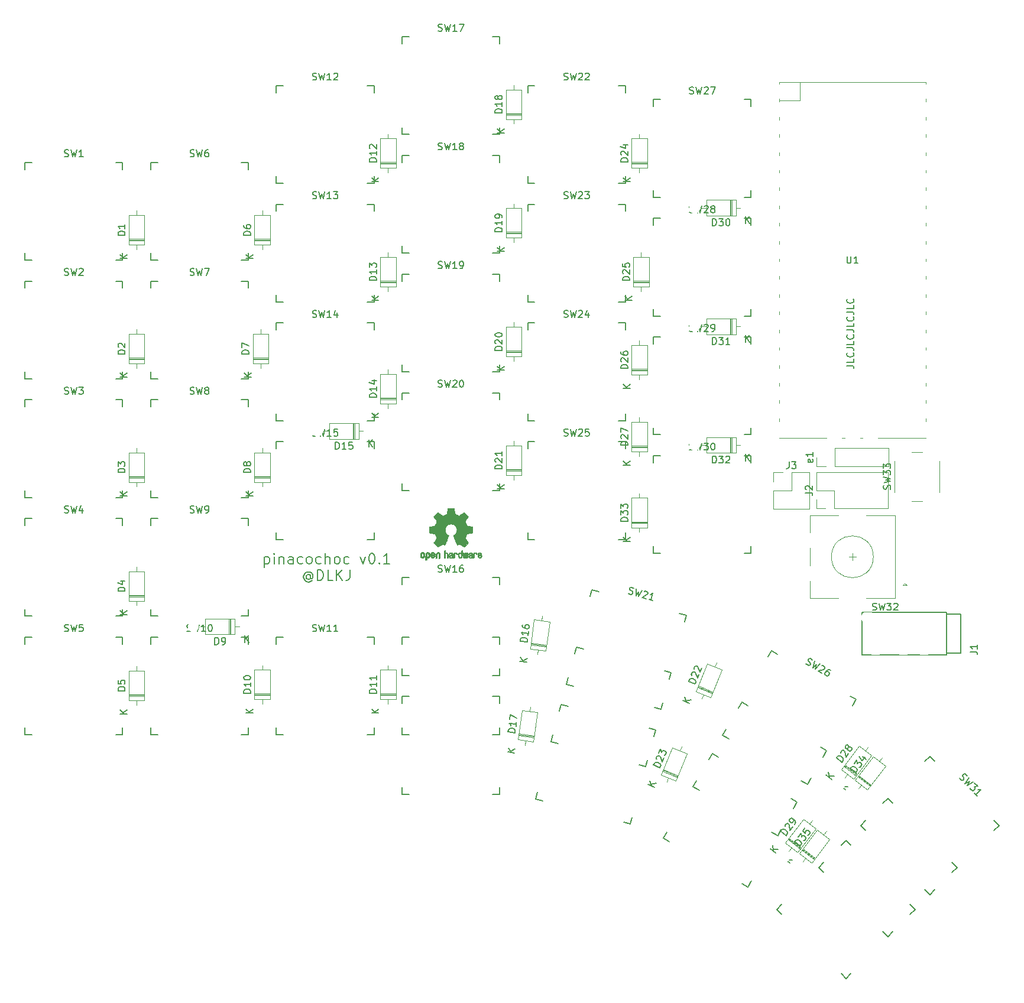
<source format=gto>
G04 #@! TF.GenerationSoftware,KiCad,Pcbnew,5.99.0+really5.1.10+dfsg1-1*
G04 #@! TF.CreationDate,2021-12-23T16:25:37+00:00*
G04 #@! TF.ProjectId,pinanochoc-keyboard,70696e61-6e6f-4636-9f63-2d6b6579626f,rev?*
G04 #@! TF.SameCoordinates,Original*
G04 #@! TF.FileFunction,Legend,Top*
G04 #@! TF.FilePolarity,Positive*
%FSLAX46Y46*%
G04 Gerber Fmt 4.6, Leading zero omitted, Abs format (unit mm)*
G04 Created by KiCad (PCBNEW 5.99.0+really5.1.10+dfsg1-1) date 2021-12-23 16:25:37*
%MOMM*%
%LPD*%
G01*
G04 APERTURE LIST*
%ADD10C,0.150000*%
%ADD11C,0.010000*%
%ADD12C,0.120000*%
%ADD13O,1.700000X1.700000*%
%ADD14R,1.700000X1.700000*%
%ADD15R,1.700000X3.500000*%
%ADD16O,1.500000X1.500000*%
%ADD17O,1.800000X1.800000*%
%ADD18R,3.500000X1.700000*%
%ADD19C,2.000000*%
%ADD20R,2.000000X2.000000*%
%ADD21R,3.200000X2.000000*%
%ADD22C,1.701800*%
%ADD23C,0.990600*%
%ADD24C,2.032000*%
%ADD25C,3.429000*%
%ADD26O,2.000000X1.600000*%
%ADD27C,0.800000*%
%ADD28C,0.100000*%
%ADD29O,1.600000X1.600000*%
%ADD30R,1.600000X1.600000*%
G04 APERTURE END LIST*
D10*
X59821428Y-100978571D02*
X59821428Y-102478571D01*
X59821428Y-101050000D02*
X59964285Y-100978571D01*
X60250000Y-100978571D01*
X60392857Y-101050000D01*
X60464285Y-101121428D01*
X60535714Y-101264285D01*
X60535714Y-101692857D01*
X60464285Y-101835714D01*
X60392857Y-101907142D01*
X60250000Y-101978571D01*
X59964285Y-101978571D01*
X59821428Y-101907142D01*
X61178571Y-101978571D02*
X61178571Y-100978571D01*
X61178571Y-100478571D02*
X61107142Y-100550000D01*
X61178571Y-100621428D01*
X61250000Y-100550000D01*
X61178571Y-100478571D01*
X61178571Y-100621428D01*
X61892857Y-100978571D02*
X61892857Y-101978571D01*
X61892857Y-101121428D02*
X61964285Y-101050000D01*
X62107142Y-100978571D01*
X62321428Y-100978571D01*
X62464285Y-101050000D01*
X62535714Y-101192857D01*
X62535714Y-101978571D01*
X63892857Y-101978571D02*
X63892857Y-101192857D01*
X63821428Y-101050000D01*
X63678571Y-100978571D01*
X63392857Y-100978571D01*
X63250000Y-101050000D01*
X63892857Y-101907142D02*
X63750000Y-101978571D01*
X63392857Y-101978571D01*
X63250000Y-101907142D01*
X63178571Y-101764285D01*
X63178571Y-101621428D01*
X63250000Y-101478571D01*
X63392857Y-101407142D01*
X63750000Y-101407142D01*
X63892857Y-101335714D01*
X65250000Y-101907142D02*
X65107142Y-101978571D01*
X64821428Y-101978571D01*
X64678571Y-101907142D01*
X64607142Y-101835714D01*
X64535714Y-101692857D01*
X64535714Y-101264285D01*
X64607142Y-101121428D01*
X64678571Y-101050000D01*
X64821428Y-100978571D01*
X65107142Y-100978571D01*
X65250000Y-101050000D01*
X66107142Y-101978571D02*
X65964285Y-101907142D01*
X65892857Y-101835714D01*
X65821428Y-101692857D01*
X65821428Y-101264285D01*
X65892857Y-101121428D01*
X65964285Y-101050000D01*
X66107142Y-100978571D01*
X66321428Y-100978571D01*
X66464285Y-101050000D01*
X66535714Y-101121428D01*
X66607142Y-101264285D01*
X66607142Y-101692857D01*
X66535714Y-101835714D01*
X66464285Y-101907142D01*
X66321428Y-101978571D01*
X66107142Y-101978571D01*
X67892857Y-101907142D02*
X67750000Y-101978571D01*
X67464285Y-101978571D01*
X67321428Y-101907142D01*
X67250000Y-101835714D01*
X67178571Y-101692857D01*
X67178571Y-101264285D01*
X67250000Y-101121428D01*
X67321428Y-101050000D01*
X67464285Y-100978571D01*
X67750000Y-100978571D01*
X67892857Y-101050000D01*
X68535714Y-101978571D02*
X68535714Y-100478571D01*
X69178571Y-101978571D02*
X69178571Y-101192857D01*
X69107142Y-101050000D01*
X68964285Y-100978571D01*
X68750000Y-100978571D01*
X68607142Y-101050000D01*
X68535714Y-101121428D01*
X70107142Y-101978571D02*
X69964285Y-101907142D01*
X69892857Y-101835714D01*
X69821428Y-101692857D01*
X69821428Y-101264285D01*
X69892857Y-101121428D01*
X69964285Y-101050000D01*
X70107142Y-100978571D01*
X70321428Y-100978571D01*
X70464285Y-101050000D01*
X70535714Y-101121428D01*
X70607142Y-101264285D01*
X70607142Y-101692857D01*
X70535714Y-101835714D01*
X70464285Y-101907142D01*
X70321428Y-101978571D01*
X70107142Y-101978571D01*
X71892857Y-101907142D02*
X71750000Y-101978571D01*
X71464285Y-101978571D01*
X71321428Y-101907142D01*
X71250000Y-101835714D01*
X71178571Y-101692857D01*
X71178571Y-101264285D01*
X71250000Y-101121428D01*
X71321428Y-101050000D01*
X71464285Y-100978571D01*
X71750000Y-100978571D01*
X71892857Y-101050000D01*
X73535714Y-100978571D02*
X73892857Y-101978571D01*
X74250000Y-100978571D01*
X75107142Y-100478571D02*
X75250000Y-100478571D01*
X75392857Y-100550000D01*
X75464285Y-100621428D01*
X75535714Y-100764285D01*
X75607142Y-101050000D01*
X75607142Y-101407142D01*
X75535714Y-101692857D01*
X75464285Y-101835714D01*
X75392857Y-101907142D01*
X75250000Y-101978571D01*
X75107142Y-101978571D01*
X74964285Y-101907142D01*
X74892857Y-101835714D01*
X74821428Y-101692857D01*
X74750000Y-101407142D01*
X74750000Y-101050000D01*
X74821428Y-100764285D01*
X74892857Y-100621428D01*
X74964285Y-100550000D01*
X75107142Y-100478571D01*
X76250000Y-101835714D02*
X76321428Y-101907142D01*
X76250000Y-101978571D01*
X76178571Y-101907142D01*
X76250000Y-101835714D01*
X76250000Y-101978571D01*
X77750000Y-101978571D02*
X76892857Y-101978571D01*
X77321428Y-101978571D02*
X77321428Y-100478571D01*
X77178571Y-100692857D01*
X77035714Y-100835714D01*
X76892857Y-100907142D01*
X66392857Y-103664285D02*
X66321428Y-103592857D01*
X66178571Y-103521428D01*
X66035714Y-103521428D01*
X65892857Y-103592857D01*
X65821428Y-103664285D01*
X65750000Y-103807142D01*
X65750000Y-103950000D01*
X65821428Y-104092857D01*
X65892857Y-104164285D01*
X66035714Y-104235714D01*
X66178571Y-104235714D01*
X66321428Y-104164285D01*
X66392857Y-104092857D01*
X66392857Y-103521428D02*
X66392857Y-104092857D01*
X66464285Y-104164285D01*
X66535714Y-104164285D01*
X66678571Y-104092857D01*
X66750000Y-103950000D01*
X66750000Y-103592857D01*
X66607142Y-103378571D01*
X66392857Y-103235714D01*
X66107142Y-103164285D01*
X65821428Y-103235714D01*
X65607142Y-103378571D01*
X65464285Y-103592857D01*
X65392857Y-103878571D01*
X65464285Y-104164285D01*
X65607142Y-104378571D01*
X65821428Y-104521428D01*
X66107142Y-104592857D01*
X66392857Y-104521428D01*
X66607142Y-104378571D01*
X67392857Y-104378571D02*
X67392857Y-102878571D01*
X67750000Y-102878571D01*
X67964285Y-102950000D01*
X68107142Y-103092857D01*
X68178571Y-103235714D01*
X68250000Y-103521428D01*
X68250000Y-103735714D01*
X68178571Y-104021428D01*
X68107142Y-104164285D01*
X67964285Y-104307142D01*
X67750000Y-104378571D01*
X67392857Y-104378571D01*
X69607142Y-104378571D02*
X68892857Y-104378571D01*
X68892857Y-102878571D01*
X70107142Y-104378571D02*
X70107142Y-102878571D01*
X70964285Y-104378571D02*
X70321428Y-103521428D01*
X70964285Y-102878571D02*
X70107142Y-103735714D01*
X72035714Y-102878571D02*
X72035714Y-103950000D01*
X71964285Y-104164285D01*
X71821428Y-104307142D01*
X71607142Y-104378571D01*
X71464285Y-104378571D01*
X143202380Y-73619047D02*
X143916666Y-73619047D01*
X144059523Y-73666666D01*
X144154761Y-73761904D01*
X144202380Y-73904761D01*
X144202380Y-74000000D01*
X144202380Y-72666666D02*
X144202380Y-73142857D01*
X143202380Y-73142857D01*
X144107142Y-71761904D02*
X144154761Y-71809523D01*
X144202380Y-71952380D01*
X144202380Y-72047619D01*
X144154761Y-72190476D01*
X144059523Y-72285714D01*
X143964285Y-72333333D01*
X143773809Y-72380952D01*
X143630952Y-72380952D01*
X143440476Y-72333333D01*
X143345238Y-72285714D01*
X143250000Y-72190476D01*
X143202380Y-72047619D01*
X143202380Y-71952380D01*
X143250000Y-71809523D01*
X143297619Y-71761904D01*
X143202380Y-71047619D02*
X143916666Y-71047619D01*
X144059523Y-71095238D01*
X144154761Y-71190476D01*
X144202380Y-71333333D01*
X144202380Y-71428571D01*
X144202380Y-70095238D02*
X144202380Y-70571428D01*
X143202380Y-70571428D01*
X144107142Y-69190476D02*
X144154761Y-69238095D01*
X144202380Y-69380952D01*
X144202380Y-69476190D01*
X144154761Y-69619047D01*
X144059523Y-69714285D01*
X143964285Y-69761904D01*
X143773809Y-69809523D01*
X143630952Y-69809523D01*
X143440476Y-69761904D01*
X143345238Y-69714285D01*
X143250000Y-69619047D01*
X143202380Y-69476190D01*
X143202380Y-69380952D01*
X143250000Y-69238095D01*
X143297619Y-69190476D01*
X143202380Y-68476190D02*
X143916666Y-68476190D01*
X144059523Y-68523809D01*
X144154761Y-68619047D01*
X144202380Y-68761904D01*
X144202380Y-68857142D01*
X144202380Y-67523809D02*
X144202380Y-68000000D01*
X143202380Y-68000000D01*
X144107142Y-66619047D02*
X144154761Y-66666666D01*
X144202380Y-66809523D01*
X144202380Y-66904761D01*
X144154761Y-67047619D01*
X144059523Y-67142857D01*
X143964285Y-67190476D01*
X143773809Y-67238095D01*
X143630952Y-67238095D01*
X143440476Y-67190476D01*
X143345238Y-67142857D01*
X143250000Y-67047619D01*
X143202380Y-66904761D01*
X143202380Y-66809523D01*
X143250000Y-66666666D01*
X143297619Y-66619047D01*
X143202380Y-65904761D02*
X143916666Y-65904761D01*
X144059523Y-65952380D01*
X144154761Y-66047619D01*
X144202380Y-66190476D01*
X144202380Y-66285714D01*
X144202380Y-64952380D02*
X144202380Y-65428571D01*
X143202380Y-65428571D01*
X144107142Y-64047619D02*
X144154761Y-64095238D01*
X144202380Y-64238095D01*
X144202380Y-64333333D01*
X144154761Y-64476190D01*
X144059523Y-64571428D01*
X143964285Y-64619047D01*
X143773809Y-64666666D01*
X143630952Y-64666666D01*
X143440476Y-64619047D01*
X143345238Y-64571428D01*
X143250000Y-64476190D01*
X143202380Y-64333333D01*
X143202380Y-64238095D01*
X143250000Y-64095238D01*
X143297619Y-64047619D01*
D11*
G36*
X83268886Y-100334505D02*
G01*
X83343539Y-100371727D01*
X83409431Y-100440261D01*
X83427577Y-100465648D01*
X83447345Y-100498866D01*
X83460172Y-100534945D01*
X83467510Y-100583098D01*
X83470813Y-100652536D01*
X83471538Y-100744206D01*
X83468263Y-100869830D01*
X83456877Y-100964154D01*
X83435041Y-101034523D01*
X83400419Y-101088286D01*
X83350670Y-101132788D01*
X83347014Y-101135423D01*
X83297985Y-101162377D01*
X83238945Y-101175712D01*
X83163859Y-101179000D01*
X83041795Y-101179000D01*
X83041744Y-101297497D01*
X83040608Y-101363492D01*
X83033686Y-101402202D01*
X83015598Y-101425419D01*
X82980962Y-101444933D01*
X82972645Y-101448920D01*
X82933720Y-101467603D01*
X82903583Y-101479403D01*
X82881174Y-101480422D01*
X82865433Y-101466761D01*
X82855302Y-101434522D01*
X82849723Y-101379804D01*
X82847635Y-101298711D01*
X82847981Y-101187344D01*
X82849700Y-101041802D01*
X82850237Y-100998269D01*
X82852172Y-100848205D01*
X82853904Y-100750042D01*
X83041692Y-100750042D01*
X83042748Y-100833364D01*
X83047438Y-100887880D01*
X83058051Y-100923837D01*
X83076872Y-100951482D01*
X83089650Y-100964965D01*
X83141890Y-101004417D01*
X83188142Y-101007628D01*
X83235867Y-100975049D01*
X83237077Y-100973846D01*
X83256494Y-100948668D01*
X83268307Y-100914447D01*
X83274265Y-100861748D01*
X83276120Y-100781131D01*
X83276154Y-100763271D01*
X83271670Y-100652175D01*
X83257074Y-100575161D01*
X83230650Y-100528147D01*
X83190683Y-100507050D01*
X83167584Y-100504923D01*
X83112762Y-100514900D01*
X83075158Y-100547752D01*
X83052523Y-100607857D01*
X83042606Y-100699598D01*
X83041692Y-100750042D01*
X82853904Y-100750042D01*
X82854222Y-100732060D01*
X82856873Y-100644679D01*
X82860606Y-100580905D01*
X82865907Y-100535582D01*
X82873258Y-100503555D01*
X82883143Y-100479668D01*
X82896046Y-100458764D01*
X82901579Y-100450898D01*
X82974969Y-100376595D01*
X83067760Y-100334467D01*
X83175096Y-100322722D01*
X83268886Y-100334505D01*
G37*
X83268886Y-100334505D02*
X83343539Y-100371727D01*
X83409431Y-100440261D01*
X83427577Y-100465648D01*
X83447345Y-100498866D01*
X83460172Y-100534945D01*
X83467510Y-100583098D01*
X83470813Y-100652536D01*
X83471538Y-100744206D01*
X83468263Y-100869830D01*
X83456877Y-100964154D01*
X83435041Y-101034523D01*
X83400419Y-101088286D01*
X83350670Y-101132788D01*
X83347014Y-101135423D01*
X83297985Y-101162377D01*
X83238945Y-101175712D01*
X83163859Y-101179000D01*
X83041795Y-101179000D01*
X83041744Y-101297497D01*
X83040608Y-101363492D01*
X83033686Y-101402202D01*
X83015598Y-101425419D01*
X82980962Y-101444933D01*
X82972645Y-101448920D01*
X82933720Y-101467603D01*
X82903583Y-101479403D01*
X82881174Y-101480422D01*
X82865433Y-101466761D01*
X82855302Y-101434522D01*
X82849723Y-101379804D01*
X82847635Y-101298711D01*
X82847981Y-101187344D01*
X82849700Y-101041802D01*
X82850237Y-100998269D01*
X82852172Y-100848205D01*
X82853904Y-100750042D01*
X83041692Y-100750042D01*
X83042748Y-100833364D01*
X83047438Y-100887880D01*
X83058051Y-100923837D01*
X83076872Y-100951482D01*
X83089650Y-100964965D01*
X83141890Y-101004417D01*
X83188142Y-101007628D01*
X83235867Y-100975049D01*
X83237077Y-100973846D01*
X83256494Y-100948668D01*
X83268307Y-100914447D01*
X83274265Y-100861748D01*
X83276120Y-100781131D01*
X83276154Y-100763271D01*
X83271670Y-100652175D01*
X83257074Y-100575161D01*
X83230650Y-100528147D01*
X83190683Y-100507050D01*
X83167584Y-100504923D01*
X83112762Y-100514900D01*
X83075158Y-100547752D01*
X83052523Y-100607857D01*
X83042606Y-100699598D01*
X83041692Y-100750042D01*
X82853904Y-100750042D01*
X82854222Y-100732060D01*
X82856873Y-100644679D01*
X82860606Y-100580905D01*
X82865907Y-100535582D01*
X82873258Y-100503555D01*
X82883143Y-100479668D01*
X82896046Y-100458764D01*
X82901579Y-100450898D01*
X82974969Y-100376595D01*
X83067760Y-100334467D01*
X83175096Y-100322722D01*
X83268886Y-100334505D01*
G36*
X84771664Y-100345089D02*
G01*
X84834367Y-100381358D01*
X84877961Y-100417358D01*
X84909845Y-100455075D01*
X84931810Y-100501199D01*
X84945649Y-100562421D01*
X84953153Y-100645431D01*
X84956117Y-100756919D01*
X84956461Y-100837062D01*
X84956461Y-101132065D01*
X84790385Y-101206515D01*
X84780615Y-100883402D01*
X84776579Y-100762729D01*
X84772344Y-100675141D01*
X84767097Y-100614650D01*
X84760025Y-100575268D01*
X84750311Y-100551007D01*
X84737144Y-100535880D01*
X84732919Y-100532606D01*
X84668909Y-100507034D01*
X84604208Y-100517153D01*
X84565692Y-100544000D01*
X84550025Y-100563024D01*
X84539180Y-100587988D01*
X84532288Y-100625834D01*
X84528479Y-100683502D01*
X84526883Y-100767935D01*
X84526615Y-100855928D01*
X84526563Y-100966323D01*
X84524672Y-101044463D01*
X84518345Y-101097165D01*
X84504983Y-101131242D01*
X84481985Y-101153511D01*
X84446754Y-101170787D01*
X84399697Y-101188738D01*
X84348303Y-101208278D01*
X84354421Y-100861485D01*
X84356884Y-100736468D01*
X84359767Y-100644082D01*
X84363898Y-100577881D01*
X84370107Y-100531420D01*
X84379226Y-100498256D01*
X84392083Y-100471944D01*
X84407584Y-100448729D01*
X84482371Y-100374569D01*
X84573628Y-100331684D01*
X84672883Y-100321412D01*
X84771664Y-100345089D01*
G37*
X84771664Y-100345089D02*
X84834367Y-100381358D01*
X84877961Y-100417358D01*
X84909845Y-100455075D01*
X84931810Y-100501199D01*
X84945649Y-100562421D01*
X84953153Y-100645431D01*
X84956117Y-100756919D01*
X84956461Y-100837062D01*
X84956461Y-101132065D01*
X84790385Y-101206515D01*
X84780615Y-100883402D01*
X84776579Y-100762729D01*
X84772344Y-100675141D01*
X84767097Y-100614650D01*
X84760025Y-100575268D01*
X84750311Y-100551007D01*
X84737144Y-100535880D01*
X84732919Y-100532606D01*
X84668909Y-100507034D01*
X84604208Y-100517153D01*
X84565692Y-100544000D01*
X84550025Y-100563024D01*
X84539180Y-100587988D01*
X84532288Y-100625834D01*
X84528479Y-100683502D01*
X84526883Y-100767935D01*
X84526615Y-100855928D01*
X84526563Y-100966323D01*
X84524672Y-101044463D01*
X84518345Y-101097165D01*
X84504983Y-101131242D01*
X84481985Y-101153511D01*
X84446754Y-101170787D01*
X84399697Y-101188738D01*
X84348303Y-101208278D01*
X84354421Y-100861485D01*
X84356884Y-100736468D01*
X84359767Y-100644082D01*
X84363898Y-100577881D01*
X84370107Y-100531420D01*
X84379226Y-100498256D01*
X84392083Y-100471944D01*
X84407584Y-100448729D01*
X84482371Y-100374569D01*
X84573628Y-100331684D01*
X84672883Y-100321412D01*
X84771664Y-100345089D01*
G36*
X82516886Y-100337256D02*
G01*
X82608464Y-100385409D01*
X82676049Y-100462905D01*
X82700057Y-100512727D01*
X82718738Y-100587533D01*
X82728301Y-100682052D01*
X82729208Y-100785210D01*
X82721921Y-100885935D01*
X82706903Y-100973153D01*
X82684615Y-101035791D01*
X82677765Y-101046579D01*
X82596632Y-101127105D01*
X82500266Y-101175336D01*
X82395701Y-101189450D01*
X82289968Y-101167629D01*
X82260543Y-101154547D01*
X82203241Y-101114231D01*
X82152950Y-101060775D01*
X82148197Y-101053995D01*
X82128878Y-101021321D01*
X82116108Y-100986394D01*
X82108564Y-100940414D01*
X82104924Y-100874584D01*
X82103865Y-100780105D01*
X82103846Y-100758923D01*
X82103894Y-100752182D01*
X82299231Y-100752182D01*
X82300368Y-100841349D01*
X82304841Y-100900520D01*
X82314246Y-100938741D01*
X82330176Y-100965053D01*
X82338308Y-100973846D01*
X82385058Y-101007261D01*
X82430447Y-101005737D01*
X82476340Y-100976752D01*
X82503712Y-100945809D01*
X82519923Y-100900643D01*
X82529026Y-100829420D01*
X82529651Y-100821114D01*
X82531204Y-100692037D01*
X82514965Y-100596172D01*
X82481152Y-100534107D01*
X82429984Y-100506432D01*
X82411720Y-100504923D01*
X82363760Y-100512513D01*
X82330953Y-100538808D01*
X82310895Y-100589095D01*
X82301178Y-100668664D01*
X82299231Y-100752182D01*
X82103894Y-100752182D01*
X82104574Y-100658249D01*
X82107629Y-100587906D01*
X82114322Y-100539163D01*
X82125960Y-100503288D01*
X82143853Y-100471548D01*
X82147808Y-100465648D01*
X82214267Y-100386104D01*
X82286685Y-100339929D01*
X82374849Y-100321599D01*
X82404787Y-100320703D01*
X82516886Y-100337256D01*
G37*
X82516886Y-100337256D02*
X82608464Y-100385409D01*
X82676049Y-100462905D01*
X82700057Y-100512727D01*
X82718738Y-100587533D01*
X82728301Y-100682052D01*
X82729208Y-100785210D01*
X82721921Y-100885935D01*
X82706903Y-100973153D01*
X82684615Y-101035791D01*
X82677765Y-101046579D01*
X82596632Y-101127105D01*
X82500266Y-101175336D01*
X82395701Y-101189450D01*
X82289968Y-101167629D01*
X82260543Y-101154547D01*
X82203241Y-101114231D01*
X82152950Y-101060775D01*
X82148197Y-101053995D01*
X82128878Y-101021321D01*
X82116108Y-100986394D01*
X82108564Y-100940414D01*
X82104924Y-100874584D01*
X82103865Y-100780105D01*
X82103846Y-100758923D01*
X82103894Y-100752182D01*
X82299231Y-100752182D01*
X82300368Y-100841349D01*
X82304841Y-100900520D01*
X82314246Y-100938741D01*
X82330176Y-100965053D01*
X82338308Y-100973846D01*
X82385058Y-101007261D01*
X82430447Y-101005737D01*
X82476340Y-100976752D01*
X82503712Y-100945809D01*
X82519923Y-100900643D01*
X82529026Y-100829420D01*
X82529651Y-100821114D01*
X82531204Y-100692037D01*
X82514965Y-100596172D01*
X82481152Y-100534107D01*
X82429984Y-100506432D01*
X82411720Y-100504923D01*
X82363760Y-100512513D01*
X82330953Y-100538808D01*
X82310895Y-100589095D01*
X82301178Y-100668664D01*
X82299231Y-100752182D01*
X82103894Y-100752182D01*
X82104574Y-100658249D01*
X82107629Y-100587906D01*
X82114322Y-100539163D01*
X82125960Y-100503288D01*
X82143853Y-100471548D01*
X82147808Y-100465648D01*
X82214267Y-100386104D01*
X82286685Y-100339929D01*
X82374849Y-100321599D01*
X82404787Y-100320703D01*
X82516886Y-100337256D01*
G36*
X84034254Y-100349745D02*
G01*
X84111286Y-100401567D01*
X84170816Y-100476412D01*
X84206378Y-100571654D01*
X84213571Y-100641756D01*
X84212754Y-100671009D01*
X84205914Y-100693407D01*
X84187112Y-100713474D01*
X84150408Y-100735733D01*
X84089862Y-100764709D01*
X83999534Y-100804927D01*
X83999077Y-100805129D01*
X83915933Y-100843210D01*
X83847753Y-100877025D01*
X83801505Y-100902933D01*
X83784158Y-100917295D01*
X83784154Y-100917411D01*
X83799443Y-100948685D01*
X83835196Y-100983157D01*
X83876242Y-101007990D01*
X83897037Y-101012923D01*
X83953770Y-100995862D01*
X84002627Y-100953133D01*
X84026465Y-100906155D01*
X84049397Y-100871522D01*
X84094318Y-100832081D01*
X84147123Y-100798009D01*
X84193710Y-100779480D01*
X84203452Y-100778462D01*
X84214418Y-100795215D01*
X84215079Y-100838039D01*
X84207020Y-100895781D01*
X84191827Y-100957289D01*
X84171086Y-101011409D01*
X84170038Y-101013510D01*
X84107621Y-101100660D01*
X84026726Y-101159939D01*
X83934856Y-101189034D01*
X83839513Y-101185634D01*
X83748198Y-101147428D01*
X83744138Y-101144741D01*
X83672306Y-101079642D01*
X83625073Y-100994705D01*
X83598934Y-100883021D01*
X83595426Y-100851643D01*
X83589213Y-100703536D01*
X83596661Y-100634468D01*
X83784154Y-100634468D01*
X83786590Y-100677552D01*
X83799914Y-100690126D01*
X83833132Y-100680719D01*
X83885494Y-100658483D01*
X83944024Y-100630610D01*
X83945479Y-100629872D01*
X83995089Y-100603777D01*
X84015000Y-100586363D01*
X84010090Y-100568107D01*
X83989416Y-100544120D01*
X83936819Y-100509406D01*
X83880177Y-100506856D01*
X83829369Y-100532119D01*
X83794276Y-100580847D01*
X83784154Y-100634468D01*
X83596661Y-100634468D01*
X83601992Y-100585036D01*
X83634778Y-100491055D01*
X83680421Y-100425215D01*
X83762802Y-100358681D01*
X83853546Y-100325676D01*
X83946185Y-100323573D01*
X84034254Y-100349745D01*
G37*
X84034254Y-100349745D02*
X84111286Y-100401567D01*
X84170816Y-100476412D01*
X84206378Y-100571654D01*
X84213571Y-100641756D01*
X84212754Y-100671009D01*
X84205914Y-100693407D01*
X84187112Y-100713474D01*
X84150408Y-100735733D01*
X84089862Y-100764709D01*
X83999534Y-100804927D01*
X83999077Y-100805129D01*
X83915933Y-100843210D01*
X83847753Y-100877025D01*
X83801505Y-100902933D01*
X83784158Y-100917295D01*
X83784154Y-100917411D01*
X83799443Y-100948685D01*
X83835196Y-100983157D01*
X83876242Y-101007990D01*
X83897037Y-101012923D01*
X83953770Y-100995862D01*
X84002627Y-100953133D01*
X84026465Y-100906155D01*
X84049397Y-100871522D01*
X84094318Y-100832081D01*
X84147123Y-100798009D01*
X84193710Y-100779480D01*
X84203452Y-100778462D01*
X84214418Y-100795215D01*
X84215079Y-100838039D01*
X84207020Y-100895781D01*
X84191827Y-100957289D01*
X84171086Y-101011409D01*
X84170038Y-101013510D01*
X84107621Y-101100660D01*
X84026726Y-101159939D01*
X83934856Y-101189034D01*
X83839513Y-101185634D01*
X83748198Y-101147428D01*
X83744138Y-101144741D01*
X83672306Y-101079642D01*
X83625073Y-100994705D01*
X83598934Y-100883021D01*
X83595426Y-100851643D01*
X83589213Y-100703536D01*
X83596661Y-100634468D01*
X83784154Y-100634468D01*
X83786590Y-100677552D01*
X83799914Y-100690126D01*
X83833132Y-100680719D01*
X83885494Y-100658483D01*
X83944024Y-100630610D01*
X83945479Y-100629872D01*
X83995089Y-100603777D01*
X84015000Y-100586363D01*
X84010090Y-100568107D01*
X83989416Y-100544120D01*
X83936819Y-100509406D01*
X83880177Y-100506856D01*
X83829369Y-100532119D01*
X83794276Y-100580847D01*
X83784154Y-100634468D01*
X83596661Y-100634468D01*
X83601992Y-100585036D01*
X83634778Y-100491055D01*
X83680421Y-100425215D01*
X83762802Y-100358681D01*
X83853546Y-100325676D01*
X83946185Y-100323573D01*
X84034254Y-100349745D01*
G36*
X85659846Y-100242120D02*
G01*
X85665572Y-100321980D01*
X85672149Y-100369039D01*
X85681262Y-100389566D01*
X85694598Y-100389829D01*
X85698923Y-100387378D01*
X85756444Y-100369636D01*
X85831268Y-100370672D01*
X85907339Y-100388910D01*
X85954918Y-100412505D01*
X86003702Y-100450198D01*
X86039364Y-100492855D01*
X86063845Y-100547057D01*
X86079087Y-100619384D01*
X86087030Y-100716419D01*
X86089616Y-100844742D01*
X86089662Y-100869358D01*
X86089692Y-101145870D01*
X86028161Y-101167320D01*
X85984459Y-101181912D01*
X85960482Y-101188706D01*
X85959777Y-101188769D01*
X85957415Y-101170345D01*
X85955406Y-101119526D01*
X85953901Y-101042993D01*
X85953053Y-100947430D01*
X85952923Y-100889329D01*
X85952651Y-100774771D01*
X85951252Y-100692667D01*
X85947849Y-100636393D01*
X85941567Y-100599326D01*
X85931529Y-100574844D01*
X85916861Y-100556325D01*
X85907702Y-100547406D01*
X85844789Y-100511466D01*
X85776136Y-100508775D01*
X85713848Y-100539170D01*
X85702329Y-100550144D01*
X85685433Y-100570779D01*
X85673714Y-100595256D01*
X85666233Y-100630647D01*
X85662054Y-100684026D01*
X85660237Y-100762466D01*
X85659846Y-100870617D01*
X85659846Y-101145870D01*
X85598315Y-101167320D01*
X85554613Y-101181912D01*
X85530636Y-101188706D01*
X85529930Y-101188769D01*
X85528126Y-101170069D01*
X85526500Y-101117322D01*
X85525117Y-101035557D01*
X85524042Y-100929805D01*
X85523340Y-100805094D01*
X85523077Y-100666455D01*
X85523077Y-100131806D01*
X85650077Y-100078236D01*
X85659846Y-100242120D01*
G37*
X85659846Y-100242120D02*
X85665572Y-100321980D01*
X85672149Y-100369039D01*
X85681262Y-100389566D01*
X85694598Y-100389829D01*
X85698923Y-100387378D01*
X85756444Y-100369636D01*
X85831268Y-100370672D01*
X85907339Y-100388910D01*
X85954918Y-100412505D01*
X86003702Y-100450198D01*
X86039364Y-100492855D01*
X86063845Y-100547057D01*
X86079087Y-100619384D01*
X86087030Y-100716419D01*
X86089616Y-100844742D01*
X86089662Y-100869358D01*
X86089692Y-101145870D01*
X86028161Y-101167320D01*
X85984459Y-101181912D01*
X85960482Y-101188706D01*
X85959777Y-101188769D01*
X85957415Y-101170345D01*
X85955406Y-101119526D01*
X85953901Y-101042993D01*
X85953053Y-100947430D01*
X85952923Y-100889329D01*
X85952651Y-100774771D01*
X85951252Y-100692667D01*
X85947849Y-100636393D01*
X85941567Y-100599326D01*
X85931529Y-100574844D01*
X85916861Y-100556325D01*
X85907702Y-100547406D01*
X85844789Y-100511466D01*
X85776136Y-100508775D01*
X85713848Y-100539170D01*
X85702329Y-100550144D01*
X85685433Y-100570779D01*
X85673714Y-100595256D01*
X85666233Y-100630647D01*
X85662054Y-100684026D01*
X85660237Y-100762466D01*
X85659846Y-100870617D01*
X85659846Y-101145870D01*
X85598315Y-101167320D01*
X85554613Y-101181912D01*
X85530636Y-101188706D01*
X85529930Y-101188769D01*
X85528126Y-101170069D01*
X85526500Y-101117322D01*
X85525117Y-101035557D01*
X85524042Y-100929805D01*
X85523340Y-100805094D01*
X85523077Y-100666455D01*
X85523077Y-100131806D01*
X85650077Y-100078236D01*
X85659846Y-100242120D01*
G36*
X86553501Y-100376303D02*
G01*
X86630060Y-100404733D01*
X86630936Y-100405279D01*
X86678285Y-100440127D01*
X86713241Y-100480852D01*
X86737825Y-100533925D01*
X86754062Y-100605814D01*
X86763975Y-100702992D01*
X86769586Y-100831928D01*
X86770077Y-100850298D01*
X86777141Y-101127287D01*
X86717695Y-101158028D01*
X86674681Y-101178802D01*
X86648710Y-101188646D01*
X86647509Y-101188769D01*
X86643014Y-101170606D01*
X86639444Y-101121612D01*
X86637248Y-101050031D01*
X86636769Y-100992068D01*
X86636758Y-100898170D01*
X86632466Y-100839203D01*
X86617503Y-100811079D01*
X86585482Y-100809706D01*
X86530014Y-100830998D01*
X86446269Y-100870136D01*
X86384689Y-100902643D01*
X86353017Y-100930845D01*
X86343706Y-100961582D01*
X86343692Y-100963104D01*
X86359057Y-101016054D01*
X86404547Y-101044660D01*
X86474166Y-101048803D01*
X86524313Y-101048084D01*
X86550754Y-101062527D01*
X86567243Y-101097218D01*
X86576733Y-101141416D01*
X86563057Y-101166493D01*
X86557907Y-101170082D01*
X86509425Y-101184496D01*
X86441531Y-101186537D01*
X86371612Y-101176983D01*
X86322068Y-101159522D01*
X86253570Y-101101364D01*
X86214634Y-101020408D01*
X86206923Y-100957160D01*
X86212807Y-100900111D01*
X86234101Y-100853542D01*
X86276265Y-100812181D01*
X86344759Y-100770755D01*
X86445044Y-100723993D01*
X86451154Y-100721350D01*
X86541490Y-100679617D01*
X86597235Y-100645391D01*
X86621129Y-100614635D01*
X86615913Y-100583311D01*
X86584328Y-100547383D01*
X86574883Y-100539116D01*
X86511617Y-100507058D01*
X86446064Y-100508407D01*
X86388972Y-100539838D01*
X86351093Y-100598024D01*
X86347574Y-100609446D01*
X86313300Y-100664837D01*
X86269809Y-100691518D01*
X86206923Y-100717960D01*
X86206923Y-100649548D01*
X86226052Y-100550110D01*
X86282831Y-100458902D01*
X86312378Y-100428389D01*
X86379542Y-100389228D01*
X86464956Y-100371500D01*
X86553501Y-100376303D01*
G37*
X86553501Y-100376303D02*
X86630060Y-100404733D01*
X86630936Y-100405279D01*
X86678285Y-100440127D01*
X86713241Y-100480852D01*
X86737825Y-100533925D01*
X86754062Y-100605814D01*
X86763975Y-100702992D01*
X86769586Y-100831928D01*
X86770077Y-100850298D01*
X86777141Y-101127287D01*
X86717695Y-101158028D01*
X86674681Y-101178802D01*
X86648710Y-101188646D01*
X86647509Y-101188769D01*
X86643014Y-101170606D01*
X86639444Y-101121612D01*
X86637248Y-101050031D01*
X86636769Y-100992068D01*
X86636758Y-100898170D01*
X86632466Y-100839203D01*
X86617503Y-100811079D01*
X86585482Y-100809706D01*
X86530014Y-100830998D01*
X86446269Y-100870136D01*
X86384689Y-100902643D01*
X86353017Y-100930845D01*
X86343706Y-100961582D01*
X86343692Y-100963104D01*
X86359057Y-101016054D01*
X86404547Y-101044660D01*
X86474166Y-101048803D01*
X86524313Y-101048084D01*
X86550754Y-101062527D01*
X86567243Y-101097218D01*
X86576733Y-101141416D01*
X86563057Y-101166493D01*
X86557907Y-101170082D01*
X86509425Y-101184496D01*
X86441531Y-101186537D01*
X86371612Y-101176983D01*
X86322068Y-101159522D01*
X86253570Y-101101364D01*
X86214634Y-101020408D01*
X86206923Y-100957160D01*
X86212807Y-100900111D01*
X86234101Y-100853542D01*
X86276265Y-100812181D01*
X86344759Y-100770755D01*
X86445044Y-100723993D01*
X86451154Y-100721350D01*
X86541490Y-100679617D01*
X86597235Y-100645391D01*
X86621129Y-100614635D01*
X86615913Y-100583311D01*
X86584328Y-100547383D01*
X86574883Y-100539116D01*
X86511617Y-100507058D01*
X86446064Y-100508407D01*
X86388972Y-100539838D01*
X86351093Y-100598024D01*
X86347574Y-100609446D01*
X86313300Y-100664837D01*
X86269809Y-100691518D01*
X86206923Y-100717960D01*
X86206923Y-100649548D01*
X86226052Y-100550110D01*
X86282831Y-100458902D01*
X86312378Y-100428389D01*
X86379542Y-100389228D01*
X86464956Y-100371500D01*
X86553501Y-100376303D01*
G36*
X87213362Y-100374670D02*
G01*
X87302117Y-100407421D01*
X87374022Y-100465350D01*
X87402144Y-100506128D01*
X87432802Y-100580954D01*
X87432165Y-100635058D01*
X87399987Y-100671446D01*
X87388081Y-100677633D01*
X87336675Y-100696925D01*
X87310422Y-100691982D01*
X87301530Y-100659587D01*
X87301077Y-100641692D01*
X87284797Y-100575859D01*
X87242365Y-100529807D01*
X87183388Y-100507564D01*
X87117475Y-100513161D01*
X87063895Y-100542229D01*
X87045798Y-100558810D01*
X87032971Y-100578925D01*
X87024306Y-100609332D01*
X87018696Y-100656788D01*
X87015035Y-100728050D01*
X87012215Y-100829875D01*
X87011484Y-100862115D01*
X87008820Y-100972410D01*
X87005792Y-101050036D01*
X87001250Y-101101396D01*
X86994046Y-101132890D01*
X86983033Y-101150920D01*
X86967060Y-101161888D01*
X86956834Y-101166733D01*
X86913406Y-101183301D01*
X86887842Y-101188769D01*
X86879395Y-101170507D01*
X86874239Y-101115296D01*
X86872346Y-101022499D01*
X86873689Y-100891478D01*
X86874107Y-100871269D01*
X86877058Y-100751733D01*
X86880548Y-100664449D01*
X86885514Y-100602591D01*
X86892893Y-100559336D01*
X86903624Y-100527860D01*
X86918645Y-100501339D01*
X86926502Y-100489975D01*
X86971553Y-100439692D01*
X87021940Y-100400581D01*
X87028108Y-100397167D01*
X87118458Y-100370212D01*
X87213362Y-100374670D01*
G37*
X87213362Y-100374670D02*
X87302117Y-100407421D01*
X87374022Y-100465350D01*
X87402144Y-100506128D01*
X87432802Y-100580954D01*
X87432165Y-100635058D01*
X87399987Y-100671446D01*
X87388081Y-100677633D01*
X87336675Y-100696925D01*
X87310422Y-100691982D01*
X87301530Y-100659587D01*
X87301077Y-100641692D01*
X87284797Y-100575859D01*
X87242365Y-100529807D01*
X87183388Y-100507564D01*
X87117475Y-100513161D01*
X87063895Y-100542229D01*
X87045798Y-100558810D01*
X87032971Y-100578925D01*
X87024306Y-100609332D01*
X87018696Y-100656788D01*
X87015035Y-100728050D01*
X87012215Y-100829875D01*
X87011484Y-100862115D01*
X87008820Y-100972410D01*
X87005792Y-101050036D01*
X87001250Y-101101396D01*
X86994046Y-101132890D01*
X86983033Y-101150920D01*
X86967060Y-101161888D01*
X86956834Y-101166733D01*
X86913406Y-101183301D01*
X86887842Y-101188769D01*
X86879395Y-101170507D01*
X86874239Y-101115296D01*
X86872346Y-101022499D01*
X86873689Y-100891478D01*
X86874107Y-100871269D01*
X86877058Y-100751733D01*
X86880548Y-100664449D01*
X86885514Y-100602591D01*
X86892893Y-100559336D01*
X86903624Y-100527860D01*
X86918645Y-100501339D01*
X86926502Y-100489975D01*
X86971553Y-100439692D01*
X87021940Y-100400581D01*
X87028108Y-100397167D01*
X87118458Y-100370212D01*
X87213362Y-100374670D01*
G36*
X88102081Y-100530289D02*
G01*
X88101833Y-100676320D01*
X88100872Y-100788655D01*
X88098794Y-100872678D01*
X88095193Y-100933769D01*
X88089665Y-100977309D01*
X88081804Y-101008679D01*
X88071207Y-101033262D01*
X88063182Y-101047294D01*
X87996728Y-101123388D01*
X87912470Y-101171084D01*
X87819249Y-101188199D01*
X87725900Y-101172546D01*
X87670312Y-101144418D01*
X87611957Y-101095760D01*
X87572186Y-101036333D01*
X87548190Y-100958507D01*
X87537161Y-100854652D01*
X87535599Y-100778462D01*
X87535809Y-100772986D01*
X87672308Y-100772986D01*
X87673141Y-100860355D01*
X87676961Y-100918192D01*
X87685746Y-100956029D01*
X87701474Y-100983398D01*
X87720266Y-101004042D01*
X87783375Y-101043890D01*
X87851137Y-101047295D01*
X87915179Y-101014025D01*
X87920164Y-101009517D01*
X87941439Y-100986067D01*
X87954779Y-100958166D01*
X87962001Y-100916641D01*
X87964923Y-100852316D01*
X87965385Y-100781200D01*
X87964383Y-100691858D01*
X87960238Y-100632258D01*
X87951236Y-100593089D01*
X87935667Y-100565040D01*
X87922902Y-100550144D01*
X87863600Y-100512575D01*
X87795301Y-100508057D01*
X87730110Y-100536753D01*
X87717528Y-100547406D01*
X87696111Y-100571063D01*
X87682744Y-100599251D01*
X87675566Y-100641245D01*
X87672719Y-100706319D01*
X87672308Y-100772986D01*
X87535809Y-100772986D01*
X87540322Y-100655765D01*
X87556362Y-100563577D01*
X87586528Y-100494269D01*
X87633629Y-100440211D01*
X87670312Y-100412505D01*
X87736990Y-100382572D01*
X87814272Y-100368678D01*
X87886110Y-100372397D01*
X87926308Y-100387400D01*
X87942082Y-100391670D01*
X87952550Y-100375750D01*
X87959856Y-100333089D01*
X87965385Y-100268106D01*
X87971437Y-100195732D01*
X87979844Y-100152187D01*
X87995141Y-100127287D01*
X88021864Y-100110845D01*
X88038654Y-100103564D01*
X88102154Y-100076963D01*
X88102081Y-100530289D01*
G37*
X88102081Y-100530289D02*
X88101833Y-100676320D01*
X88100872Y-100788655D01*
X88098794Y-100872678D01*
X88095193Y-100933769D01*
X88089665Y-100977309D01*
X88081804Y-101008679D01*
X88071207Y-101033262D01*
X88063182Y-101047294D01*
X87996728Y-101123388D01*
X87912470Y-101171084D01*
X87819249Y-101188199D01*
X87725900Y-101172546D01*
X87670312Y-101144418D01*
X87611957Y-101095760D01*
X87572186Y-101036333D01*
X87548190Y-100958507D01*
X87537161Y-100854652D01*
X87535599Y-100778462D01*
X87535809Y-100772986D01*
X87672308Y-100772986D01*
X87673141Y-100860355D01*
X87676961Y-100918192D01*
X87685746Y-100956029D01*
X87701474Y-100983398D01*
X87720266Y-101004042D01*
X87783375Y-101043890D01*
X87851137Y-101047295D01*
X87915179Y-101014025D01*
X87920164Y-101009517D01*
X87941439Y-100986067D01*
X87954779Y-100958166D01*
X87962001Y-100916641D01*
X87964923Y-100852316D01*
X87965385Y-100781200D01*
X87964383Y-100691858D01*
X87960238Y-100632258D01*
X87951236Y-100593089D01*
X87935667Y-100565040D01*
X87922902Y-100550144D01*
X87863600Y-100512575D01*
X87795301Y-100508057D01*
X87730110Y-100536753D01*
X87717528Y-100547406D01*
X87696111Y-100571063D01*
X87682744Y-100599251D01*
X87675566Y-100641245D01*
X87672719Y-100706319D01*
X87672308Y-100772986D01*
X87535809Y-100772986D01*
X87540322Y-100655765D01*
X87556362Y-100563577D01*
X87586528Y-100494269D01*
X87633629Y-100440211D01*
X87670312Y-100412505D01*
X87736990Y-100382572D01*
X87814272Y-100368678D01*
X87886110Y-100372397D01*
X87926308Y-100387400D01*
X87942082Y-100391670D01*
X87952550Y-100375750D01*
X87959856Y-100333089D01*
X87965385Y-100268106D01*
X87971437Y-100195732D01*
X87979844Y-100152187D01*
X87995141Y-100127287D01*
X88021864Y-100110845D01*
X88038654Y-100103564D01*
X88102154Y-100076963D01*
X88102081Y-100530289D01*
G36*
X88895929Y-100386662D02*
G01*
X88898911Y-100438068D01*
X88901247Y-100516192D01*
X88902749Y-100614857D01*
X88903231Y-100718343D01*
X88903231Y-101068533D01*
X88841401Y-101130363D01*
X88798793Y-101168462D01*
X88761390Y-101183895D01*
X88710270Y-101182918D01*
X88689978Y-101180433D01*
X88626554Y-101173200D01*
X88574095Y-101169055D01*
X88561308Y-101168672D01*
X88518199Y-101171176D01*
X88456544Y-101177462D01*
X88432638Y-101180433D01*
X88373922Y-101185028D01*
X88334464Y-101175046D01*
X88295338Y-101144228D01*
X88281215Y-101130363D01*
X88219385Y-101068533D01*
X88219385Y-100413503D01*
X88269150Y-100390829D01*
X88312002Y-100374034D01*
X88337073Y-100368154D01*
X88343501Y-100386736D01*
X88349509Y-100438655D01*
X88354697Y-100518172D01*
X88358664Y-100619546D01*
X88360577Y-100705192D01*
X88365923Y-101042231D01*
X88412560Y-101048825D01*
X88454976Y-101044214D01*
X88475760Y-101029287D01*
X88481570Y-101001377D01*
X88486530Y-100941925D01*
X88490246Y-100858466D01*
X88492324Y-100758532D01*
X88492624Y-100707104D01*
X88492923Y-100411054D01*
X88554454Y-100389604D01*
X88598004Y-100375020D01*
X88621694Y-100368219D01*
X88622377Y-100368154D01*
X88624754Y-100386642D01*
X88627366Y-100437906D01*
X88629995Y-100515649D01*
X88632421Y-100613574D01*
X88634115Y-100705192D01*
X88639461Y-101042231D01*
X88756692Y-101042231D01*
X88762072Y-100734746D01*
X88767451Y-100427261D01*
X88824601Y-100397707D01*
X88866797Y-100377413D01*
X88891770Y-100368204D01*
X88892491Y-100368154D01*
X88895929Y-100386662D01*
G37*
X88895929Y-100386662D02*
X88898911Y-100438068D01*
X88901247Y-100516192D01*
X88902749Y-100614857D01*
X88903231Y-100718343D01*
X88903231Y-101068533D01*
X88841401Y-101130363D01*
X88798793Y-101168462D01*
X88761390Y-101183895D01*
X88710270Y-101182918D01*
X88689978Y-101180433D01*
X88626554Y-101173200D01*
X88574095Y-101169055D01*
X88561308Y-101168672D01*
X88518199Y-101171176D01*
X88456544Y-101177462D01*
X88432638Y-101180433D01*
X88373922Y-101185028D01*
X88334464Y-101175046D01*
X88295338Y-101144228D01*
X88281215Y-101130363D01*
X88219385Y-101068533D01*
X88219385Y-100413503D01*
X88269150Y-100390829D01*
X88312002Y-100374034D01*
X88337073Y-100368154D01*
X88343501Y-100386736D01*
X88349509Y-100438655D01*
X88354697Y-100518172D01*
X88358664Y-100619546D01*
X88360577Y-100705192D01*
X88365923Y-101042231D01*
X88412560Y-101048825D01*
X88454976Y-101044214D01*
X88475760Y-101029287D01*
X88481570Y-101001377D01*
X88486530Y-100941925D01*
X88490246Y-100858466D01*
X88492324Y-100758532D01*
X88492624Y-100707104D01*
X88492923Y-100411054D01*
X88554454Y-100389604D01*
X88598004Y-100375020D01*
X88621694Y-100368219D01*
X88622377Y-100368154D01*
X88624754Y-100386642D01*
X88627366Y-100437906D01*
X88629995Y-100515649D01*
X88632421Y-100613574D01*
X88634115Y-100705192D01*
X88639461Y-101042231D01*
X88756692Y-101042231D01*
X88762072Y-100734746D01*
X88767451Y-100427261D01*
X88824601Y-100397707D01*
X88866797Y-100377413D01*
X88891770Y-100368204D01*
X88892491Y-100368154D01*
X88895929Y-100386662D01*
G36*
X89387333Y-100383528D02*
G01*
X89443590Y-100409117D01*
X89487747Y-100440124D01*
X89520101Y-100474795D01*
X89542438Y-100519520D01*
X89556546Y-100580692D01*
X89564211Y-100664701D01*
X89567220Y-100777940D01*
X89567538Y-100852509D01*
X89567538Y-101143420D01*
X89517773Y-101166095D01*
X89478576Y-101182667D01*
X89459157Y-101188769D01*
X89455442Y-101170610D01*
X89452495Y-101121648D01*
X89450691Y-101050153D01*
X89450308Y-100993385D01*
X89448661Y-100911371D01*
X89444222Y-100846309D01*
X89437740Y-100806467D01*
X89432590Y-100798000D01*
X89397977Y-100806646D01*
X89343640Y-100828823D01*
X89280722Y-100858886D01*
X89220368Y-100891192D01*
X89173721Y-100920098D01*
X89151926Y-100939961D01*
X89151839Y-100940175D01*
X89153714Y-100976935D01*
X89170525Y-101012026D01*
X89200039Y-101040528D01*
X89243116Y-101050061D01*
X89279932Y-101048950D01*
X89332074Y-101048133D01*
X89359444Y-101060349D01*
X89375882Y-101092624D01*
X89377955Y-101098710D01*
X89385081Y-101144739D01*
X89366024Y-101172687D01*
X89316353Y-101186007D01*
X89262697Y-101188470D01*
X89166142Y-101170210D01*
X89116159Y-101144131D01*
X89054429Y-101082868D01*
X89021690Y-101007670D01*
X89018753Y-100928211D01*
X89046424Y-100854167D01*
X89088047Y-100807769D01*
X89129604Y-100781793D01*
X89194922Y-100748907D01*
X89271038Y-100715557D01*
X89283726Y-100710461D01*
X89367333Y-100673565D01*
X89415530Y-100641046D01*
X89431030Y-100608718D01*
X89416550Y-100572394D01*
X89391692Y-100544000D01*
X89332939Y-100509039D01*
X89268293Y-100506417D01*
X89209008Y-100533358D01*
X89166339Y-100587088D01*
X89160739Y-100600950D01*
X89128133Y-100651936D01*
X89080530Y-100689787D01*
X89020461Y-100720850D01*
X89020461Y-100632768D01*
X89023997Y-100578951D01*
X89039156Y-100536534D01*
X89072768Y-100491279D01*
X89105035Y-100456420D01*
X89155209Y-100407062D01*
X89194193Y-100380547D01*
X89236064Y-100369911D01*
X89283460Y-100368154D01*
X89387333Y-100383528D01*
G37*
X89387333Y-100383528D02*
X89443590Y-100409117D01*
X89487747Y-100440124D01*
X89520101Y-100474795D01*
X89542438Y-100519520D01*
X89556546Y-100580692D01*
X89564211Y-100664701D01*
X89567220Y-100777940D01*
X89567538Y-100852509D01*
X89567538Y-101143420D01*
X89517773Y-101166095D01*
X89478576Y-101182667D01*
X89459157Y-101188769D01*
X89455442Y-101170610D01*
X89452495Y-101121648D01*
X89450691Y-101050153D01*
X89450308Y-100993385D01*
X89448661Y-100911371D01*
X89444222Y-100846309D01*
X89437740Y-100806467D01*
X89432590Y-100798000D01*
X89397977Y-100806646D01*
X89343640Y-100828823D01*
X89280722Y-100858886D01*
X89220368Y-100891192D01*
X89173721Y-100920098D01*
X89151926Y-100939961D01*
X89151839Y-100940175D01*
X89153714Y-100976935D01*
X89170525Y-101012026D01*
X89200039Y-101040528D01*
X89243116Y-101050061D01*
X89279932Y-101048950D01*
X89332074Y-101048133D01*
X89359444Y-101060349D01*
X89375882Y-101092624D01*
X89377955Y-101098710D01*
X89385081Y-101144739D01*
X89366024Y-101172687D01*
X89316353Y-101186007D01*
X89262697Y-101188470D01*
X89166142Y-101170210D01*
X89116159Y-101144131D01*
X89054429Y-101082868D01*
X89021690Y-101007670D01*
X89018753Y-100928211D01*
X89046424Y-100854167D01*
X89088047Y-100807769D01*
X89129604Y-100781793D01*
X89194922Y-100748907D01*
X89271038Y-100715557D01*
X89283726Y-100710461D01*
X89367333Y-100673565D01*
X89415530Y-100641046D01*
X89431030Y-100608718D01*
X89416550Y-100572394D01*
X89391692Y-100544000D01*
X89332939Y-100509039D01*
X89268293Y-100506417D01*
X89209008Y-100533358D01*
X89166339Y-100587088D01*
X89160739Y-100600950D01*
X89128133Y-100651936D01*
X89080530Y-100689787D01*
X89020461Y-100720850D01*
X89020461Y-100632768D01*
X89023997Y-100578951D01*
X89039156Y-100536534D01*
X89072768Y-100491279D01*
X89105035Y-100456420D01*
X89155209Y-100407062D01*
X89194193Y-100380547D01*
X89236064Y-100369911D01*
X89283460Y-100368154D01*
X89387333Y-100383528D01*
G36*
X90070807Y-100386782D02*
G01*
X90094161Y-100396988D01*
X90149902Y-100441134D01*
X90197569Y-100504967D01*
X90227048Y-100573087D01*
X90231846Y-100606670D01*
X90215760Y-100653556D01*
X90180475Y-100678365D01*
X90142644Y-100693387D01*
X90125321Y-100696155D01*
X90116886Y-100676066D01*
X90100230Y-100632351D01*
X90092923Y-100612598D01*
X90051948Y-100544271D01*
X89992622Y-100510191D01*
X89916552Y-100511239D01*
X89910918Y-100512581D01*
X89870305Y-100531836D01*
X89840448Y-100569375D01*
X89820055Y-100629809D01*
X89807836Y-100717751D01*
X89802500Y-100837813D01*
X89802000Y-100901698D01*
X89801752Y-101002403D01*
X89800126Y-101071054D01*
X89795801Y-101114673D01*
X89787454Y-101140282D01*
X89773765Y-101154903D01*
X89753411Y-101165558D01*
X89752234Y-101166095D01*
X89713038Y-101182667D01*
X89693619Y-101188769D01*
X89690635Y-101170319D01*
X89688081Y-101119323D01*
X89686140Y-101042308D01*
X89684997Y-100945805D01*
X89684769Y-100875184D01*
X89685932Y-100738525D01*
X89690479Y-100634851D01*
X89699999Y-100558108D01*
X89716081Y-100502246D01*
X89740313Y-100461212D01*
X89774286Y-100428954D01*
X89807833Y-100406440D01*
X89888499Y-100376476D01*
X89982381Y-100369718D01*
X90070807Y-100386782D01*
G37*
X90070807Y-100386782D02*
X90094161Y-100396988D01*
X90149902Y-100441134D01*
X90197569Y-100504967D01*
X90227048Y-100573087D01*
X90231846Y-100606670D01*
X90215760Y-100653556D01*
X90180475Y-100678365D01*
X90142644Y-100693387D01*
X90125321Y-100696155D01*
X90116886Y-100676066D01*
X90100230Y-100632351D01*
X90092923Y-100612598D01*
X90051948Y-100544271D01*
X89992622Y-100510191D01*
X89916552Y-100511239D01*
X89910918Y-100512581D01*
X89870305Y-100531836D01*
X89840448Y-100569375D01*
X89820055Y-100629809D01*
X89807836Y-100717751D01*
X89802500Y-100837813D01*
X89802000Y-100901698D01*
X89801752Y-101002403D01*
X89800126Y-101071054D01*
X89795801Y-101114673D01*
X89787454Y-101140282D01*
X89773765Y-101154903D01*
X89753411Y-101165558D01*
X89752234Y-101166095D01*
X89713038Y-101182667D01*
X89693619Y-101188769D01*
X89690635Y-101170319D01*
X89688081Y-101119323D01*
X89686140Y-101042308D01*
X89684997Y-100945805D01*
X89684769Y-100875184D01*
X89685932Y-100738525D01*
X89690479Y-100634851D01*
X89699999Y-100558108D01*
X89716081Y-100502246D01*
X89740313Y-100461212D01*
X89774286Y-100428954D01*
X89807833Y-100406440D01*
X89888499Y-100376476D01*
X89982381Y-100369718D01*
X90070807Y-100386782D01*
G36*
X90745224Y-100397838D02*
G01*
X90822528Y-100448361D01*
X90859814Y-100493590D01*
X90889353Y-100575663D01*
X90891699Y-100640607D01*
X90886385Y-100727445D01*
X90686115Y-100815103D01*
X90588739Y-100859887D01*
X90525113Y-100895913D01*
X90492029Y-100927117D01*
X90486280Y-100957436D01*
X90504658Y-100990805D01*
X90524923Y-101012923D01*
X90583889Y-101048393D01*
X90648024Y-101050879D01*
X90706926Y-101023235D01*
X90750197Y-100968320D01*
X90757936Y-100948928D01*
X90795006Y-100888364D01*
X90837654Y-100862552D01*
X90896154Y-100840471D01*
X90896154Y-100924184D01*
X90890982Y-100981150D01*
X90870723Y-101029189D01*
X90828262Y-101084346D01*
X90821951Y-101091514D01*
X90774720Y-101140585D01*
X90734121Y-101166920D01*
X90683328Y-101179035D01*
X90641220Y-101183003D01*
X90565902Y-101183991D01*
X90512286Y-101171466D01*
X90478838Y-101152869D01*
X90426268Y-101111975D01*
X90389879Y-101067748D01*
X90366850Y-101012126D01*
X90354359Y-100937047D01*
X90349587Y-100834449D01*
X90349206Y-100782376D01*
X90350501Y-100719948D01*
X90468471Y-100719948D01*
X90469839Y-100753438D01*
X90473249Y-100758923D01*
X90495753Y-100751472D01*
X90544182Y-100731753D01*
X90608908Y-100703718D01*
X90622443Y-100697692D01*
X90704244Y-100656096D01*
X90749312Y-100619538D01*
X90759217Y-100585296D01*
X90735526Y-100550648D01*
X90715960Y-100535339D01*
X90645360Y-100504721D01*
X90579280Y-100509780D01*
X90523959Y-100547151D01*
X90485636Y-100613473D01*
X90473349Y-100666116D01*
X90468471Y-100719948D01*
X90350501Y-100719948D01*
X90351730Y-100660720D01*
X90361032Y-100570710D01*
X90379460Y-100505167D01*
X90409360Y-100456912D01*
X90453080Y-100418767D01*
X90472141Y-100406440D01*
X90558726Y-100374336D01*
X90653522Y-100372316D01*
X90745224Y-100397838D01*
G37*
X90745224Y-100397838D02*
X90822528Y-100448361D01*
X90859814Y-100493590D01*
X90889353Y-100575663D01*
X90891699Y-100640607D01*
X90886385Y-100727445D01*
X90686115Y-100815103D01*
X90588739Y-100859887D01*
X90525113Y-100895913D01*
X90492029Y-100927117D01*
X90486280Y-100957436D01*
X90504658Y-100990805D01*
X90524923Y-101012923D01*
X90583889Y-101048393D01*
X90648024Y-101050879D01*
X90706926Y-101023235D01*
X90750197Y-100968320D01*
X90757936Y-100948928D01*
X90795006Y-100888364D01*
X90837654Y-100862552D01*
X90896154Y-100840471D01*
X90896154Y-100924184D01*
X90890982Y-100981150D01*
X90870723Y-101029189D01*
X90828262Y-101084346D01*
X90821951Y-101091514D01*
X90774720Y-101140585D01*
X90734121Y-101166920D01*
X90683328Y-101179035D01*
X90641220Y-101183003D01*
X90565902Y-101183991D01*
X90512286Y-101171466D01*
X90478838Y-101152869D01*
X90426268Y-101111975D01*
X90389879Y-101067748D01*
X90366850Y-101012126D01*
X90354359Y-100937047D01*
X90349587Y-100834449D01*
X90349206Y-100782376D01*
X90350501Y-100719948D01*
X90468471Y-100719948D01*
X90469839Y-100753438D01*
X90473249Y-100758923D01*
X90495753Y-100751472D01*
X90544182Y-100731753D01*
X90608908Y-100703718D01*
X90622443Y-100697692D01*
X90704244Y-100656096D01*
X90749312Y-100619538D01*
X90759217Y-100585296D01*
X90735526Y-100550648D01*
X90715960Y-100535339D01*
X90645360Y-100504721D01*
X90579280Y-100509780D01*
X90523959Y-100547151D01*
X90485636Y-100613473D01*
X90473349Y-100666116D01*
X90468471Y-100719948D01*
X90350501Y-100719948D01*
X90351730Y-100660720D01*
X90361032Y-100570710D01*
X90379460Y-100505167D01*
X90409360Y-100456912D01*
X90453080Y-100418767D01*
X90472141Y-100406440D01*
X90558726Y-100374336D01*
X90653522Y-100372316D01*
X90745224Y-100397838D01*
G36*
X86639878Y-94037776D02*
G01*
X86745612Y-94038355D01*
X86822132Y-94039922D01*
X86874372Y-94042972D01*
X86907263Y-94047996D01*
X86925737Y-94055489D01*
X86934727Y-94065944D01*
X86939163Y-94079853D01*
X86939594Y-94081654D01*
X86946333Y-94114145D01*
X86958808Y-94178252D01*
X86975719Y-94267151D01*
X86995771Y-94374019D01*
X87017664Y-94492033D01*
X87018429Y-94496178D01*
X87040359Y-94611831D01*
X87060877Y-94714014D01*
X87078659Y-94796598D01*
X87092381Y-94853456D01*
X87100718Y-94878458D01*
X87101116Y-94878901D01*
X87125677Y-94891110D01*
X87176315Y-94911456D01*
X87242095Y-94935545D01*
X87242461Y-94935674D01*
X87325317Y-94966818D01*
X87423000Y-95006491D01*
X87515077Y-95046381D01*
X87519434Y-95048353D01*
X87669407Y-95116420D01*
X88001498Y-94889639D01*
X88103374Y-94820504D01*
X88195657Y-94758697D01*
X88273003Y-94707733D01*
X88330064Y-94671127D01*
X88361495Y-94652394D01*
X88364479Y-94651004D01*
X88387321Y-94657190D01*
X88429982Y-94687035D01*
X88494128Y-94741947D01*
X88581421Y-94823334D01*
X88670535Y-94909922D01*
X88756441Y-94995247D01*
X88833327Y-95073108D01*
X88896564Y-95138697D01*
X88941523Y-95187205D01*
X88963576Y-95213825D01*
X88964396Y-95215195D01*
X88966834Y-95233463D01*
X88957650Y-95263295D01*
X88934574Y-95308721D01*
X88895337Y-95373770D01*
X88837670Y-95462470D01*
X88760795Y-95576657D01*
X88692570Y-95677162D01*
X88631582Y-95767303D01*
X88581356Y-95841849D01*
X88545416Y-95895565D01*
X88527287Y-95923218D01*
X88526146Y-95925095D01*
X88528359Y-95951590D01*
X88545138Y-96003086D01*
X88573142Y-96069851D01*
X88583122Y-96091172D01*
X88626672Y-96186159D01*
X88673134Y-96293937D01*
X88710877Y-96387192D01*
X88738073Y-96456406D01*
X88759675Y-96509006D01*
X88772158Y-96536497D01*
X88773709Y-96538616D01*
X88796668Y-96542124D01*
X88850786Y-96551738D01*
X88928868Y-96566089D01*
X89023719Y-96583807D01*
X89128143Y-96603525D01*
X89234944Y-96623874D01*
X89336926Y-96643486D01*
X89426894Y-96660991D01*
X89497653Y-96675022D01*
X89542006Y-96684209D01*
X89552885Y-96686807D01*
X89564122Y-96693218D01*
X89572605Y-96707697D01*
X89578714Y-96735133D01*
X89582832Y-96780411D01*
X89585341Y-96848420D01*
X89586621Y-96944047D01*
X89587054Y-97072180D01*
X89587077Y-97124701D01*
X89587077Y-97551845D01*
X89484500Y-97572091D01*
X89427431Y-97583070D01*
X89342269Y-97599095D01*
X89239372Y-97618233D01*
X89129096Y-97638551D01*
X89098615Y-97644132D01*
X88996855Y-97663917D01*
X88908205Y-97683373D01*
X88840108Y-97700697D01*
X88800004Y-97714088D01*
X88793323Y-97718079D01*
X88776919Y-97746342D01*
X88753399Y-97801109D01*
X88727316Y-97871588D01*
X88722142Y-97886769D01*
X88687956Y-97980896D01*
X88645523Y-98087101D01*
X88603997Y-98182473D01*
X88603792Y-98182916D01*
X88534640Y-98332525D01*
X88989512Y-99001617D01*
X88697500Y-99294116D01*
X88609180Y-99381170D01*
X88528625Y-99457909D01*
X88460360Y-99520237D01*
X88408908Y-99564056D01*
X88378794Y-99585270D01*
X88374474Y-99586616D01*
X88349111Y-99576016D01*
X88297358Y-99546547D01*
X88224868Y-99501705D01*
X88137294Y-99444984D01*
X88042612Y-99381462D01*
X87946516Y-99316668D01*
X87860837Y-99260287D01*
X87791016Y-99215788D01*
X87742494Y-99186639D01*
X87720782Y-99176308D01*
X87694293Y-99185050D01*
X87644062Y-99208087D01*
X87580451Y-99240631D01*
X87573708Y-99244249D01*
X87488046Y-99287210D01*
X87429306Y-99308279D01*
X87392772Y-99308503D01*
X87373731Y-99288928D01*
X87373620Y-99288654D01*
X87364102Y-99265472D01*
X87341403Y-99210441D01*
X87307282Y-99127822D01*
X87263500Y-99021872D01*
X87211816Y-98896852D01*
X87153992Y-98757020D01*
X87097991Y-98621637D01*
X87036447Y-98472234D01*
X86979939Y-98333832D01*
X86930161Y-98210673D01*
X86888806Y-98107002D01*
X86857568Y-98027059D01*
X86838141Y-97975088D01*
X86832154Y-97955692D01*
X86847168Y-97933443D01*
X86886439Y-97897982D01*
X86938807Y-97858887D01*
X87087941Y-97735245D01*
X87204511Y-97593522D01*
X87287118Y-97436704D01*
X87334366Y-97267775D01*
X87344857Y-97089722D01*
X87337231Y-97007539D01*
X87295682Y-96837031D01*
X87224123Y-96686459D01*
X87126995Y-96557309D01*
X87008734Y-96451064D01*
X86873780Y-96369210D01*
X86726571Y-96313232D01*
X86571544Y-96284615D01*
X86413139Y-96284844D01*
X86255794Y-96315405D01*
X86103946Y-96377782D01*
X85962035Y-96473460D01*
X85902803Y-96527572D01*
X85789203Y-96666520D01*
X85710106Y-96818361D01*
X85664986Y-96978667D01*
X85653316Y-97143012D01*
X85674569Y-97306971D01*
X85728220Y-97466118D01*
X85813740Y-97616025D01*
X85930605Y-97752267D01*
X86061193Y-97858887D01*
X86115588Y-97899642D01*
X86154014Y-97934718D01*
X86167846Y-97955726D01*
X86160603Y-97978635D01*
X86140005Y-98033365D01*
X86107746Y-98115672D01*
X86065521Y-98221315D01*
X86015023Y-98346050D01*
X85957948Y-98485636D01*
X85901854Y-98621670D01*
X85839967Y-98771201D01*
X85782644Y-98909767D01*
X85731644Y-99033107D01*
X85688727Y-99136964D01*
X85655653Y-99217080D01*
X85634181Y-99269195D01*
X85626225Y-99288654D01*
X85607429Y-99308423D01*
X85571074Y-99308365D01*
X85512479Y-99287441D01*
X85426968Y-99244613D01*
X85426292Y-99244249D01*
X85361907Y-99211012D01*
X85309861Y-99186802D01*
X85280512Y-99176404D01*
X85279217Y-99176308D01*
X85257124Y-99186855D01*
X85208348Y-99216184D01*
X85138331Y-99260827D01*
X85052514Y-99317314D01*
X84957388Y-99381462D01*
X84860540Y-99446411D01*
X84773253Y-99502896D01*
X84701181Y-99547421D01*
X84649977Y-99576490D01*
X84625526Y-99586616D01*
X84603010Y-99573307D01*
X84557742Y-99536112D01*
X84494244Y-99479128D01*
X84417039Y-99406449D01*
X84330651Y-99322171D01*
X84302399Y-99294016D01*
X84010287Y-99001416D01*
X84232631Y-98675104D01*
X84300202Y-98574897D01*
X84359507Y-98484963D01*
X84407217Y-98410510D01*
X84440007Y-98356751D01*
X84454548Y-98328894D01*
X84454974Y-98326912D01*
X84447308Y-98300655D01*
X84426689Y-98247837D01*
X84396685Y-98177310D01*
X84375625Y-98130093D01*
X84336248Y-98039694D01*
X84299165Y-97948366D01*
X84270415Y-97871200D01*
X84262605Y-97847692D01*
X84240417Y-97784916D01*
X84218727Y-97736411D01*
X84206813Y-97718079D01*
X84180523Y-97706859D01*
X84123142Y-97690954D01*
X84042118Y-97672167D01*
X83944895Y-97652299D01*
X83901385Y-97644132D01*
X83790896Y-97623829D01*
X83684916Y-97604170D01*
X83593801Y-97587088D01*
X83527908Y-97574518D01*
X83515500Y-97572091D01*
X83412923Y-97551845D01*
X83412923Y-97124701D01*
X83413153Y-96984246D01*
X83414099Y-96877979D01*
X83416141Y-96801013D01*
X83419662Y-96748460D01*
X83425043Y-96715433D01*
X83432666Y-96697045D01*
X83442912Y-96688408D01*
X83447115Y-96686807D01*
X83472470Y-96681127D01*
X83528484Y-96669795D01*
X83607964Y-96654179D01*
X83703712Y-96635647D01*
X83808533Y-96615569D01*
X83915232Y-96595312D01*
X84016613Y-96576246D01*
X84105479Y-96559739D01*
X84174637Y-96547159D01*
X84216889Y-96539875D01*
X84226290Y-96538616D01*
X84234807Y-96521763D01*
X84253660Y-96476870D01*
X84279324Y-96412430D01*
X84289123Y-96387192D01*
X84328648Y-96289686D01*
X84375192Y-96181959D01*
X84416877Y-96091172D01*
X84447550Y-96021753D01*
X84467956Y-95964710D01*
X84474768Y-95929777D01*
X84473682Y-95925095D01*
X84459285Y-95902991D01*
X84426412Y-95853831D01*
X84378590Y-95782848D01*
X84319348Y-95695278D01*
X84252215Y-95596357D01*
X84238941Y-95576830D01*
X84161046Y-95461140D01*
X84103787Y-95373044D01*
X84064881Y-95308486D01*
X84042044Y-95263411D01*
X84032994Y-95233763D01*
X84035448Y-95215485D01*
X84035511Y-95215369D01*
X84054827Y-95191361D01*
X84097551Y-95144947D01*
X84159051Y-95080937D01*
X84234698Y-95004145D01*
X84319861Y-94919382D01*
X84329465Y-94909922D01*
X84436790Y-94805989D01*
X84519615Y-94729675D01*
X84579605Y-94679571D01*
X84618423Y-94654270D01*
X84635520Y-94651004D01*
X84660473Y-94665250D01*
X84712255Y-94698156D01*
X84785520Y-94746208D01*
X84874920Y-94805890D01*
X84975111Y-94873688D01*
X84998501Y-94889639D01*
X85330593Y-95116420D01*
X85480565Y-95048353D01*
X85571770Y-95008685D01*
X85669669Y-94968791D01*
X85753831Y-94936983D01*
X85757538Y-94935674D01*
X85823369Y-94911576D01*
X85874116Y-94891200D01*
X85898842Y-94878936D01*
X85898884Y-94878901D01*
X85906729Y-94856734D01*
X85920066Y-94802217D01*
X85937570Y-94721480D01*
X85957917Y-94620650D01*
X85979782Y-94505856D01*
X85981571Y-94496178D01*
X86003504Y-94377904D01*
X86023640Y-94270542D01*
X86040680Y-94180917D01*
X86053328Y-94115851D01*
X86060284Y-94082168D01*
X86060406Y-94081654D01*
X86064639Y-94067325D01*
X86072871Y-94056507D01*
X86090033Y-94048706D01*
X86121058Y-94043429D01*
X86170878Y-94040182D01*
X86244424Y-94038472D01*
X86346629Y-94037807D01*
X86482425Y-94037693D01*
X86500000Y-94037692D01*
X86639878Y-94037776D01*
G37*
X86639878Y-94037776D02*
X86745612Y-94038355D01*
X86822132Y-94039922D01*
X86874372Y-94042972D01*
X86907263Y-94047996D01*
X86925737Y-94055489D01*
X86934727Y-94065944D01*
X86939163Y-94079853D01*
X86939594Y-94081654D01*
X86946333Y-94114145D01*
X86958808Y-94178252D01*
X86975719Y-94267151D01*
X86995771Y-94374019D01*
X87017664Y-94492033D01*
X87018429Y-94496178D01*
X87040359Y-94611831D01*
X87060877Y-94714014D01*
X87078659Y-94796598D01*
X87092381Y-94853456D01*
X87100718Y-94878458D01*
X87101116Y-94878901D01*
X87125677Y-94891110D01*
X87176315Y-94911456D01*
X87242095Y-94935545D01*
X87242461Y-94935674D01*
X87325317Y-94966818D01*
X87423000Y-95006491D01*
X87515077Y-95046381D01*
X87519434Y-95048353D01*
X87669407Y-95116420D01*
X88001498Y-94889639D01*
X88103374Y-94820504D01*
X88195657Y-94758697D01*
X88273003Y-94707733D01*
X88330064Y-94671127D01*
X88361495Y-94652394D01*
X88364479Y-94651004D01*
X88387321Y-94657190D01*
X88429982Y-94687035D01*
X88494128Y-94741947D01*
X88581421Y-94823334D01*
X88670535Y-94909922D01*
X88756441Y-94995247D01*
X88833327Y-95073108D01*
X88896564Y-95138697D01*
X88941523Y-95187205D01*
X88963576Y-95213825D01*
X88964396Y-95215195D01*
X88966834Y-95233463D01*
X88957650Y-95263295D01*
X88934574Y-95308721D01*
X88895337Y-95373770D01*
X88837670Y-95462470D01*
X88760795Y-95576657D01*
X88692570Y-95677162D01*
X88631582Y-95767303D01*
X88581356Y-95841849D01*
X88545416Y-95895565D01*
X88527287Y-95923218D01*
X88526146Y-95925095D01*
X88528359Y-95951590D01*
X88545138Y-96003086D01*
X88573142Y-96069851D01*
X88583122Y-96091172D01*
X88626672Y-96186159D01*
X88673134Y-96293937D01*
X88710877Y-96387192D01*
X88738073Y-96456406D01*
X88759675Y-96509006D01*
X88772158Y-96536497D01*
X88773709Y-96538616D01*
X88796668Y-96542124D01*
X88850786Y-96551738D01*
X88928868Y-96566089D01*
X89023719Y-96583807D01*
X89128143Y-96603525D01*
X89234944Y-96623874D01*
X89336926Y-96643486D01*
X89426894Y-96660991D01*
X89497653Y-96675022D01*
X89542006Y-96684209D01*
X89552885Y-96686807D01*
X89564122Y-96693218D01*
X89572605Y-96707697D01*
X89578714Y-96735133D01*
X89582832Y-96780411D01*
X89585341Y-96848420D01*
X89586621Y-96944047D01*
X89587054Y-97072180D01*
X89587077Y-97124701D01*
X89587077Y-97551845D01*
X89484500Y-97572091D01*
X89427431Y-97583070D01*
X89342269Y-97599095D01*
X89239372Y-97618233D01*
X89129096Y-97638551D01*
X89098615Y-97644132D01*
X88996855Y-97663917D01*
X88908205Y-97683373D01*
X88840108Y-97700697D01*
X88800004Y-97714088D01*
X88793323Y-97718079D01*
X88776919Y-97746342D01*
X88753399Y-97801109D01*
X88727316Y-97871588D01*
X88722142Y-97886769D01*
X88687956Y-97980896D01*
X88645523Y-98087101D01*
X88603997Y-98182473D01*
X88603792Y-98182916D01*
X88534640Y-98332525D01*
X88989512Y-99001617D01*
X88697500Y-99294116D01*
X88609180Y-99381170D01*
X88528625Y-99457909D01*
X88460360Y-99520237D01*
X88408908Y-99564056D01*
X88378794Y-99585270D01*
X88374474Y-99586616D01*
X88349111Y-99576016D01*
X88297358Y-99546547D01*
X88224868Y-99501705D01*
X88137294Y-99444984D01*
X88042612Y-99381462D01*
X87946516Y-99316668D01*
X87860837Y-99260287D01*
X87791016Y-99215788D01*
X87742494Y-99186639D01*
X87720782Y-99176308D01*
X87694293Y-99185050D01*
X87644062Y-99208087D01*
X87580451Y-99240631D01*
X87573708Y-99244249D01*
X87488046Y-99287210D01*
X87429306Y-99308279D01*
X87392772Y-99308503D01*
X87373731Y-99288928D01*
X87373620Y-99288654D01*
X87364102Y-99265472D01*
X87341403Y-99210441D01*
X87307282Y-99127822D01*
X87263500Y-99021872D01*
X87211816Y-98896852D01*
X87153992Y-98757020D01*
X87097991Y-98621637D01*
X87036447Y-98472234D01*
X86979939Y-98333832D01*
X86930161Y-98210673D01*
X86888806Y-98107002D01*
X86857568Y-98027059D01*
X86838141Y-97975088D01*
X86832154Y-97955692D01*
X86847168Y-97933443D01*
X86886439Y-97897982D01*
X86938807Y-97858887D01*
X87087941Y-97735245D01*
X87204511Y-97593522D01*
X87287118Y-97436704D01*
X87334366Y-97267775D01*
X87344857Y-97089722D01*
X87337231Y-97007539D01*
X87295682Y-96837031D01*
X87224123Y-96686459D01*
X87126995Y-96557309D01*
X87008734Y-96451064D01*
X86873780Y-96369210D01*
X86726571Y-96313232D01*
X86571544Y-96284615D01*
X86413139Y-96284844D01*
X86255794Y-96315405D01*
X86103946Y-96377782D01*
X85962035Y-96473460D01*
X85902803Y-96527572D01*
X85789203Y-96666520D01*
X85710106Y-96818361D01*
X85664986Y-96978667D01*
X85653316Y-97143012D01*
X85674569Y-97306971D01*
X85728220Y-97466118D01*
X85813740Y-97616025D01*
X85930605Y-97752267D01*
X86061193Y-97858887D01*
X86115588Y-97899642D01*
X86154014Y-97934718D01*
X86167846Y-97955726D01*
X86160603Y-97978635D01*
X86140005Y-98033365D01*
X86107746Y-98115672D01*
X86065521Y-98221315D01*
X86015023Y-98346050D01*
X85957948Y-98485636D01*
X85901854Y-98621670D01*
X85839967Y-98771201D01*
X85782644Y-98909767D01*
X85731644Y-99033107D01*
X85688727Y-99136964D01*
X85655653Y-99217080D01*
X85634181Y-99269195D01*
X85626225Y-99288654D01*
X85607429Y-99308423D01*
X85571074Y-99308365D01*
X85512479Y-99287441D01*
X85426968Y-99244613D01*
X85426292Y-99244249D01*
X85361907Y-99211012D01*
X85309861Y-99186802D01*
X85280512Y-99176404D01*
X85279217Y-99176308D01*
X85257124Y-99186855D01*
X85208348Y-99216184D01*
X85138331Y-99260827D01*
X85052514Y-99317314D01*
X84957388Y-99381462D01*
X84860540Y-99446411D01*
X84773253Y-99502896D01*
X84701181Y-99547421D01*
X84649977Y-99576490D01*
X84625526Y-99586616D01*
X84603010Y-99573307D01*
X84557742Y-99536112D01*
X84494244Y-99479128D01*
X84417039Y-99406449D01*
X84330651Y-99322171D01*
X84302399Y-99294016D01*
X84010287Y-99001416D01*
X84232631Y-98675104D01*
X84300202Y-98574897D01*
X84359507Y-98484963D01*
X84407217Y-98410510D01*
X84440007Y-98356751D01*
X84454548Y-98328894D01*
X84454974Y-98326912D01*
X84447308Y-98300655D01*
X84426689Y-98247837D01*
X84396685Y-98177310D01*
X84375625Y-98130093D01*
X84336248Y-98039694D01*
X84299165Y-97948366D01*
X84270415Y-97871200D01*
X84262605Y-97847692D01*
X84240417Y-97784916D01*
X84218727Y-97736411D01*
X84206813Y-97718079D01*
X84180523Y-97706859D01*
X84123142Y-97690954D01*
X84042118Y-97672167D01*
X83944895Y-97652299D01*
X83901385Y-97644132D01*
X83790896Y-97623829D01*
X83684916Y-97604170D01*
X83593801Y-97587088D01*
X83527908Y-97574518D01*
X83515500Y-97572091D01*
X83412923Y-97551845D01*
X83412923Y-97124701D01*
X83413153Y-96984246D01*
X83414099Y-96877979D01*
X83416141Y-96801013D01*
X83419662Y-96748460D01*
X83425043Y-96715433D01*
X83432666Y-96697045D01*
X83442912Y-96688408D01*
X83447115Y-96686807D01*
X83472470Y-96681127D01*
X83528484Y-96669795D01*
X83607964Y-96654179D01*
X83703712Y-96635647D01*
X83808533Y-96615569D01*
X83915232Y-96595312D01*
X84016613Y-96576246D01*
X84105479Y-96559739D01*
X84174637Y-96547159D01*
X84216889Y-96539875D01*
X84226290Y-96538616D01*
X84234807Y-96521763D01*
X84253660Y-96476870D01*
X84279324Y-96412430D01*
X84289123Y-96387192D01*
X84328648Y-96289686D01*
X84375192Y-96181959D01*
X84416877Y-96091172D01*
X84447550Y-96021753D01*
X84467956Y-95964710D01*
X84474768Y-95929777D01*
X84473682Y-95925095D01*
X84459285Y-95902991D01*
X84426412Y-95853831D01*
X84378590Y-95782848D01*
X84319348Y-95695278D01*
X84252215Y-95596357D01*
X84238941Y-95576830D01*
X84161046Y-95461140D01*
X84103787Y-95373044D01*
X84064881Y-95308486D01*
X84042044Y-95263411D01*
X84032994Y-95233763D01*
X84035448Y-95215485D01*
X84035511Y-95215369D01*
X84054827Y-95191361D01*
X84097551Y-95144947D01*
X84159051Y-95080937D01*
X84234698Y-95004145D01*
X84319861Y-94919382D01*
X84329465Y-94909922D01*
X84436790Y-94805989D01*
X84519615Y-94729675D01*
X84579605Y-94679571D01*
X84618423Y-94654270D01*
X84635520Y-94651004D01*
X84660473Y-94665250D01*
X84712255Y-94698156D01*
X84785520Y-94746208D01*
X84874920Y-94805890D01*
X84975111Y-94873688D01*
X84998501Y-94889639D01*
X85330593Y-95116420D01*
X85480565Y-95048353D01*
X85571770Y-95008685D01*
X85669669Y-94968791D01*
X85753831Y-94936983D01*
X85757538Y-94935674D01*
X85823369Y-94911576D01*
X85874116Y-94891200D01*
X85898842Y-94878936D01*
X85898884Y-94878901D01*
X85906729Y-94856734D01*
X85920066Y-94802217D01*
X85937570Y-94721480D01*
X85957917Y-94620650D01*
X85979782Y-94505856D01*
X85981571Y-94496178D01*
X86003504Y-94377904D01*
X86023640Y-94270542D01*
X86040680Y-94180917D01*
X86053328Y-94115851D01*
X86060284Y-94082168D01*
X86060406Y-94081654D01*
X86064639Y-94067325D01*
X86072871Y-94056507D01*
X86090033Y-94048706D01*
X86121058Y-94043429D01*
X86170878Y-94040182D01*
X86244424Y-94038472D01*
X86346629Y-94037807D01*
X86482425Y-94037693D01*
X86500000Y-94037692D01*
X86639878Y-94037776D01*
D12*
X132670000Y-94120000D02*
X137870000Y-94120000D01*
X132670000Y-91520000D02*
X132670000Y-94120000D01*
X137870000Y-88920000D02*
X137870000Y-94120000D01*
X132670000Y-91520000D02*
X135270000Y-91520000D01*
X135270000Y-91520000D02*
X135270000Y-88920000D01*
X135270000Y-88920000D02*
X137870000Y-88920000D01*
X132670000Y-90250000D02*
X132670000Y-88920000D01*
X132670000Y-88920000D02*
X134000000Y-88920000D01*
X149150000Y-88080000D02*
X149150000Y-85420000D01*
X141470000Y-88080000D02*
X149150000Y-88080000D01*
X141470000Y-85420000D02*
X149150000Y-85420000D01*
X141470000Y-88080000D02*
X141470000Y-85420000D01*
X140200000Y-88080000D02*
X138870000Y-88080000D01*
X138870000Y-88080000D02*
X138870000Y-86750000D01*
X133500000Y-33000000D02*
X154500000Y-33000000D01*
X140300000Y-84000000D02*
X133500000Y-84000000D01*
X133500000Y-35667000D02*
X136507000Y-35667000D01*
X136507000Y-35667000D02*
X136507000Y-33000000D01*
X133500000Y-33000000D02*
X133500000Y-33300000D01*
X133500000Y-35400000D02*
X133500000Y-35800000D01*
X133500000Y-38000000D02*
X133500000Y-38400000D01*
X133500000Y-40500000D02*
X133500000Y-40900000D01*
X133500000Y-43100000D02*
X133500000Y-43500000D01*
X133500000Y-45600000D02*
X133500000Y-46000000D01*
X133500000Y-48100000D02*
X133500000Y-48500000D01*
X133500000Y-50700000D02*
X133500000Y-51100000D01*
X133500000Y-53200000D02*
X133500000Y-53600000D01*
X133500000Y-55800000D02*
X133500000Y-56200000D01*
X133500000Y-58300000D02*
X133500000Y-58700000D01*
X133500000Y-60800000D02*
X133500000Y-61200000D01*
X133500000Y-63400000D02*
X133500000Y-63800000D01*
X133500000Y-65900000D02*
X133500000Y-66300000D01*
X133500000Y-68500000D02*
X133500000Y-68900000D01*
X133500000Y-71000000D02*
X133500000Y-71400000D01*
X133500000Y-73600000D02*
X133500000Y-74000000D01*
X133500000Y-76100000D02*
X133500000Y-76500000D01*
X133500000Y-78600000D02*
X133500000Y-79000000D01*
X133500000Y-81200000D02*
X133500000Y-81600000D01*
X154500000Y-48100000D02*
X154500000Y-48500000D01*
X154500000Y-53200000D02*
X154500000Y-53600000D01*
X154500000Y-60800000D02*
X154500000Y-61200000D01*
X154500000Y-68500000D02*
X154500000Y-68900000D01*
X154500000Y-38000000D02*
X154500000Y-38400000D01*
X154500000Y-35400000D02*
X154500000Y-35800000D01*
X154500000Y-43100000D02*
X154500000Y-43500000D01*
X154500000Y-76100000D02*
X154500000Y-76500000D01*
X154500000Y-81200000D02*
X154500000Y-81600000D01*
X154500000Y-78600000D02*
X154500000Y-79000000D01*
X154500000Y-63400000D02*
X154500000Y-63800000D01*
X154500000Y-58300000D02*
X154500000Y-58700000D01*
X154500000Y-45600000D02*
X154500000Y-46000000D01*
X154500000Y-50700000D02*
X154500000Y-51100000D01*
X154500000Y-71000000D02*
X154500000Y-71400000D01*
X154500000Y-55800000D02*
X154500000Y-56200000D01*
X154500000Y-33000000D02*
X154500000Y-33300000D01*
X154500000Y-40500000D02*
X154500000Y-40900000D01*
X154500000Y-65900000D02*
X154500000Y-66300000D01*
X154500000Y-73600000D02*
X154500000Y-74000000D01*
X154500000Y-84000000D02*
X147700000Y-84000000D01*
X142500000Y-84000000D02*
X142900000Y-84000000D01*
X145100000Y-84000000D02*
X145500000Y-84000000D01*
X156500000Y-91750000D02*
X156500000Y-87250000D01*
X152500000Y-93000000D02*
X154000000Y-93000000D01*
X150000000Y-87250000D02*
X150000000Y-91750000D01*
X154000000Y-86000000D02*
X152500000Y-86000000D01*
X144500000Y-101000000D02*
X143500000Y-101000000D01*
X144000000Y-101500000D02*
X144000000Y-100500000D01*
X137900000Y-97500000D02*
X137900000Y-95100000D01*
X137900000Y-102300000D02*
X137900000Y-99700000D01*
X137900000Y-106900000D02*
X137900000Y-104500000D01*
X151200000Y-105100000D02*
X151500000Y-104800000D01*
X151800000Y-105100000D02*
X151200000Y-105100000D01*
X151500000Y-104800000D02*
X151800000Y-105100000D01*
X150100000Y-106900000D02*
X150100000Y-95100000D01*
X146000000Y-106900000D02*
X150100000Y-106900000D01*
X146000000Y-95100000D02*
X150100000Y-95100000D01*
X137900000Y-95100000D02*
X142000000Y-95100000D01*
X142000000Y-106900000D02*
X137900000Y-106900000D01*
X147000000Y-101000000D02*
G75*
G03*
X147000000Y-101000000I-3000000J0D01*
G01*
D10*
X155100000Y-129600505D02*
X155807107Y-130307612D01*
X154392893Y-130307612D02*
X155100000Y-129600505D01*
X145200505Y-139500000D02*
X145907612Y-138792893D01*
X145907612Y-140207107D02*
X145200505Y-139500000D01*
X155100000Y-149399495D02*
X154392893Y-148692388D01*
X155807107Y-148692388D02*
X155100000Y-149399495D01*
X164999495Y-139500000D02*
X164292388Y-140207107D01*
X164292388Y-138792893D02*
X164999495Y-139500000D01*
X142372078Y-142328427D02*
X143079185Y-141621320D01*
X152271573Y-150813708D02*
X152978680Y-151520815D01*
X152978680Y-151520815D02*
X152271573Y-152227922D01*
X143786292Y-160713203D02*
X143079185Y-161420310D01*
X133179690Y-151520815D02*
X133886797Y-150813708D01*
X133886797Y-152227922D02*
X133179690Y-151520815D01*
X143079185Y-141621320D02*
X143786292Y-142328427D01*
X143079185Y-161420310D02*
X142372078Y-160713203D01*
X158281981Y-144803301D02*
X158989087Y-145510408D01*
X149796699Y-154702796D02*
X149089592Y-155409903D01*
X149089592Y-155409903D02*
X148382486Y-154702796D01*
X139897204Y-146217514D02*
X139190097Y-145510408D01*
X149089592Y-135610913D02*
X149796699Y-136318019D01*
X148382486Y-136318019D02*
X149089592Y-135610913D01*
X158989087Y-145510408D02*
X158281981Y-146217514D01*
X139190097Y-145510408D02*
X139897204Y-144803301D01*
X128500000Y-86500000D02*
X129500000Y-86500000D01*
X129500000Y-86500000D02*
X129500000Y-87500000D01*
X129500000Y-99500000D02*
X129500000Y-100500000D01*
X129500000Y-100500000D02*
X128500000Y-100500000D01*
X116500000Y-100500000D02*
X115500000Y-100500000D01*
X115500000Y-100500000D02*
X115500000Y-99500000D01*
X115500000Y-87500000D02*
X115500000Y-86500000D01*
X115500000Y-86500000D02*
X116500000Y-86500000D01*
X128500000Y-69500000D02*
X129500000Y-69500000D01*
X129500000Y-69500000D02*
X129500000Y-70500000D01*
X129500000Y-82500000D02*
X129500000Y-83500000D01*
X129500000Y-83500000D02*
X128500000Y-83500000D01*
X116500000Y-83500000D02*
X115500000Y-83500000D01*
X115500000Y-83500000D02*
X115500000Y-82500000D01*
X115500000Y-70500000D02*
X115500000Y-69500000D01*
X115500000Y-69500000D02*
X116500000Y-69500000D01*
X128500000Y-52500000D02*
X129500000Y-52500000D01*
X129500000Y-52500000D02*
X129500000Y-53500000D01*
X129500000Y-65500000D02*
X129500000Y-66500000D01*
X129500000Y-66500000D02*
X128500000Y-66500000D01*
X116500000Y-66500000D02*
X115500000Y-66500000D01*
X115500000Y-66500000D02*
X115500000Y-65500000D01*
X115500000Y-53500000D02*
X115500000Y-52500000D01*
X115500000Y-52500000D02*
X116500000Y-52500000D01*
X128500000Y-35500000D02*
X129500000Y-35500000D01*
X129500000Y-35500000D02*
X129500000Y-36500000D01*
X129500000Y-48500000D02*
X129500000Y-49500000D01*
X129500000Y-49500000D02*
X128500000Y-49500000D01*
X116500000Y-49500000D02*
X115500000Y-49500000D01*
X115500000Y-49500000D02*
X115500000Y-48500000D01*
X115500000Y-36500000D02*
X115500000Y-35500000D01*
X115500000Y-35500000D02*
X116500000Y-35500000D01*
X132437822Y-114437822D02*
X133303848Y-114937822D01*
X131937822Y-115303848D02*
X132437822Y-114437822D01*
X125437822Y-126562178D02*
X125937822Y-125696152D01*
X126303848Y-127062178D02*
X125437822Y-126562178D01*
X137562178Y-133562178D02*
X136696152Y-133062178D01*
X138062178Y-132696152D02*
X137562178Y-133562178D01*
X144562178Y-121437822D02*
X144062178Y-122303848D01*
X143696152Y-120937822D02*
X144562178Y-121437822D01*
X123437822Y-130026279D02*
X123937822Y-129160254D01*
X135196152Y-135660254D02*
X136062178Y-136160254D01*
X136062178Y-136160254D02*
X135562178Y-137026279D01*
X129562178Y-147418584D02*
X129062178Y-148284610D01*
X116937822Y-141284610D02*
X117437822Y-140418584D01*
X117803848Y-141784610D02*
X116937822Y-141284610D01*
X123937822Y-129160254D02*
X124803848Y-129660254D01*
X129062178Y-148284610D02*
X128196152Y-147784610D01*
X139446152Y-128299038D02*
X140312178Y-128799038D01*
X133812178Y-140057368D02*
X133312178Y-140923394D01*
X133312178Y-140923394D02*
X132446152Y-140423394D01*
X122053848Y-134423394D02*
X121187822Y-133923394D01*
X128187822Y-121799038D02*
X129053848Y-122299038D01*
X127687822Y-122665064D02*
X128187822Y-121799038D01*
X140312178Y-128799038D02*
X139812178Y-129665064D01*
X121187822Y-133923394D02*
X121687822Y-133057368D01*
X110500000Y-84500000D02*
X111500000Y-84500000D01*
X111500000Y-84500000D02*
X111500000Y-85500000D01*
X111500000Y-97500000D02*
X111500000Y-98500000D01*
X111500000Y-98500000D02*
X110500000Y-98500000D01*
X98500000Y-98500000D02*
X97500000Y-98500000D01*
X97500000Y-98500000D02*
X97500000Y-97500000D01*
X97500000Y-85500000D02*
X97500000Y-84500000D01*
X97500000Y-84500000D02*
X98500000Y-84500000D01*
X110500000Y-67500000D02*
X111500000Y-67500000D01*
X111500000Y-67500000D02*
X111500000Y-68500000D01*
X111500000Y-80500000D02*
X111500000Y-81500000D01*
X111500000Y-81500000D02*
X110500000Y-81500000D01*
X98500000Y-81500000D02*
X97500000Y-81500000D01*
X97500000Y-81500000D02*
X97500000Y-80500000D01*
X97500000Y-68500000D02*
X97500000Y-67500000D01*
X97500000Y-67500000D02*
X98500000Y-67500000D01*
X110500000Y-50500000D02*
X111500000Y-50500000D01*
X111500000Y-50500000D02*
X111500000Y-51500000D01*
X111500000Y-63500000D02*
X111500000Y-64500000D01*
X111500000Y-64500000D02*
X110500000Y-64500000D01*
X98500000Y-64500000D02*
X97500000Y-64500000D01*
X97500000Y-64500000D02*
X97500000Y-63500000D01*
X97500000Y-51500000D02*
X97500000Y-50500000D01*
X97500000Y-50500000D02*
X98500000Y-50500000D01*
X110500000Y-33500000D02*
X111500000Y-33500000D01*
X111500000Y-33500000D02*
X111500000Y-34500000D01*
X111500000Y-46500000D02*
X111500000Y-47500000D01*
X111500000Y-47500000D02*
X110500000Y-47500000D01*
X98500000Y-47500000D02*
X97500000Y-47500000D01*
X97500000Y-47500000D02*
X97500000Y-46500000D01*
X97500000Y-34500000D02*
X97500000Y-33500000D01*
X97500000Y-33500000D02*
X98500000Y-33500000D01*
X106700253Y-105726786D02*
X107666178Y-105985605D01*
X106441433Y-106692712D02*
X106700253Y-105726786D01*
X103076786Y-119249747D02*
X103335605Y-118283822D01*
X104042712Y-119508567D02*
X103076786Y-119249747D01*
X116599747Y-122873214D02*
X115633822Y-122614395D01*
X116858567Y-121907288D02*
X116599747Y-122873214D01*
X120223214Y-109350253D02*
X119964395Y-110316178D01*
X119257288Y-109091433D02*
X120223214Y-109350253D01*
X102041510Y-123113451D02*
X102300329Y-122147525D01*
X114857365Y-125512173D02*
X115823290Y-125770992D01*
X115823290Y-125770992D02*
X115564471Y-126736917D01*
X112458643Y-138328027D02*
X112199824Y-139293953D01*
X98676862Y-135670487D02*
X98935681Y-134704561D01*
X99642788Y-135929306D02*
X98676862Y-135670487D01*
X102300329Y-122147525D02*
X103266255Y-122406344D01*
X112199824Y-139293953D02*
X111233898Y-139035134D01*
X117057326Y-117301803D02*
X118023252Y-117560622D01*
X114658605Y-130117658D02*
X114399786Y-131083584D01*
X114399786Y-131083584D02*
X113433860Y-130824765D01*
X101842750Y-127718936D02*
X100876824Y-127460117D01*
X104500291Y-113937155D02*
X105466216Y-114195974D01*
X104241472Y-114903081D02*
X104500291Y-113937155D01*
X118023252Y-117560622D02*
X117764433Y-118526548D01*
X100876824Y-127460117D02*
X101135643Y-126494191D01*
X92500000Y-77500000D02*
X93500000Y-77500000D01*
X93500000Y-77500000D02*
X93500000Y-78500000D01*
X93500000Y-90500000D02*
X93500000Y-91500000D01*
X93500000Y-91500000D02*
X92500000Y-91500000D01*
X80500000Y-91500000D02*
X79500000Y-91500000D01*
X79500000Y-91500000D02*
X79500000Y-90500000D01*
X79500000Y-78500000D02*
X79500000Y-77500000D01*
X79500000Y-77500000D02*
X80500000Y-77500000D01*
X92500000Y-60500000D02*
X93500000Y-60500000D01*
X93500000Y-60500000D02*
X93500000Y-61500000D01*
X93500000Y-73500000D02*
X93500000Y-74500000D01*
X93500000Y-74500000D02*
X92500000Y-74500000D01*
X80500000Y-74500000D02*
X79500000Y-74500000D01*
X79500000Y-74500000D02*
X79500000Y-73500000D01*
X79500000Y-61500000D02*
X79500000Y-60500000D01*
X79500000Y-60500000D02*
X80500000Y-60500000D01*
X92500000Y-43500000D02*
X93500000Y-43500000D01*
X93500000Y-43500000D02*
X93500000Y-44500000D01*
X93500000Y-56500000D02*
X93500000Y-57500000D01*
X93500000Y-57500000D02*
X92500000Y-57500000D01*
X80500000Y-57500000D02*
X79500000Y-57500000D01*
X79500000Y-57500000D02*
X79500000Y-56500000D01*
X79500000Y-44500000D02*
X79500000Y-43500000D01*
X79500000Y-43500000D02*
X80500000Y-43500000D01*
X92500000Y-26500000D02*
X93500000Y-26500000D01*
X93500000Y-26500000D02*
X93500000Y-27500000D01*
X93500000Y-39500000D02*
X93500000Y-40500000D01*
X93500000Y-40500000D02*
X92500000Y-40500000D01*
X80500000Y-40500000D02*
X79500000Y-40500000D01*
X79500000Y-40500000D02*
X79500000Y-39500000D01*
X79500000Y-27500000D02*
X79500000Y-26500000D01*
X79500000Y-26500000D02*
X80500000Y-26500000D01*
X79500000Y-104000000D02*
X80500000Y-104000000D01*
X79500000Y-105000000D02*
X79500000Y-104000000D01*
X79500000Y-118000000D02*
X79500000Y-117000000D01*
X80500000Y-118000000D02*
X79500000Y-118000000D01*
X93500000Y-118000000D02*
X92500000Y-118000000D01*
X93500000Y-117000000D02*
X93500000Y-118000000D01*
X93500000Y-104000000D02*
X93500000Y-105000000D01*
X92500000Y-104000000D02*
X93500000Y-104000000D01*
X79500000Y-122000000D02*
X79500000Y-121000000D01*
X92500000Y-121000000D02*
X93500000Y-121000000D01*
X93500000Y-121000000D02*
X93500000Y-122000000D01*
X93500000Y-134000000D02*
X93500000Y-135000000D01*
X79500000Y-135000000D02*
X79500000Y-134000000D01*
X80500000Y-135000000D02*
X79500000Y-135000000D01*
X79500000Y-121000000D02*
X80500000Y-121000000D01*
X93500000Y-135000000D02*
X92500000Y-135000000D01*
X92500000Y-112500000D02*
X93500000Y-112500000D01*
X93500000Y-125500000D02*
X93500000Y-126500000D01*
X93500000Y-126500000D02*
X92500000Y-126500000D01*
X80500000Y-126500000D02*
X79500000Y-126500000D01*
X79500000Y-112500000D02*
X80500000Y-112500000D01*
X79500000Y-113500000D02*
X79500000Y-112500000D01*
X93500000Y-112500000D02*
X93500000Y-113500000D01*
X79500000Y-126500000D02*
X79500000Y-125500000D01*
X74500000Y-84500000D02*
X75500000Y-84500000D01*
X75500000Y-84500000D02*
X75500000Y-85500000D01*
X75500000Y-97500000D02*
X75500000Y-98500000D01*
X75500000Y-98500000D02*
X74500000Y-98500000D01*
X62500000Y-98500000D02*
X61500000Y-98500000D01*
X61500000Y-98500000D02*
X61500000Y-97500000D01*
X61500000Y-85500000D02*
X61500000Y-84500000D01*
X61500000Y-84500000D02*
X62500000Y-84500000D01*
X74500000Y-67500000D02*
X75500000Y-67500000D01*
X75500000Y-67500000D02*
X75500000Y-68500000D01*
X75500000Y-80500000D02*
X75500000Y-81500000D01*
X75500000Y-81500000D02*
X74500000Y-81500000D01*
X62500000Y-81500000D02*
X61500000Y-81500000D01*
X61500000Y-81500000D02*
X61500000Y-80500000D01*
X61500000Y-68500000D02*
X61500000Y-67500000D01*
X61500000Y-67500000D02*
X62500000Y-67500000D01*
X74500000Y-50500000D02*
X75500000Y-50500000D01*
X75500000Y-50500000D02*
X75500000Y-51500000D01*
X75500000Y-63500000D02*
X75500000Y-64500000D01*
X75500000Y-64500000D02*
X74500000Y-64500000D01*
X62500000Y-64500000D02*
X61500000Y-64500000D01*
X61500000Y-64500000D02*
X61500000Y-63500000D01*
X61500000Y-51500000D02*
X61500000Y-50500000D01*
X61500000Y-50500000D02*
X62500000Y-50500000D01*
X74500000Y-33500000D02*
X75500000Y-33500000D01*
X75500000Y-33500000D02*
X75500000Y-34500000D01*
X75500000Y-46500000D02*
X75500000Y-47500000D01*
X75500000Y-47500000D02*
X74500000Y-47500000D01*
X62500000Y-47500000D02*
X61500000Y-47500000D01*
X61500000Y-47500000D02*
X61500000Y-46500000D01*
X61500000Y-34500000D02*
X61500000Y-33500000D01*
X61500000Y-33500000D02*
X62500000Y-33500000D01*
X74500000Y-112500000D02*
X75500000Y-112500000D01*
X75500000Y-112500000D02*
X75500000Y-113500000D01*
X75500000Y-125500000D02*
X75500000Y-126500000D01*
X75500000Y-126500000D02*
X74500000Y-126500000D01*
X62500000Y-126500000D02*
X61500000Y-126500000D01*
X61500000Y-126500000D02*
X61500000Y-125500000D01*
X61500000Y-113500000D02*
X61500000Y-112500000D01*
X61500000Y-112500000D02*
X62500000Y-112500000D01*
X56500000Y-112500000D02*
X57500000Y-112500000D01*
X57500000Y-112500000D02*
X57500000Y-113500000D01*
X57500000Y-125500000D02*
X57500000Y-126500000D01*
X57500000Y-126500000D02*
X56500000Y-126500000D01*
X44500000Y-126500000D02*
X43500000Y-126500000D01*
X43500000Y-126500000D02*
X43500000Y-125500000D01*
X43500000Y-113500000D02*
X43500000Y-112500000D01*
X43500000Y-112500000D02*
X44500000Y-112500000D01*
X56500000Y-95500000D02*
X57500000Y-95500000D01*
X57500000Y-95500000D02*
X57500000Y-96500000D01*
X57500000Y-108500000D02*
X57500000Y-109500000D01*
X57500000Y-109500000D02*
X56500000Y-109500000D01*
X44500000Y-109500000D02*
X43500000Y-109500000D01*
X43500000Y-109500000D02*
X43500000Y-108500000D01*
X43500000Y-96500000D02*
X43500000Y-95500000D01*
X43500000Y-95500000D02*
X44500000Y-95500000D01*
X56500000Y-78500000D02*
X57500000Y-78500000D01*
X57500000Y-78500000D02*
X57500000Y-79500000D01*
X57500000Y-91500000D02*
X57500000Y-92500000D01*
X57500000Y-92500000D02*
X56500000Y-92500000D01*
X44500000Y-92500000D02*
X43500000Y-92500000D01*
X43500000Y-92500000D02*
X43500000Y-91500000D01*
X43500000Y-79500000D02*
X43500000Y-78500000D01*
X43500000Y-78500000D02*
X44500000Y-78500000D01*
X56500000Y-61500000D02*
X57500000Y-61500000D01*
X57500000Y-61500000D02*
X57500000Y-62500000D01*
X57500000Y-74500000D02*
X57500000Y-75500000D01*
X57500000Y-75500000D02*
X56500000Y-75500000D01*
X44500000Y-75500000D02*
X43500000Y-75500000D01*
X43500000Y-75500000D02*
X43500000Y-74500000D01*
X43500000Y-62500000D02*
X43500000Y-61500000D01*
X43500000Y-61500000D02*
X44500000Y-61500000D01*
X56500000Y-44500000D02*
X57500000Y-44500000D01*
X57500000Y-44500000D02*
X57500000Y-45500000D01*
X57500000Y-57500000D02*
X57500000Y-58500000D01*
X57500000Y-58500000D02*
X56500000Y-58500000D01*
X44500000Y-58500000D02*
X43500000Y-58500000D01*
X43500000Y-58500000D02*
X43500000Y-57500000D01*
X43500000Y-45500000D02*
X43500000Y-44500000D01*
X43500000Y-44500000D02*
X44500000Y-44500000D01*
X38500000Y-112500000D02*
X39500000Y-112500000D01*
X39500000Y-112500000D02*
X39500000Y-113500000D01*
X39500000Y-125500000D02*
X39500000Y-126500000D01*
X39500000Y-126500000D02*
X38500000Y-126500000D01*
X26500000Y-126500000D02*
X25500000Y-126500000D01*
X25500000Y-126500000D02*
X25500000Y-125500000D01*
X25500000Y-113500000D02*
X25500000Y-112500000D01*
X25500000Y-112500000D02*
X26500000Y-112500000D01*
X38500000Y-95500000D02*
X39500000Y-95500000D01*
X39500000Y-95500000D02*
X39500000Y-96500000D01*
X39500000Y-108500000D02*
X39500000Y-109500000D01*
X39500000Y-109500000D02*
X38500000Y-109500000D01*
X26500000Y-109500000D02*
X25500000Y-109500000D01*
X25500000Y-109500000D02*
X25500000Y-108500000D01*
X25500000Y-96500000D02*
X25500000Y-95500000D01*
X25500000Y-95500000D02*
X26500000Y-95500000D01*
X38500000Y-78500000D02*
X39500000Y-78500000D01*
X39500000Y-78500000D02*
X39500000Y-79500000D01*
X39500000Y-91500000D02*
X39500000Y-92500000D01*
X39500000Y-92500000D02*
X38500000Y-92500000D01*
X26500000Y-92500000D02*
X25500000Y-92500000D01*
X25500000Y-92500000D02*
X25500000Y-91500000D01*
X25500000Y-79500000D02*
X25500000Y-78500000D01*
X25500000Y-78500000D02*
X26500000Y-78500000D01*
X38500000Y-61500000D02*
X39500000Y-61500000D01*
X39500000Y-61500000D02*
X39500000Y-62500000D01*
X39500000Y-74500000D02*
X39500000Y-75500000D01*
X39500000Y-75500000D02*
X38500000Y-75500000D01*
X26500000Y-75500000D02*
X25500000Y-75500000D01*
X25500000Y-75500000D02*
X25500000Y-74500000D01*
X25500000Y-62500000D02*
X25500000Y-61500000D01*
X25500000Y-61500000D02*
X26500000Y-61500000D01*
X38500000Y-44500000D02*
X39500000Y-44500000D01*
X39500000Y-44500000D02*
X39500000Y-45500000D01*
X39500000Y-57500000D02*
X39500000Y-58500000D01*
X39500000Y-58500000D02*
X38500000Y-58500000D01*
X26500000Y-58500000D02*
X25500000Y-58500000D01*
X25500000Y-58500000D02*
X25500000Y-57500000D01*
X25500000Y-45500000D02*
X25500000Y-44500000D01*
X25500000Y-44500000D02*
X26500000Y-44500000D01*
D12*
X149110000Y-94080000D02*
X149110000Y-88880000D01*
X141430000Y-94080000D02*
X149110000Y-94080000D01*
X138830000Y-88880000D02*
X149110000Y-88880000D01*
X141430000Y-94080000D02*
X141430000Y-91480000D01*
X141430000Y-91480000D02*
X138830000Y-91480000D01*
X138830000Y-91480000D02*
X138830000Y-88880000D01*
X140160000Y-94080000D02*
X138830000Y-94080000D01*
X138830000Y-94080000D02*
X138830000Y-92750000D01*
D10*
X159500000Y-114800000D02*
X159500000Y-109200000D01*
X157500000Y-109200000D02*
X159500000Y-109200000D01*
X157500000Y-114800000D02*
X159500000Y-114800000D01*
X157500000Y-108950000D02*
X145400000Y-108950000D01*
X157500000Y-115050000D02*
X145400000Y-115050000D01*
X145400000Y-115050000D02*
X145400000Y-108950000D01*
X157500000Y-115050000D02*
X157500000Y-108950000D01*
D12*
X136390251Y-143477420D02*
X138167363Y-144841046D01*
X138167363Y-144841046D02*
X140748511Y-141477227D01*
X140748511Y-141477227D02*
X138971400Y-140113602D01*
X138971400Y-140113602D02*
X136390251Y-143477420D01*
X136883112Y-144674913D02*
X137278807Y-144159233D01*
X140255650Y-140279735D02*
X139859955Y-140795415D01*
X136828559Y-142906206D02*
X138605671Y-144269831D01*
X136901611Y-142811003D02*
X138678722Y-144174629D01*
X136755508Y-143001408D02*
X138532619Y-144365034D01*
X144390251Y-132977420D02*
X146167363Y-134341046D01*
X146167363Y-134341046D02*
X148748511Y-130977227D01*
X148748511Y-130977227D02*
X146971400Y-129613602D01*
X146971400Y-129613602D02*
X144390251Y-132977420D01*
X144883112Y-134174913D02*
X145278807Y-133659233D01*
X148255650Y-129779735D02*
X147859955Y-130295415D01*
X144828559Y-132406206D02*
X146605671Y-133769831D01*
X144901611Y-132311003D02*
X146678722Y-133674629D01*
X144755508Y-132501408D02*
X146532619Y-133865034D01*
X112380000Y-96810000D02*
X114620000Y-96810000D01*
X114620000Y-96810000D02*
X114620000Y-92570000D01*
X114620000Y-92570000D02*
X112380000Y-92570000D01*
X112380000Y-92570000D02*
X112380000Y-96810000D01*
X113500000Y-97460000D02*
X113500000Y-96810000D01*
X113500000Y-91920000D02*
X113500000Y-92570000D01*
X112380000Y-96090000D02*
X114620000Y-96090000D01*
X112380000Y-95970000D02*
X114620000Y-95970000D01*
X112380000Y-96210000D02*
X114620000Y-96210000D01*
X127310000Y-86120000D02*
X127310000Y-83880000D01*
X127310000Y-83880000D02*
X123070000Y-83880000D01*
X123070000Y-83880000D02*
X123070000Y-86120000D01*
X123070000Y-86120000D02*
X127310000Y-86120000D01*
X127960000Y-85000000D02*
X127310000Y-85000000D01*
X122420000Y-85000000D02*
X123070000Y-85000000D01*
X126590000Y-86120000D02*
X126590000Y-83880000D01*
X126470000Y-86120000D02*
X126470000Y-83880000D01*
X126710000Y-86120000D02*
X126710000Y-83880000D01*
X127310000Y-69120000D02*
X127310000Y-66880000D01*
X127310000Y-66880000D02*
X123070000Y-66880000D01*
X123070000Y-66880000D02*
X123070000Y-69120000D01*
X123070000Y-69120000D02*
X127310000Y-69120000D01*
X127960000Y-68000000D02*
X127310000Y-68000000D01*
X122420000Y-68000000D02*
X123070000Y-68000000D01*
X126590000Y-69120000D02*
X126590000Y-66880000D01*
X126470000Y-69120000D02*
X126470000Y-66880000D01*
X126710000Y-69120000D02*
X126710000Y-66880000D01*
X127310000Y-52120000D02*
X127310000Y-49880000D01*
X127310000Y-49880000D02*
X123070000Y-49880000D01*
X123070000Y-49880000D02*
X123070000Y-52120000D01*
X123070000Y-52120000D02*
X127310000Y-52120000D01*
X127960000Y-51000000D02*
X127310000Y-51000000D01*
X122420000Y-51000000D02*
X123070000Y-51000000D01*
X126590000Y-52120000D02*
X126590000Y-49880000D01*
X126470000Y-52120000D02*
X126470000Y-49880000D01*
X126710000Y-52120000D02*
X126710000Y-49880000D01*
X134390251Y-141977420D02*
X136167363Y-143341046D01*
X136167363Y-143341046D02*
X138748511Y-139977227D01*
X138748511Y-139977227D02*
X136971400Y-138613602D01*
X136971400Y-138613602D02*
X134390251Y-141977420D01*
X134883112Y-143174913D02*
X135278807Y-142659233D01*
X138255650Y-138779735D02*
X137859955Y-139295415D01*
X134828559Y-141406206D02*
X136605671Y-142769831D01*
X134901611Y-141311003D02*
X136678722Y-142674629D01*
X134755508Y-141501408D02*
X136532619Y-142865034D01*
X142390251Y-131477420D02*
X144167363Y-132841046D01*
X144167363Y-132841046D02*
X146748511Y-129477227D01*
X146748511Y-129477227D02*
X144971400Y-128113602D01*
X144971400Y-128113602D02*
X142390251Y-131477420D01*
X142883112Y-132674913D02*
X143278807Y-132159233D01*
X146255650Y-128279735D02*
X145859955Y-128795415D01*
X142828559Y-130906206D02*
X144605671Y-132269831D01*
X142901611Y-130811003D02*
X144678722Y-132174629D01*
X142755508Y-131001408D02*
X144532619Y-132365034D01*
X112380000Y-85930000D02*
X114620000Y-85930000D01*
X114620000Y-85930000D02*
X114620000Y-81690000D01*
X114620000Y-81690000D02*
X112380000Y-81690000D01*
X112380000Y-81690000D02*
X112380000Y-85930000D01*
X113500000Y-86580000D02*
X113500000Y-85930000D01*
X113500000Y-81040000D02*
X113500000Y-81690000D01*
X112380000Y-85210000D02*
X114620000Y-85210000D01*
X112380000Y-85090000D02*
X114620000Y-85090000D01*
X112380000Y-85330000D02*
X114620000Y-85330000D01*
X112380000Y-74930000D02*
X114620000Y-74930000D01*
X114620000Y-74930000D02*
X114620000Y-70690000D01*
X114620000Y-70690000D02*
X112380000Y-70690000D01*
X112380000Y-70690000D02*
X112380000Y-74930000D01*
X113500000Y-75580000D02*
X113500000Y-74930000D01*
X113500000Y-70040000D02*
X113500000Y-70690000D01*
X112380000Y-74210000D02*
X114620000Y-74210000D01*
X112380000Y-74090000D02*
X114620000Y-74090000D01*
X112380000Y-74330000D02*
X114620000Y-74330000D01*
X112630000Y-62310000D02*
X114870000Y-62310000D01*
X114870000Y-62310000D02*
X114870000Y-58070000D01*
X114870000Y-58070000D02*
X112630000Y-58070000D01*
X112630000Y-58070000D02*
X112630000Y-62310000D01*
X113750000Y-62960000D02*
X113750000Y-62310000D01*
X113750000Y-57420000D02*
X113750000Y-58070000D01*
X112630000Y-61590000D02*
X114870000Y-61590000D01*
X112630000Y-61470000D02*
X114870000Y-61470000D01*
X112630000Y-61710000D02*
X114870000Y-61710000D01*
X112380000Y-45310000D02*
X114620000Y-45310000D01*
X114620000Y-45310000D02*
X114620000Y-41070000D01*
X114620000Y-41070000D02*
X112380000Y-41070000D01*
X112380000Y-41070000D02*
X112380000Y-45310000D01*
X113500000Y-45960000D02*
X113500000Y-45310000D01*
X113500000Y-40420000D02*
X113500000Y-41070000D01*
X112380000Y-44590000D02*
X114620000Y-44590000D01*
X112380000Y-44470000D02*
X114620000Y-44470000D01*
X112380000Y-44710000D02*
X114620000Y-44710000D01*
X116611990Y-132260038D02*
X118681480Y-133117249D01*
X118681480Y-133117249D02*
X120304058Y-129200000D01*
X120304058Y-129200000D02*
X118234568Y-128342789D01*
X118234568Y-128342789D02*
X116611990Y-132260038D01*
X117397991Y-133289165D02*
X117646735Y-132688644D01*
X119518057Y-128170873D02*
X119269313Y-128771394D01*
X116887522Y-131594845D02*
X118957012Y-132452056D01*
X116933444Y-131483979D02*
X119002934Y-132341190D01*
X116841600Y-131705710D02*
X118911090Y-132562921D01*
X121611990Y-120260038D02*
X123681480Y-121117249D01*
X123681480Y-121117249D02*
X125304058Y-117200000D01*
X125304058Y-117200000D02*
X123234568Y-116342789D01*
X123234568Y-116342789D02*
X121611990Y-120260038D01*
X122397991Y-121289165D02*
X122646735Y-120688644D01*
X124518057Y-116170873D02*
X124269313Y-116771394D01*
X121887522Y-119594845D02*
X123957012Y-120452056D01*
X121933444Y-119483979D02*
X124002934Y-120341190D01*
X121841600Y-119705710D02*
X123911090Y-120562921D01*
X94380000Y-89310000D02*
X96620000Y-89310000D01*
X96620000Y-89310000D02*
X96620000Y-85070000D01*
X96620000Y-85070000D02*
X94380000Y-85070000D01*
X94380000Y-85070000D02*
X94380000Y-89310000D01*
X95500000Y-89960000D02*
X95500000Y-89310000D01*
X95500000Y-84420000D02*
X95500000Y-85070000D01*
X94380000Y-88590000D02*
X96620000Y-88590000D01*
X94380000Y-88470000D02*
X96620000Y-88470000D01*
X94380000Y-88710000D02*
X96620000Y-88710000D01*
X94380000Y-72310000D02*
X96620000Y-72310000D01*
X96620000Y-72310000D02*
X96620000Y-68070000D01*
X96620000Y-68070000D02*
X94380000Y-68070000D01*
X94380000Y-68070000D02*
X94380000Y-72310000D01*
X95500000Y-72960000D02*
X95500000Y-72310000D01*
X95500000Y-67420000D02*
X95500000Y-68070000D01*
X94380000Y-71590000D02*
X96620000Y-71590000D01*
X94380000Y-71470000D02*
X96620000Y-71470000D01*
X94380000Y-71710000D02*
X96620000Y-71710000D01*
X94380000Y-55310000D02*
X96620000Y-55310000D01*
X96620000Y-55310000D02*
X96620000Y-51070000D01*
X96620000Y-51070000D02*
X94380000Y-51070000D01*
X94380000Y-51070000D02*
X94380000Y-55310000D01*
X95500000Y-55960000D02*
X95500000Y-55310000D01*
X95500000Y-50420000D02*
X95500000Y-51070000D01*
X94380000Y-54590000D02*
X96620000Y-54590000D01*
X94380000Y-54470000D02*
X96620000Y-54470000D01*
X94380000Y-54710000D02*
X96620000Y-54710000D01*
X94380000Y-38310000D02*
X96620000Y-38310000D01*
X96620000Y-38310000D02*
X96620000Y-34070000D01*
X96620000Y-34070000D02*
X94380000Y-34070000D01*
X94380000Y-34070000D02*
X94380000Y-38310000D01*
X95500000Y-38960000D02*
X95500000Y-38310000D01*
X95500000Y-33420000D02*
X95500000Y-34070000D01*
X94380000Y-37590000D02*
X96620000Y-37590000D01*
X94380000Y-37470000D02*
X96620000Y-37470000D01*
X94380000Y-37710000D02*
X96620000Y-37710000D01*
X96110171Y-127178269D02*
X98331008Y-127470648D01*
X98331008Y-127470648D02*
X98884439Y-123266921D01*
X98884439Y-123266921D02*
X96663602Y-122974543D01*
X96663602Y-122974543D02*
X96110171Y-127178269D01*
X97135747Y-127968897D02*
X97220589Y-127324458D01*
X97858862Y-122476293D02*
X97774020Y-123120732D01*
X96204150Y-126464429D02*
X98424986Y-126756807D01*
X96219813Y-126345455D02*
X98440650Y-126637834D01*
X96188487Y-126583402D02*
X98409323Y-126875781D01*
X97860171Y-114178269D02*
X100081008Y-114470648D01*
X100081008Y-114470648D02*
X100634439Y-110266921D01*
X100634439Y-110266921D02*
X98413602Y-109974543D01*
X98413602Y-109974543D02*
X97860171Y-114178269D01*
X98885747Y-114968897D02*
X98970589Y-114324458D01*
X99608862Y-109476293D02*
X99524020Y-110120732D01*
X97954150Y-113464429D02*
X100174986Y-113756807D01*
X97969813Y-113345455D02*
X100190650Y-113637834D01*
X97938487Y-113583402D02*
X100159323Y-113875781D01*
X73310000Y-84120000D02*
X73310000Y-81880000D01*
X73310000Y-81880000D02*
X69070000Y-81880000D01*
X69070000Y-81880000D02*
X69070000Y-84120000D01*
X69070000Y-84120000D02*
X73310000Y-84120000D01*
X73960000Y-83000000D02*
X73310000Y-83000000D01*
X68420000Y-83000000D02*
X69070000Y-83000000D01*
X72590000Y-84120000D02*
X72590000Y-81880000D01*
X72470000Y-84120000D02*
X72470000Y-81880000D01*
X72710000Y-84120000D02*
X72710000Y-81880000D01*
X76380000Y-79060000D02*
X78620000Y-79060000D01*
X78620000Y-79060000D02*
X78620000Y-74820000D01*
X78620000Y-74820000D02*
X76380000Y-74820000D01*
X76380000Y-74820000D02*
X76380000Y-79060000D01*
X77500000Y-79710000D02*
X77500000Y-79060000D01*
X77500000Y-74170000D02*
X77500000Y-74820000D01*
X76380000Y-78340000D02*
X78620000Y-78340000D01*
X76380000Y-78220000D02*
X78620000Y-78220000D01*
X76380000Y-78460000D02*
X78620000Y-78460000D01*
X76380000Y-62310000D02*
X78620000Y-62310000D01*
X78620000Y-62310000D02*
X78620000Y-58070000D01*
X78620000Y-58070000D02*
X76380000Y-58070000D01*
X76380000Y-58070000D02*
X76380000Y-62310000D01*
X77500000Y-62960000D02*
X77500000Y-62310000D01*
X77500000Y-57420000D02*
X77500000Y-58070000D01*
X76380000Y-61590000D02*
X78620000Y-61590000D01*
X76380000Y-61470000D02*
X78620000Y-61470000D01*
X76380000Y-61710000D02*
X78620000Y-61710000D01*
X76380000Y-45310000D02*
X78620000Y-45310000D01*
X78620000Y-45310000D02*
X78620000Y-41070000D01*
X78620000Y-41070000D02*
X76380000Y-41070000D01*
X76380000Y-41070000D02*
X76380000Y-45310000D01*
X77500000Y-45960000D02*
X77500000Y-45310000D01*
X77500000Y-40420000D02*
X77500000Y-41070000D01*
X76380000Y-44590000D02*
X78620000Y-44590000D01*
X76380000Y-44470000D02*
X78620000Y-44470000D01*
X76380000Y-44710000D02*
X78620000Y-44710000D01*
X76380000Y-121430000D02*
X78620000Y-121430000D01*
X78620000Y-121430000D02*
X78620000Y-117190000D01*
X78620000Y-117190000D02*
X76380000Y-117190000D01*
X76380000Y-117190000D02*
X76380000Y-121430000D01*
X77500000Y-122080000D02*
X77500000Y-121430000D01*
X77500000Y-116540000D02*
X77500000Y-117190000D01*
X76380000Y-120710000D02*
X78620000Y-120710000D01*
X76380000Y-120590000D02*
X78620000Y-120590000D01*
X76380000Y-120830000D02*
X78620000Y-120830000D01*
X58380000Y-121430000D02*
X60620000Y-121430000D01*
X60620000Y-121430000D02*
X60620000Y-117190000D01*
X60620000Y-117190000D02*
X58380000Y-117190000D01*
X58380000Y-117190000D02*
X58380000Y-121430000D01*
X59500000Y-122080000D02*
X59500000Y-121430000D01*
X59500000Y-116540000D02*
X59500000Y-117190000D01*
X58380000Y-120710000D02*
X60620000Y-120710000D01*
X58380000Y-120590000D02*
X60620000Y-120590000D01*
X58380000Y-120830000D02*
X60620000Y-120830000D01*
X55560000Y-112120000D02*
X55560000Y-109880000D01*
X55560000Y-109880000D02*
X51320000Y-109880000D01*
X51320000Y-109880000D02*
X51320000Y-112120000D01*
X51320000Y-112120000D02*
X55560000Y-112120000D01*
X56210000Y-111000000D02*
X55560000Y-111000000D01*
X50670000Y-111000000D02*
X51320000Y-111000000D01*
X54840000Y-112120000D02*
X54840000Y-109880000D01*
X54720000Y-112120000D02*
X54720000Y-109880000D01*
X54960000Y-112120000D02*
X54960000Y-109880000D01*
X58380000Y-90310000D02*
X60620000Y-90310000D01*
X60620000Y-90310000D02*
X60620000Y-86070000D01*
X60620000Y-86070000D02*
X58380000Y-86070000D01*
X58380000Y-86070000D02*
X58380000Y-90310000D01*
X59500000Y-90960000D02*
X59500000Y-90310000D01*
X59500000Y-85420000D02*
X59500000Y-86070000D01*
X58380000Y-89590000D02*
X60620000Y-89590000D01*
X58380000Y-89470000D02*
X60620000Y-89470000D01*
X58380000Y-89710000D02*
X60620000Y-89710000D01*
X58130000Y-73310000D02*
X60370000Y-73310000D01*
X60370000Y-73310000D02*
X60370000Y-69070000D01*
X60370000Y-69070000D02*
X58130000Y-69070000D01*
X58130000Y-69070000D02*
X58130000Y-73310000D01*
X59250000Y-73960000D02*
X59250000Y-73310000D01*
X59250000Y-68420000D02*
X59250000Y-69070000D01*
X58130000Y-72590000D02*
X60370000Y-72590000D01*
X58130000Y-72470000D02*
X60370000Y-72470000D01*
X58130000Y-72710000D02*
X60370000Y-72710000D01*
X58380000Y-56310000D02*
X60620000Y-56310000D01*
X60620000Y-56310000D02*
X60620000Y-52070000D01*
X60620000Y-52070000D02*
X58380000Y-52070000D01*
X58380000Y-52070000D02*
X58380000Y-56310000D01*
X59500000Y-56960000D02*
X59500000Y-56310000D01*
X59500000Y-51420000D02*
X59500000Y-52070000D01*
X58380000Y-55590000D02*
X60620000Y-55590000D01*
X58380000Y-55470000D02*
X60620000Y-55470000D01*
X58380000Y-55710000D02*
X60620000Y-55710000D01*
X40380000Y-121560000D02*
X42620000Y-121560000D01*
X42620000Y-121560000D02*
X42620000Y-117320000D01*
X42620000Y-117320000D02*
X40380000Y-117320000D01*
X40380000Y-117320000D02*
X40380000Y-121560000D01*
X41500000Y-122210000D02*
X41500000Y-121560000D01*
X41500000Y-116670000D02*
X41500000Y-117320000D01*
X40380000Y-120840000D02*
X42620000Y-120840000D01*
X40380000Y-120720000D02*
X42620000Y-120720000D01*
X40380000Y-120960000D02*
X42620000Y-120960000D01*
X40380000Y-107310000D02*
X42620000Y-107310000D01*
X42620000Y-107310000D02*
X42620000Y-103070000D01*
X42620000Y-103070000D02*
X40380000Y-103070000D01*
X40380000Y-103070000D02*
X40380000Y-107310000D01*
X41500000Y-107960000D02*
X41500000Y-107310000D01*
X41500000Y-102420000D02*
X41500000Y-103070000D01*
X40380000Y-106590000D02*
X42620000Y-106590000D01*
X40380000Y-106470000D02*
X42620000Y-106470000D01*
X40380000Y-106710000D02*
X42620000Y-106710000D01*
X40380000Y-90310000D02*
X42620000Y-90310000D01*
X42620000Y-90310000D02*
X42620000Y-86070000D01*
X42620000Y-86070000D02*
X40380000Y-86070000D01*
X40380000Y-86070000D02*
X40380000Y-90310000D01*
X41500000Y-90960000D02*
X41500000Y-90310000D01*
X41500000Y-85420000D02*
X41500000Y-86070000D01*
X40380000Y-89590000D02*
X42620000Y-89590000D01*
X40380000Y-89470000D02*
X42620000Y-89470000D01*
X40380000Y-89710000D02*
X42620000Y-89710000D01*
X40380000Y-73310000D02*
X42620000Y-73310000D01*
X42620000Y-73310000D02*
X42620000Y-69070000D01*
X42620000Y-69070000D02*
X40380000Y-69070000D01*
X40380000Y-69070000D02*
X40380000Y-73310000D01*
X41500000Y-73960000D02*
X41500000Y-73310000D01*
X41500000Y-68420000D02*
X41500000Y-69070000D01*
X40380000Y-72590000D02*
X42620000Y-72590000D01*
X40380000Y-72470000D02*
X42620000Y-72470000D01*
X40380000Y-72710000D02*
X42620000Y-72710000D01*
X40380000Y-56310000D02*
X42620000Y-56310000D01*
X42620000Y-56310000D02*
X42620000Y-52070000D01*
X42620000Y-52070000D02*
X40380000Y-52070000D01*
X40380000Y-52070000D02*
X40380000Y-56310000D01*
X41500000Y-56960000D02*
X41500000Y-56310000D01*
X41500000Y-51420000D02*
X41500000Y-52070000D01*
X40380000Y-55590000D02*
X42620000Y-55590000D01*
X40380000Y-55470000D02*
X42620000Y-55470000D01*
X40380000Y-55710000D02*
X42620000Y-55710000D01*
D10*
X134936666Y-87372380D02*
X134936666Y-88086666D01*
X134889047Y-88229523D01*
X134793809Y-88324761D01*
X134650952Y-88372380D01*
X134555714Y-88372380D01*
X135317619Y-87372380D02*
X135936666Y-87372380D01*
X135603333Y-87753333D01*
X135746190Y-87753333D01*
X135841428Y-87800952D01*
X135889047Y-87848571D01*
X135936666Y-87943809D01*
X135936666Y-88181904D01*
X135889047Y-88277142D01*
X135841428Y-88324761D01*
X135746190Y-88372380D01*
X135460476Y-88372380D01*
X135365238Y-88324761D01*
X135317619Y-88277142D01*
X138274761Y-87035714D02*
X138322380Y-87130952D01*
X138322380Y-87321428D01*
X138274761Y-87416666D01*
X138179523Y-87464285D01*
X137798571Y-87464285D01*
X137703333Y-87416666D01*
X137655714Y-87321428D01*
X137655714Y-87130952D01*
X137703333Y-87035714D01*
X137798571Y-86988095D01*
X137893809Y-86988095D01*
X137989047Y-87464285D01*
X138322380Y-86035714D02*
X138322380Y-86607142D01*
X138322380Y-86321428D02*
X137322380Y-86321428D01*
X137465238Y-86416666D01*
X137560476Y-86511904D01*
X137608095Y-86607142D01*
X143238095Y-57952380D02*
X143238095Y-58761904D01*
X143285714Y-58857142D01*
X143333333Y-58904761D01*
X143428571Y-58952380D01*
X143619047Y-58952380D01*
X143714285Y-58904761D01*
X143761904Y-58857142D01*
X143809523Y-58761904D01*
X143809523Y-57952380D01*
X144809523Y-58952380D02*
X144238095Y-58952380D01*
X144523809Y-58952380D02*
X144523809Y-57952380D01*
X144428571Y-58095238D01*
X144333333Y-58190476D01*
X144238095Y-58238095D01*
X149404761Y-91309523D02*
X149452380Y-91166666D01*
X149452380Y-90928571D01*
X149404761Y-90833333D01*
X149357142Y-90785714D01*
X149261904Y-90738095D01*
X149166666Y-90738095D01*
X149071428Y-90785714D01*
X149023809Y-90833333D01*
X148976190Y-90928571D01*
X148928571Y-91119047D01*
X148880952Y-91214285D01*
X148833333Y-91261904D01*
X148738095Y-91309523D01*
X148642857Y-91309523D01*
X148547619Y-91261904D01*
X148500000Y-91214285D01*
X148452380Y-91119047D01*
X148452380Y-90880952D01*
X148500000Y-90738095D01*
X148452380Y-90404761D02*
X149452380Y-90166666D01*
X148738095Y-89976190D01*
X149452380Y-89785714D01*
X148452380Y-89547619D01*
X148452380Y-89261904D02*
X148452380Y-88642857D01*
X148833333Y-88976190D01*
X148833333Y-88833333D01*
X148880952Y-88738095D01*
X148928571Y-88690476D01*
X149023809Y-88642857D01*
X149261904Y-88642857D01*
X149357142Y-88690476D01*
X149404761Y-88738095D01*
X149452380Y-88833333D01*
X149452380Y-89119047D01*
X149404761Y-89214285D01*
X149357142Y-89261904D01*
X148452380Y-88309523D02*
X148452380Y-87690476D01*
X148833333Y-88023809D01*
X148833333Y-87880952D01*
X148880952Y-87785714D01*
X148928571Y-87738095D01*
X149023809Y-87690476D01*
X149261904Y-87690476D01*
X149357142Y-87738095D01*
X149404761Y-87785714D01*
X149452380Y-87880952D01*
X149452380Y-88166666D01*
X149404761Y-88261904D01*
X149357142Y-88309523D01*
X146890476Y-108604761D02*
X147033333Y-108652380D01*
X147271428Y-108652380D01*
X147366666Y-108604761D01*
X147414285Y-108557142D01*
X147461904Y-108461904D01*
X147461904Y-108366666D01*
X147414285Y-108271428D01*
X147366666Y-108223809D01*
X147271428Y-108176190D01*
X147080952Y-108128571D01*
X146985714Y-108080952D01*
X146938095Y-108033333D01*
X146890476Y-107938095D01*
X146890476Y-107842857D01*
X146938095Y-107747619D01*
X146985714Y-107700000D01*
X147080952Y-107652380D01*
X147319047Y-107652380D01*
X147461904Y-107700000D01*
X147795238Y-107652380D02*
X148033333Y-108652380D01*
X148223809Y-107938095D01*
X148414285Y-108652380D01*
X148652380Y-107652380D01*
X148938095Y-107652380D02*
X149557142Y-107652380D01*
X149223809Y-108033333D01*
X149366666Y-108033333D01*
X149461904Y-108080952D01*
X149509523Y-108128571D01*
X149557142Y-108223809D01*
X149557142Y-108461904D01*
X149509523Y-108557142D01*
X149461904Y-108604761D01*
X149366666Y-108652380D01*
X149080952Y-108652380D01*
X148985714Y-108604761D01*
X148938095Y-108557142D01*
X149938095Y-107747619D02*
X149985714Y-107700000D01*
X150080952Y-107652380D01*
X150319047Y-107652380D01*
X150414285Y-107700000D01*
X150461904Y-107747619D01*
X150509523Y-107842857D01*
X150509523Y-107938095D01*
X150461904Y-108080952D01*
X149890476Y-108652380D01*
X150509523Y-108652380D01*
X159371429Y-132669517D02*
X159438773Y-132804204D01*
X159607131Y-132972563D01*
X159708147Y-133006234D01*
X159775490Y-133006234D01*
X159876505Y-132972563D01*
X159943849Y-132905219D01*
X159977521Y-132804204D01*
X159977521Y-132736860D01*
X159943849Y-132635845D01*
X159842834Y-132467486D01*
X159809162Y-132366471D01*
X159809162Y-132299128D01*
X159842834Y-132198112D01*
X159910177Y-132130769D01*
X160011192Y-132097097D01*
X160078536Y-132097097D01*
X160179551Y-132130769D01*
X160347910Y-132299128D01*
X160415253Y-132433815D01*
X160684627Y-132635845D02*
X160145879Y-133511311D01*
X160785643Y-133140921D01*
X160415253Y-133780685D01*
X161290719Y-133241937D01*
X161492749Y-133443967D02*
X161930482Y-133881700D01*
X161425406Y-133915372D01*
X161526421Y-134016387D01*
X161560093Y-134117402D01*
X161560093Y-134184746D01*
X161526421Y-134285761D01*
X161358062Y-134454120D01*
X161257047Y-134487791D01*
X161189704Y-134487791D01*
X161088688Y-134454120D01*
X160886658Y-134252089D01*
X160852986Y-134151074D01*
X160852986Y-134083730D01*
X161896810Y-135262242D02*
X161492749Y-134858181D01*
X161694780Y-135060211D02*
X162401887Y-134353104D01*
X162233528Y-134386776D01*
X162098841Y-134386776D01*
X161997826Y-134353104D01*
X120690476Y-85649761D02*
X120833333Y-85697380D01*
X121071428Y-85697380D01*
X121166666Y-85649761D01*
X121214285Y-85602142D01*
X121261904Y-85506904D01*
X121261904Y-85411666D01*
X121214285Y-85316428D01*
X121166666Y-85268809D01*
X121071428Y-85221190D01*
X120880952Y-85173571D01*
X120785714Y-85125952D01*
X120738095Y-85078333D01*
X120690476Y-84983095D01*
X120690476Y-84887857D01*
X120738095Y-84792619D01*
X120785714Y-84745000D01*
X120880952Y-84697380D01*
X121119047Y-84697380D01*
X121261904Y-84745000D01*
X121595238Y-84697380D02*
X121833333Y-85697380D01*
X122023809Y-84983095D01*
X122214285Y-85697380D01*
X122452380Y-84697380D01*
X122738095Y-84697380D02*
X123357142Y-84697380D01*
X123023809Y-85078333D01*
X123166666Y-85078333D01*
X123261904Y-85125952D01*
X123309523Y-85173571D01*
X123357142Y-85268809D01*
X123357142Y-85506904D01*
X123309523Y-85602142D01*
X123261904Y-85649761D01*
X123166666Y-85697380D01*
X122880952Y-85697380D01*
X122785714Y-85649761D01*
X122738095Y-85602142D01*
X123976190Y-84697380D02*
X124071428Y-84697380D01*
X124166666Y-84745000D01*
X124214285Y-84792619D01*
X124261904Y-84887857D01*
X124309523Y-85078333D01*
X124309523Y-85316428D01*
X124261904Y-85506904D01*
X124214285Y-85602142D01*
X124166666Y-85649761D01*
X124071428Y-85697380D01*
X123976190Y-85697380D01*
X123880952Y-85649761D01*
X123833333Y-85602142D01*
X123785714Y-85506904D01*
X123738095Y-85316428D01*
X123738095Y-85078333D01*
X123785714Y-84887857D01*
X123833333Y-84792619D01*
X123880952Y-84745000D01*
X123976190Y-84697380D01*
X120690476Y-68649761D02*
X120833333Y-68697380D01*
X121071428Y-68697380D01*
X121166666Y-68649761D01*
X121214285Y-68602142D01*
X121261904Y-68506904D01*
X121261904Y-68411666D01*
X121214285Y-68316428D01*
X121166666Y-68268809D01*
X121071428Y-68221190D01*
X120880952Y-68173571D01*
X120785714Y-68125952D01*
X120738095Y-68078333D01*
X120690476Y-67983095D01*
X120690476Y-67887857D01*
X120738095Y-67792619D01*
X120785714Y-67745000D01*
X120880952Y-67697380D01*
X121119047Y-67697380D01*
X121261904Y-67745000D01*
X121595238Y-67697380D02*
X121833333Y-68697380D01*
X122023809Y-67983095D01*
X122214285Y-68697380D01*
X122452380Y-67697380D01*
X122785714Y-67792619D02*
X122833333Y-67745000D01*
X122928571Y-67697380D01*
X123166666Y-67697380D01*
X123261904Y-67745000D01*
X123309523Y-67792619D01*
X123357142Y-67887857D01*
X123357142Y-67983095D01*
X123309523Y-68125952D01*
X122738095Y-68697380D01*
X123357142Y-68697380D01*
X123833333Y-68697380D02*
X124023809Y-68697380D01*
X124119047Y-68649761D01*
X124166666Y-68602142D01*
X124261904Y-68459285D01*
X124309523Y-68268809D01*
X124309523Y-67887857D01*
X124261904Y-67792619D01*
X124214285Y-67745000D01*
X124119047Y-67697380D01*
X123928571Y-67697380D01*
X123833333Y-67745000D01*
X123785714Y-67792619D01*
X123738095Y-67887857D01*
X123738095Y-68125952D01*
X123785714Y-68221190D01*
X123833333Y-68268809D01*
X123928571Y-68316428D01*
X124119047Y-68316428D01*
X124214285Y-68268809D01*
X124261904Y-68221190D01*
X124309523Y-68125952D01*
X120690476Y-51649761D02*
X120833333Y-51697380D01*
X121071428Y-51697380D01*
X121166666Y-51649761D01*
X121214285Y-51602142D01*
X121261904Y-51506904D01*
X121261904Y-51411666D01*
X121214285Y-51316428D01*
X121166666Y-51268809D01*
X121071428Y-51221190D01*
X120880952Y-51173571D01*
X120785714Y-51125952D01*
X120738095Y-51078333D01*
X120690476Y-50983095D01*
X120690476Y-50887857D01*
X120738095Y-50792619D01*
X120785714Y-50745000D01*
X120880952Y-50697380D01*
X121119047Y-50697380D01*
X121261904Y-50745000D01*
X121595238Y-50697380D02*
X121833333Y-51697380D01*
X122023809Y-50983095D01*
X122214285Y-51697380D01*
X122452380Y-50697380D01*
X122785714Y-50792619D02*
X122833333Y-50745000D01*
X122928571Y-50697380D01*
X123166666Y-50697380D01*
X123261904Y-50745000D01*
X123309523Y-50792619D01*
X123357142Y-50887857D01*
X123357142Y-50983095D01*
X123309523Y-51125952D01*
X122738095Y-51697380D01*
X123357142Y-51697380D01*
X123928571Y-51125952D02*
X123833333Y-51078333D01*
X123785714Y-51030714D01*
X123738095Y-50935476D01*
X123738095Y-50887857D01*
X123785714Y-50792619D01*
X123833333Y-50745000D01*
X123928571Y-50697380D01*
X124119047Y-50697380D01*
X124214285Y-50745000D01*
X124261904Y-50792619D01*
X124309523Y-50887857D01*
X124309523Y-50935476D01*
X124261904Y-51030714D01*
X124214285Y-51078333D01*
X124119047Y-51125952D01*
X123928571Y-51125952D01*
X123833333Y-51173571D01*
X123785714Y-51221190D01*
X123738095Y-51316428D01*
X123738095Y-51506904D01*
X123785714Y-51602142D01*
X123833333Y-51649761D01*
X123928571Y-51697380D01*
X124119047Y-51697380D01*
X124214285Y-51649761D01*
X124261904Y-51602142D01*
X124309523Y-51506904D01*
X124309523Y-51316428D01*
X124261904Y-51221190D01*
X124214285Y-51173571D01*
X124119047Y-51125952D01*
X120690476Y-34649761D02*
X120833333Y-34697380D01*
X121071428Y-34697380D01*
X121166666Y-34649761D01*
X121214285Y-34602142D01*
X121261904Y-34506904D01*
X121261904Y-34411666D01*
X121214285Y-34316428D01*
X121166666Y-34268809D01*
X121071428Y-34221190D01*
X120880952Y-34173571D01*
X120785714Y-34125952D01*
X120738095Y-34078333D01*
X120690476Y-33983095D01*
X120690476Y-33887857D01*
X120738095Y-33792619D01*
X120785714Y-33745000D01*
X120880952Y-33697380D01*
X121119047Y-33697380D01*
X121261904Y-33745000D01*
X121595238Y-33697380D02*
X121833333Y-34697380D01*
X122023809Y-33983095D01*
X122214285Y-34697380D01*
X122452380Y-33697380D01*
X122785714Y-33792619D02*
X122833333Y-33745000D01*
X122928571Y-33697380D01*
X123166666Y-33697380D01*
X123261904Y-33745000D01*
X123309523Y-33792619D01*
X123357142Y-33887857D01*
X123357142Y-33983095D01*
X123309523Y-34125952D01*
X122738095Y-34697380D01*
X123357142Y-34697380D01*
X123690476Y-33697380D02*
X124357142Y-33697380D01*
X123928571Y-34697380D01*
X137358025Y-116296732D02*
X137457933Y-116409400D01*
X137664130Y-116528447D01*
X137770418Y-116534827D01*
X137835467Y-116517397D01*
X137924325Y-116458728D01*
X137971944Y-116376249D01*
X137978324Y-116269961D01*
X137960894Y-116204912D01*
X137902225Y-116116054D01*
X137761077Y-115979577D01*
X137702408Y-115890718D01*
X137684979Y-115825670D01*
X137691358Y-115719381D01*
X137738977Y-115636903D01*
X137827836Y-115578234D01*
X137892885Y-115560804D01*
X137999173Y-115567184D01*
X138205369Y-115686231D01*
X138305278Y-115798899D01*
X138617762Y-115924327D02*
X138323959Y-116909400D01*
X138846059Y-116386048D01*
X138653873Y-117099876D01*
X139360070Y-116352898D01*
X139601126Y-116602043D02*
X139666175Y-116584613D01*
X139772463Y-116590993D01*
X139978659Y-116710041D01*
X140037328Y-116798899D01*
X140054758Y-116863948D01*
X140048378Y-116970236D01*
X140000759Y-117052715D01*
X139888091Y-117152623D01*
X139107506Y-117361781D01*
X139643617Y-117671304D01*
X140885924Y-117233850D02*
X140720967Y-117138612D01*
X140614679Y-117132233D01*
X140549630Y-117149662D01*
X140395723Y-117225761D01*
X140259245Y-117366909D01*
X140068769Y-117696823D01*
X140062389Y-117803111D01*
X140079819Y-117868160D01*
X140138488Y-117957019D01*
X140303445Y-118052257D01*
X140409734Y-118058636D01*
X140474782Y-118041207D01*
X140563641Y-117982538D01*
X140682688Y-117776341D01*
X140689068Y-117670053D01*
X140671638Y-117605004D01*
X140612969Y-117516146D01*
X140448012Y-117420908D01*
X140341724Y-117414528D01*
X140276675Y-117431958D01*
X140187817Y-117490627D01*
X102690476Y-83649761D02*
X102833333Y-83697380D01*
X103071428Y-83697380D01*
X103166666Y-83649761D01*
X103214285Y-83602142D01*
X103261904Y-83506904D01*
X103261904Y-83411666D01*
X103214285Y-83316428D01*
X103166666Y-83268809D01*
X103071428Y-83221190D01*
X102880952Y-83173571D01*
X102785714Y-83125952D01*
X102738095Y-83078333D01*
X102690476Y-82983095D01*
X102690476Y-82887857D01*
X102738095Y-82792619D01*
X102785714Y-82745000D01*
X102880952Y-82697380D01*
X103119047Y-82697380D01*
X103261904Y-82745000D01*
X103595238Y-82697380D02*
X103833333Y-83697380D01*
X104023809Y-82983095D01*
X104214285Y-83697380D01*
X104452380Y-82697380D01*
X104785714Y-82792619D02*
X104833333Y-82745000D01*
X104928571Y-82697380D01*
X105166666Y-82697380D01*
X105261904Y-82745000D01*
X105309523Y-82792619D01*
X105357142Y-82887857D01*
X105357142Y-82983095D01*
X105309523Y-83125952D01*
X104738095Y-83697380D01*
X105357142Y-83697380D01*
X106261904Y-82697380D02*
X105785714Y-82697380D01*
X105738095Y-83173571D01*
X105785714Y-83125952D01*
X105880952Y-83078333D01*
X106119047Y-83078333D01*
X106214285Y-83125952D01*
X106261904Y-83173571D01*
X106309523Y-83268809D01*
X106309523Y-83506904D01*
X106261904Y-83602142D01*
X106214285Y-83649761D01*
X106119047Y-83697380D01*
X105880952Y-83697380D01*
X105785714Y-83649761D01*
X105738095Y-83602142D01*
X102690476Y-66649761D02*
X102833333Y-66697380D01*
X103071428Y-66697380D01*
X103166666Y-66649761D01*
X103214285Y-66602142D01*
X103261904Y-66506904D01*
X103261904Y-66411666D01*
X103214285Y-66316428D01*
X103166666Y-66268809D01*
X103071428Y-66221190D01*
X102880952Y-66173571D01*
X102785714Y-66125952D01*
X102738095Y-66078333D01*
X102690476Y-65983095D01*
X102690476Y-65887857D01*
X102738095Y-65792619D01*
X102785714Y-65745000D01*
X102880952Y-65697380D01*
X103119047Y-65697380D01*
X103261904Y-65745000D01*
X103595238Y-65697380D02*
X103833333Y-66697380D01*
X104023809Y-65983095D01*
X104214285Y-66697380D01*
X104452380Y-65697380D01*
X104785714Y-65792619D02*
X104833333Y-65745000D01*
X104928571Y-65697380D01*
X105166666Y-65697380D01*
X105261904Y-65745000D01*
X105309523Y-65792619D01*
X105357142Y-65887857D01*
X105357142Y-65983095D01*
X105309523Y-66125952D01*
X104738095Y-66697380D01*
X105357142Y-66697380D01*
X106214285Y-66030714D02*
X106214285Y-66697380D01*
X105976190Y-65649761D02*
X105738095Y-66364047D01*
X106357142Y-66364047D01*
X102690476Y-49649761D02*
X102833333Y-49697380D01*
X103071428Y-49697380D01*
X103166666Y-49649761D01*
X103214285Y-49602142D01*
X103261904Y-49506904D01*
X103261904Y-49411666D01*
X103214285Y-49316428D01*
X103166666Y-49268809D01*
X103071428Y-49221190D01*
X102880952Y-49173571D01*
X102785714Y-49125952D01*
X102738095Y-49078333D01*
X102690476Y-48983095D01*
X102690476Y-48887857D01*
X102738095Y-48792619D01*
X102785714Y-48745000D01*
X102880952Y-48697380D01*
X103119047Y-48697380D01*
X103261904Y-48745000D01*
X103595238Y-48697380D02*
X103833333Y-49697380D01*
X104023809Y-48983095D01*
X104214285Y-49697380D01*
X104452380Y-48697380D01*
X104785714Y-48792619D02*
X104833333Y-48745000D01*
X104928571Y-48697380D01*
X105166666Y-48697380D01*
X105261904Y-48745000D01*
X105309523Y-48792619D01*
X105357142Y-48887857D01*
X105357142Y-48983095D01*
X105309523Y-49125952D01*
X104738095Y-49697380D01*
X105357142Y-49697380D01*
X105690476Y-48697380D02*
X106309523Y-48697380D01*
X105976190Y-49078333D01*
X106119047Y-49078333D01*
X106214285Y-49125952D01*
X106261904Y-49173571D01*
X106309523Y-49268809D01*
X106309523Y-49506904D01*
X106261904Y-49602142D01*
X106214285Y-49649761D01*
X106119047Y-49697380D01*
X105833333Y-49697380D01*
X105738095Y-49649761D01*
X105690476Y-49602142D01*
X102690476Y-32649761D02*
X102833333Y-32697380D01*
X103071428Y-32697380D01*
X103166666Y-32649761D01*
X103214285Y-32602142D01*
X103261904Y-32506904D01*
X103261904Y-32411666D01*
X103214285Y-32316428D01*
X103166666Y-32268809D01*
X103071428Y-32221190D01*
X102880952Y-32173571D01*
X102785714Y-32125952D01*
X102738095Y-32078333D01*
X102690476Y-31983095D01*
X102690476Y-31887857D01*
X102738095Y-31792619D01*
X102785714Y-31745000D01*
X102880952Y-31697380D01*
X103119047Y-31697380D01*
X103261904Y-31745000D01*
X103595238Y-31697380D02*
X103833333Y-32697380D01*
X104023809Y-31983095D01*
X104214285Y-32697380D01*
X104452380Y-31697380D01*
X104785714Y-31792619D02*
X104833333Y-31745000D01*
X104928571Y-31697380D01*
X105166666Y-31697380D01*
X105261904Y-31745000D01*
X105309523Y-31792619D01*
X105357142Y-31887857D01*
X105357142Y-31983095D01*
X105309523Y-32125952D01*
X104738095Y-32697380D01*
X105357142Y-32697380D01*
X105738095Y-31792619D02*
X105785714Y-31745000D01*
X105880952Y-31697380D01*
X106119047Y-31697380D01*
X106214285Y-31745000D01*
X106261904Y-31792619D01*
X106309523Y-31887857D01*
X106309523Y-31983095D01*
X106261904Y-32125952D01*
X105690476Y-32697380D01*
X106309523Y-32697380D01*
X111933925Y-106248912D02*
X112059589Y-106331883D01*
X112289572Y-106393506D01*
X112393889Y-106372159D01*
X112452210Y-106338488D01*
X112522856Y-106258819D01*
X112547506Y-106166827D01*
X112526159Y-106062509D01*
X112492487Y-106004188D01*
X112412819Y-105933542D01*
X112241158Y-105838246D01*
X112161489Y-105767601D01*
X112127818Y-105709279D01*
X112106471Y-105604962D01*
X112131120Y-105512969D01*
X112201766Y-105433301D01*
X112260087Y-105399629D01*
X112364405Y-105378282D01*
X112594387Y-105439905D01*
X112720052Y-105522876D01*
X113054352Y-105563153D02*
X113025515Y-106590702D01*
X113394372Y-105950054D01*
X113393487Y-106689300D01*
X113882288Y-105784997D01*
X114179614Y-105963263D02*
X114237935Y-105929592D01*
X114342253Y-105908245D01*
X114572235Y-105969868D01*
X114651904Y-106040514D01*
X114685575Y-106098835D01*
X114706922Y-106203153D01*
X114682273Y-106295146D01*
X114599302Y-106420811D01*
X113899448Y-106824872D01*
X114497402Y-106985093D01*
X115417331Y-107231587D02*
X114865374Y-107083691D01*
X115141353Y-107157639D02*
X115400172Y-106191713D01*
X115271205Y-106305053D01*
X115154562Y-106372397D01*
X115050245Y-106393744D01*
X84690476Y-76649761D02*
X84833333Y-76697380D01*
X85071428Y-76697380D01*
X85166666Y-76649761D01*
X85214285Y-76602142D01*
X85261904Y-76506904D01*
X85261904Y-76411666D01*
X85214285Y-76316428D01*
X85166666Y-76268809D01*
X85071428Y-76221190D01*
X84880952Y-76173571D01*
X84785714Y-76125952D01*
X84738095Y-76078333D01*
X84690476Y-75983095D01*
X84690476Y-75887857D01*
X84738095Y-75792619D01*
X84785714Y-75745000D01*
X84880952Y-75697380D01*
X85119047Y-75697380D01*
X85261904Y-75745000D01*
X85595238Y-75697380D02*
X85833333Y-76697380D01*
X86023809Y-75983095D01*
X86214285Y-76697380D01*
X86452380Y-75697380D01*
X86785714Y-75792619D02*
X86833333Y-75745000D01*
X86928571Y-75697380D01*
X87166666Y-75697380D01*
X87261904Y-75745000D01*
X87309523Y-75792619D01*
X87357142Y-75887857D01*
X87357142Y-75983095D01*
X87309523Y-76125952D01*
X86738095Y-76697380D01*
X87357142Y-76697380D01*
X87976190Y-75697380D02*
X88071428Y-75697380D01*
X88166666Y-75745000D01*
X88214285Y-75792619D01*
X88261904Y-75887857D01*
X88309523Y-76078333D01*
X88309523Y-76316428D01*
X88261904Y-76506904D01*
X88214285Y-76602142D01*
X88166666Y-76649761D01*
X88071428Y-76697380D01*
X87976190Y-76697380D01*
X87880952Y-76649761D01*
X87833333Y-76602142D01*
X87785714Y-76506904D01*
X87738095Y-76316428D01*
X87738095Y-76078333D01*
X87785714Y-75887857D01*
X87833333Y-75792619D01*
X87880952Y-75745000D01*
X87976190Y-75697380D01*
X84690476Y-59649761D02*
X84833333Y-59697380D01*
X85071428Y-59697380D01*
X85166666Y-59649761D01*
X85214285Y-59602142D01*
X85261904Y-59506904D01*
X85261904Y-59411666D01*
X85214285Y-59316428D01*
X85166666Y-59268809D01*
X85071428Y-59221190D01*
X84880952Y-59173571D01*
X84785714Y-59125952D01*
X84738095Y-59078333D01*
X84690476Y-58983095D01*
X84690476Y-58887857D01*
X84738095Y-58792619D01*
X84785714Y-58745000D01*
X84880952Y-58697380D01*
X85119047Y-58697380D01*
X85261904Y-58745000D01*
X85595238Y-58697380D02*
X85833333Y-59697380D01*
X86023809Y-58983095D01*
X86214285Y-59697380D01*
X86452380Y-58697380D01*
X87357142Y-59697380D02*
X86785714Y-59697380D01*
X87071428Y-59697380D02*
X87071428Y-58697380D01*
X86976190Y-58840238D01*
X86880952Y-58935476D01*
X86785714Y-58983095D01*
X87833333Y-59697380D02*
X88023809Y-59697380D01*
X88119047Y-59649761D01*
X88166666Y-59602142D01*
X88261904Y-59459285D01*
X88309523Y-59268809D01*
X88309523Y-58887857D01*
X88261904Y-58792619D01*
X88214285Y-58745000D01*
X88119047Y-58697380D01*
X87928571Y-58697380D01*
X87833333Y-58745000D01*
X87785714Y-58792619D01*
X87738095Y-58887857D01*
X87738095Y-59125952D01*
X87785714Y-59221190D01*
X87833333Y-59268809D01*
X87928571Y-59316428D01*
X88119047Y-59316428D01*
X88214285Y-59268809D01*
X88261904Y-59221190D01*
X88309523Y-59125952D01*
X84690476Y-42649761D02*
X84833333Y-42697380D01*
X85071428Y-42697380D01*
X85166666Y-42649761D01*
X85214285Y-42602142D01*
X85261904Y-42506904D01*
X85261904Y-42411666D01*
X85214285Y-42316428D01*
X85166666Y-42268809D01*
X85071428Y-42221190D01*
X84880952Y-42173571D01*
X84785714Y-42125952D01*
X84738095Y-42078333D01*
X84690476Y-41983095D01*
X84690476Y-41887857D01*
X84738095Y-41792619D01*
X84785714Y-41745000D01*
X84880952Y-41697380D01*
X85119047Y-41697380D01*
X85261904Y-41745000D01*
X85595238Y-41697380D02*
X85833333Y-42697380D01*
X86023809Y-41983095D01*
X86214285Y-42697380D01*
X86452380Y-41697380D01*
X87357142Y-42697380D02*
X86785714Y-42697380D01*
X87071428Y-42697380D02*
X87071428Y-41697380D01*
X86976190Y-41840238D01*
X86880952Y-41935476D01*
X86785714Y-41983095D01*
X87928571Y-42125952D02*
X87833333Y-42078333D01*
X87785714Y-42030714D01*
X87738095Y-41935476D01*
X87738095Y-41887857D01*
X87785714Y-41792619D01*
X87833333Y-41745000D01*
X87928571Y-41697380D01*
X88119047Y-41697380D01*
X88214285Y-41745000D01*
X88261904Y-41792619D01*
X88309523Y-41887857D01*
X88309523Y-41935476D01*
X88261904Y-42030714D01*
X88214285Y-42078333D01*
X88119047Y-42125952D01*
X87928571Y-42125952D01*
X87833333Y-42173571D01*
X87785714Y-42221190D01*
X87738095Y-42316428D01*
X87738095Y-42506904D01*
X87785714Y-42602142D01*
X87833333Y-42649761D01*
X87928571Y-42697380D01*
X88119047Y-42697380D01*
X88214285Y-42649761D01*
X88261904Y-42602142D01*
X88309523Y-42506904D01*
X88309523Y-42316428D01*
X88261904Y-42221190D01*
X88214285Y-42173571D01*
X88119047Y-42125952D01*
X84690476Y-25649761D02*
X84833333Y-25697380D01*
X85071428Y-25697380D01*
X85166666Y-25649761D01*
X85214285Y-25602142D01*
X85261904Y-25506904D01*
X85261904Y-25411666D01*
X85214285Y-25316428D01*
X85166666Y-25268809D01*
X85071428Y-25221190D01*
X84880952Y-25173571D01*
X84785714Y-25125952D01*
X84738095Y-25078333D01*
X84690476Y-24983095D01*
X84690476Y-24887857D01*
X84738095Y-24792619D01*
X84785714Y-24745000D01*
X84880952Y-24697380D01*
X85119047Y-24697380D01*
X85261904Y-24745000D01*
X85595238Y-24697380D02*
X85833333Y-25697380D01*
X86023809Y-24983095D01*
X86214285Y-25697380D01*
X86452380Y-24697380D01*
X87357142Y-25697380D02*
X86785714Y-25697380D01*
X87071428Y-25697380D02*
X87071428Y-24697380D01*
X86976190Y-24840238D01*
X86880952Y-24935476D01*
X86785714Y-24983095D01*
X87690476Y-24697380D02*
X88357142Y-24697380D01*
X87928571Y-25697380D01*
X84690476Y-103149761D02*
X84833333Y-103197380D01*
X85071428Y-103197380D01*
X85166666Y-103149761D01*
X85214285Y-103102142D01*
X85261904Y-103006904D01*
X85261904Y-102911666D01*
X85214285Y-102816428D01*
X85166666Y-102768809D01*
X85071428Y-102721190D01*
X84880952Y-102673571D01*
X84785714Y-102625952D01*
X84738095Y-102578333D01*
X84690476Y-102483095D01*
X84690476Y-102387857D01*
X84738095Y-102292619D01*
X84785714Y-102245000D01*
X84880952Y-102197380D01*
X85119047Y-102197380D01*
X85261904Y-102245000D01*
X85595238Y-102197380D02*
X85833333Y-103197380D01*
X86023809Y-102483095D01*
X86214285Y-103197380D01*
X86452380Y-102197380D01*
X87357142Y-103197380D02*
X86785714Y-103197380D01*
X87071428Y-103197380D02*
X87071428Y-102197380D01*
X86976190Y-102340238D01*
X86880952Y-102435476D01*
X86785714Y-102483095D01*
X88214285Y-102197380D02*
X88023809Y-102197380D01*
X87928571Y-102245000D01*
X87880952Y-102292619D01*
X87785714Y-102435476D01*
X87738095Y-102625952D01*
X87738095Y-103006904D01*
X87785714Y-103102142D01*
X87833333Y-103149761D01*
X87928571Y-103197380D01*
X88119047Y-103197380D01*
X88214285Y-103149761D01*
X88261904Y-103102142D01*
X88309523Y-103006904D01*
X88309523Y-102768809D01*
X88261904Y-102673571D01*
X88214285Y-102625952D01*
X88119047Y-102578333D01*
X87928571Y-102578333D01*
X87833333Y-102625952D01*
X87785714Y-102673571D01*
X87738095Y-102768809D01*
X66690476Y-83649761D02*
X66833333Y-83697380D01*
X67071428Y-83697380D01*
X67166666Y-83649761D01*
X67214285Y-83602142D01*
X67261904Y-83506904D01*
X67261904Y-83411666D01*
X67214285Y-83316428D01*
X67166666Y-83268809D01*
X67071428Y-83221190D01*
X66880952Y-83173571D01*
X66785714Y-83125952D01*
X66738095Y-83078333D01*
X66690476Y-82983095D01*
X66690476Y-82887857D01*
X66738095Y-82792619D01*
X66785714Y-82745000D01*
X66880952Y-82697380D01*
X67119047Y-82697380D01*
X67261904Y-82745000D01*
X67595238Y-82697380D02*
X67833333Y-83697380D01*
X68023809Y-82983095D01*
X68214285Y-83697380D01*
X68452380Y-82697380D01*
X69357142Y-83697380D02*
X68785714Y-83697380D01*
X69071428Y-83697380D02*
X69071428Y-82697380D01*
X68976190Y-82840238D01*
X68880952Y-82935476D01*
X68785714Y-82983095D01*
X70261904Y-82697380D02*
X69785714Y-82697380D01*
X69738095Y-83173571D01*
X69785714Y-83125952D01*
X69880952Y-83078333D01*
X70119047Y-83078333D01*
X70214285Y-83125952D01*
X70261904Y-83173571D01*
X70309523Y-83268809D01*
X70309523Y-83506904D01*
X70261904Y-83602142D01*
X70214285Y-83649761D01*
X70119047Y-83697380D01*
X69880952Y-83697380D01*
X69785714Y-83649761D01*
X69738095Y-83602142D01*
X66690476Y-66649761D02*
X66833333Y-66697380D01*
X67071428Y-66697380D01*
X67166666Y-66649761D01*
X67214285Y-66602142D01*
X67261904Y-66506904D01*
X67261904Y-66411666D01*
X67214285Y-66316428D01*
X67166666Y-66268809D01*
X67071428Y-66221190D01*
X66880952Y-66173571D01*
X66785714Y-66125952D01*
X66738095Y-66078333D01*
X66690476Y-65983095D01*
X66690476Y-65887857D01*
X66738095Y-65792619D01*
X66785714Y-65745000D01*
X66880952Y-65697380D01*
X67119047Y-65697380D01*
X67261904Y-65745000D01*
X67595238Y-65697380D02*
X67833333Y-66697380D01*
X68023809Y-65983095D01*
X68214285Y-66697380D01*
X68452380Y-65697380D01*
X69357142Y-66697380D02*
X68785714Y-66697380D01*
X69071428Y-66697380D02*
X69071428Y-65697380D01*
X68976190Y-65840238D01*
X68880952Y-65935476D01*
X68785714Y-65983095D01*
X70214285Y-66030714D02*
X70214285Y-66697380D01*
X69976190Y-65649761D02*
X69738095Y-66364047D01*
X70357142Y-66364047D01*
X66690476Y-49649761D02*
X66833333Y-49697380D01*
X67071428Y-49697380D01*
X67166666Y-49649761D01*
X67214285Y-49602142D01*
X67261904Y-49506904D01*
X67261904Y-49411666D01*
X67214285Y-49316428D01*
X67166666Y-49268809D01*
X67071428Y-49221190D01*
X66880952Y-49173571D01*
X66785714Y-49125952D01*
X66738095Y-49078333D01*
X66690476Y-48983095D01*
X66690476Y-48887857D01*
X66738095Y-48792619D01*
X66785714Y-48745000D01*
X66880952Y-48697380D01*
X67119047Y-48697380D01*
X67261904Y-48745000D01*
X67595238Y-48697380D02*
X67833333Y-49697380D01*
X68023809Y-48983095D01*
X68214285Y-49697380D01*
X68452380Y-48697380D01*
X69357142Y-49697380D02*
X68785714Y-49697380D01*
X69071428Y-49697380D02*
X69071428Y-48697380D01*
X68976190Y-48840238D01*
X68880952Y-48935476D01*
X68785714Y-48983095D01*
X69690476Y-48697380D02*
X70309523Y-48697380D01*
X69976190Y-49078333D01*
X70119047Y-49078333D01*
X70214285Y-49125952D01*
X70261904Y-49173571D01*
X70309523Y-49268809D01*
X70309523Y-49506904D01*
X70261904Y-49602142D01*
X70214285Y-49649761D01*
X70119047Y-49697380D01*
X69833333Y-49697380D01*
X69738095Y-49649761D01*
X69690476Y-49602142D01*
X66690476Y-32649761D02*
X66833333Y-32697380D01*
X67071428Y-32697380D01*
X67166666Y-32649761D01*
X67214285Y-32602142D01*
X67261904Y-32506904D01*
X67261904Y-32411666D01*
X67214285Y-32316428D01*
X67166666Y-32268809D01*
X67071428Y-32221190D01*
X66880952Y-32173571D01*
X66785714Y-32125952D01*
X66738095Y-32078333D01*
X66690476Y-31983095D01*
X66690476Y-31887857D01*
X66738095Y-31792619D01*
X66785714Y-31745000D01*
X66880952Y-31697380D01*
X67119047Y-31697380D01*
X67261904Y-31745000D01*
X67595238Y-31697380D02*
X67833333Y-32697380D01*
X68023809Y-31983095D01*
X68214285Y-32697380D01*
X68452380Y-31697380D01*
X69357142Y-32697380D02*
X68785714Y-32697380D01*
X69071428Y-32697380D02*
X69071428Y-31697380D01*
X68976190Y-31840238D01*
X68880952Y-31935476D01*
X68785714Y-31983095D01*
X69738095Y-31792619D02*
X69785714Y-31745000D01*
X69880952Y-31697380D01*
X70119047Y-31697380D01*
X70214285Y-31745000D01*
X70261904Y-31792619D01*
X70309523Y-31887857D01*
X70309523Y-31983095D01*
X70261904Y-32125952D01*
X69690476Y-32697380D01*
X70309523Y-32697380D01*
X66690476Y-111649761D02*
X66833333Y-111697380D01*
X67071428Y-111697380D01*
X67166666Y-111649761D01*
X67214285Y-111602142D01*
X67261904Y-111506904D01*
X67261904Y-111411666D01*
X67214285Y-111316428D01*
X67166666Y-111268809D01*
X67071428Y-111221190D01*
X66880952Y-111173571D01*
X66785714Y-111125952D01*
X66738095Y-111078333D01*
X66690476Y-110983095D01*
X66690476Y-110887857D01*
X66738095Y-110792619D01*
X66785714Y-110745000D01*
X66880952Y-110697380D01*
X67119047Y-110697380D01*
X67261904Y-110745000D01*
X67595238Y-110697380D02*
X67833333Y-111697380D01*
X68023809Y-110983095D01*
X68214285Y-111697380D01*
X68452380Y-110697380D01*
X69357142Y-111697380D02*
X68785714Y-111697380D01*
X69071428Y-111697380D02*
X69071428Y-110697380D01*
X68976190Y-110840238D01*
X68880952Y-110935476D01*
X68785714Y-110983095D01*
X70309523Y-111697380D02*
X69738095Y-111697380D01*
X70023809Y-111697380D02*
X70023809Y-110697380D01*
X69928571Y-110840238D01*
X69833333Y-110935476D01*
X69738095Y-110983095D01*
X48690476Y-111649761D02*
X48833333Y-111697380D01*
X49071428Y-111697380D01*
X49166666Y-111649761D01*
X49214285Y-111602142D01*
X49261904Y-111506904D01*
X49261904Y-111411666D01*
X49214285Y-111316428D01*
X49166666Y-111268809D01*
X49071428Y-111221190D01*
X48880952Y-111173571D01*
X48785714Y-111125952D01*
X48738095Y-111078333D01*
X48690476Y-110983095D01*
X48690476Y-110887857D01*
X48738095Y-110792619D01*
X48785714Y-110745000D01*
X48880952Y-110697380D01*
X49119047Y-110697380D01*
X49261904Y-110745000D01*
X49595238Y-110697380D02*
X49833333Y-111697380D01*
X50023809Y-110983095D01*
X50214285Y-111697380D01*
X50452380Y-110697380D01*
X51357142Y-111697380D02*
X50785714Y-111697380D01*
X51071428Y-111697380D02*
X51071428Y-110697380D01*
X50976190Y-110840238D01*
X50880952Y-110935476D01*
X50785714Y-110983095D01*
X51976190Y-110697380D02*
X52071428Y-110697380D01*
X52166666Y-110745000D01*
X52214285Y-110792619D01*
X52261904Y-110887857D01*
X52309523Y-111078333D01*
X52309523Y-111316428D01*
X52261904Y-111506904D01*
X52214285Y-111602142D01*
X52166666Y-111649761D01*
X52071428Y-111697380D01*
X51976190Y-111697380D01*
X51880952Y-111649761D01*
X51833333Y-111602142D01*
X51785714Y-111506904D01*
X51738095Y-111316428D01*
X51738095Y-111078333D01*
X51785714Y-110887857D01*
X51833333Y-110792619D01*
X51880952Y-110745000D01*
X51976190Y-110697380D01*
X49166666Y-94649761D02*
X49309523Y-94697380D01*
X49547619Y-94697380D01*
X49642857Y-94649761D01*
X49690476Y-94602142D01*
X49738095Y-94506904D01*
X49738095Y-94411666D01*
X49690476Y-94316428D01*
X49642857Y-94268809D01*
X49547619Y-94221190D01*
X49357142Y-94173571D01*
X49261904Y-94125952D01*
X49214285Y-94078333D01*
X49166666Y-93983095D01*
X49166666Y-93887857D01*
X49214285Y-93792619D01*
X49261904Y-93745000D01*
X49357142Y-93697380D01*
X49595238Y-93697380D01*
X49738095Y-93745000D01*
X50071428Y-93697380D02*
X50309523Y-94697380D01*
X50500000Y-93983095D01*
X50690476Y-94697380D01*
X50928571Y-93697380D01*
X51357142Y-94697380D02*
X51547619Y-94697380D01*
X51642857Y-94649761D01*
X51690476Y-94602142D01*
X51785714Y-94459285D01*
X51833333Y-94268809D01*
X51833333Y-93887857D01*
X51785714Y-93792619D01*
X51738095Y-93745000D01*
X51642857Y-93697380D01*
X51452380Y-93697380D01*
X51357142Y-93745000D01*
X51309523Y-93792619D01*
X51261904Y-93887857D01*
X51261904Y-94125952D01*
X51309523Y-94221190D01*
X51357142Y-94268809D01*
X51452380Y-94316428D01*
X51642857Y-94316428D01*
X51738095Y-94268809D01*
X51785714Y-94221190D01*
X51833333Y-94125952D01*
X49166666Y-77649761D02*
X49309523Y-77697380D01*
X49547619Y-77697380D01*
X49642857Y-77649761D01*
X49690476Y-77602142D01*
X49738095Y-77506904D01*
X49738095Y-77411666D01*
X49690476Y-77316428D01*
X49642857Y-77268809D01*
X49547619Y-77221190D01*
X49357142Y-77173571D01*
X49261904Y-77125952D01*
X49214285Y-77078333D01*
X49166666Y-76983095D01*
X49166666Y-76887857D01*
X49214285Y-76792619D01*
X49261904Y-76745000D01*
X49357142Y-76697380D01*
X49595238Y-76697380D01*
X49738095Y-76745000D01*
X50071428Y-76697380D02*
X50309523Y-77697380D01*
X50500000Y-76983095D01*
X50690476Y-77697380D01*
X50928571Y-76697380D01*
X51452380Y-77125952D02*
X51357142Y-77078333D01*
X51309523Y-77030714D01*
X51261904Y-76935476D01*
X51261904Y-76887857D01*
X51309523Y-76792619D01*
X51357142Y-76745000D01*
X51452380Y-76697380D01*
X51642857Y-76697380D01*
X51738095Y-76745000D01*
X51785714Y-76792619D01*
X51833333Y-76887857D01*
X51833333Y-76935476D01*
X51785714Y-77030714D01*
X51738095Y-77078333D01*
X51642857Y-77125952D01*
X51452380Y-77125952D01*
X51357142Y-77173571D01*
X51309523Y-77221190D01*
X51261904Y-77316428D01*
X51261904Y-77506904D01*
X51309523Y-77602142D01*
X51357142Y-77649761D01*
X51452380Y-77697380D01*
X51642857Y-77697380D01*
X51738095Y-77649761D01*
X51785714Y-77602142D01*
X51833333Y-77506904D01*
X51833333Y-77316428D01*
X51785714Y-77221190D01*
X51738095Y-77173571D01*
X51642857Y-77125952D01*
X49166666Y-60649761D02*
X49309523Y-60697380D01*
X49547619Y-60697380D01*
X49642857Y-60649761D01*
X49690476Y-60602142D01*
X49738095Y-60506904D01*
X49738095Y-60411666D01*
X49690476Y-60316428D01*
X49642857Y-60268809D01*
X49547619Y-60221190D01*
X49357142Y-60173571D01*
X49261904Y-60125952D01*
X49214285Y-60078333D01*
X49166666Y-59983095D01*
X49166666Y-59887857D01*
X49214285Y-59792619D01*
X49261904Y-59745000D01*
X49357142Y-59697380D01*
X49595238Y-59697380D01*
X49738095Y-59745000D01*
X50071428Y-59697380D02*
X50309523Y-60697380D01*
X50500000Y-59983095D01*
X50690476Y-60697380D01*
X50928571Y-59697380D01*
X51214285Y-59697380D02*
X51880952Y-59697380D01*
X51452380Y-60697380D01*
X49166666Y-43649761D02*
X49309523Y-43697380D01*
X49547619Y-43697380D01*
X49642857Y-43649761D01*
X49690476Y-43602142D01*
X49738095Y-43506904D01*
X49738095Y-43411666D01*
X49690476Y-43316428D01*
X49642857Y-43268809D01*
X49547619Y-43221190D01*
X49357142Y-43173571D01*
X49261904Y-43125952D01*
X49214285Y-43078333D01*
X49166666Y-42983095D01*
X49166666Y-42887857D01*
X49214285Y-42792619D01*
X49261904Y-42745000D01*
X49357142Y-42697380D01*
X49595238Y-42697380D01*
X49738095Y-42745000D01*
X50071428Y-42697380D02*
X50309523Y-43697380D01*
X50500000Y-42983095D01*
X50690476Y-43697380D01*
X50928571Y-42697380D01*
X51738095Y-42697380D02*
X51547619Y-42697380D01*
X51452380Y-42745000D01*
X51404761Y-42792619D01*
X51309523Y-42935476D01*
X51261904Y-43125952D01*
X51261904Y-43506904D01*
X51309523Y-43602142D01*
X51357142Y-43649761D01*
X51452380Y-43697380D01*
X51642857Y-43697380D01*
X51738095Y-43649761D01*
X51785714Y-43602142D01*
X51833333Y-43506904D01*
X51833333Y-43268809D01*
X51785714Y-43173571D01*
X51738095Y-43125952D01*
X51642857Y-43078333D01*
X51452380Y-43078333D01*
X51357142Y-43125952D01*
X51309523Y-43173571D01*
X51261904Y-43268809D01*
X31166666Y-111649761D02*
X31309523Y-111697380D01*
X31547619Y-111697380D01*
X31642857Y-111649761D01*
X31690476Y-111602142D01*
X31738095Y-111506904D01*
X31738095Y-111411666D01*
X31690476Y-111316428D01*
X31642857Y-111268809D01*
X31547619Y-111221190D01*
X31357142Y-111173571D01*
X31261904Y-111125952D01*
X31214285Y-111078333D01*
X31166666Y-110983095D01*
X31166666Y-110887857D01*
X31214285Y-110792619D01*
X31261904Y-110745000D01*
X31357142Y-110697380D01*
X31595238Y-110697380D01*
X31738095Y-110745000D01*
X32071428Y-110697380D02*
X32309523Y-111697380D01*
X32500000Y-110983095D01*
X32690476Y-111697380D01*
X32928571Y-110697380D01*
X33785714Y-110697380D02*
X33309523Y-110697380D01*
X33261904Y-111173571D01*
X33309523Y-111125952D01*
X33404761Y-111078333D01*
X33642857Y-111078333D01*
X33738095Y-111125952D01*
X33785714Y-111173571D01*
X33833333Y-111268809D01*
X33833333Y-111506904D01*
X33785714Y-111602142D01*
X33738095Y-111649761D01*
X33642857Y-111697380D01*
X33404761Y-111697380D01*
X33309523Y-111649761D01*
X33261904Y-111602142D01*
X31166666Y-94649761D02*
X31309523Y-94697380D01*
X31547619Y-94697380D01*
X31642857Y-94649761D01*
X31690476Y-94602142D01*
X31738095Y-94506904D01*
X31738095Y-94411666D01*
X31690476Y-94316428D01*
X31642857Y-94268809D01*
X31547619Y-94221190D01*
X31357142Y-94173571D01*
X31261904Y-94125952D01*
X31214285Y-94078333D01*
X31166666Y-93983095D01*
X31166666Y-93887857D01*
X31214285Y-93792619D01*
X31261904Y-93745000D01*
X31357142Y-93697380D01*
X31595238Y-93697380D01*
X31738095Y-93745000D01*
X32071428Y-93697380D02*
X32309523Y-94697380D01*
X32500000Y-93983095D01*
X32690476Y-94697380D01*
X32928571Y-93697380D01*
X33738095Y-94030714D02*
X33738095Y-94697380D01*
X33500000Y-93649761D02*
X33261904Y-94364047D01*
X33880952Y-94364047D01*
X31166666Y-77649761D02*
X31309523Y-77697380D01*
X31547619Y-77697380D01*
X31642857Y-77649761D01*
X31690476Y-77602142D01*
X31738095Y-77506904D01*
X31738095Y-77411666D01*
X31690476Y-77316428D01*
X31642857Y-77268809D01*
X31547619Y-77221190D01*
X31357142Y-77173571D01*
X31261904Y-77125952D01*
X31214285Y-77078333D01*
X31166666Y-76983095D01*
X31166666Y-76887857D01*
X31214285Y-76792619D01*
X31261904Y-76745000D01*
X31357142Y-76697380D01*
X31595238Y-76697380D01*
X31738095Y-76745000D01*
X32071428Y-76697380D02*
X32309523Y-77697380D01*
X32500000Y-76983095D01*
X32690476Y-77697380D01*
X32928571Y-76697380D01*
X33214285Y-76697380D02*
X33833333Y-76697380D01*
X33500000Y-77078333D01*
X33642857Y-77078333D01*
X33738095Y-77125952D01*
X33785714Y-77173571D01*
X33833333Y-77268809D01*
X33833333Y-77506904D01*
X33785714Y-77602142D01*
X33738095Y-77649761D01*
X33642857Y-77697380D01*
X33357142Y-77697380D01*
X33261904Y-77649761D01*
X33214285Y-77602142D01*
X31166666Y-60649761D02*
X31309523Y-60697380D01*
X31547619Y-60697380D01*
X31642857Y-60649761D01*
X31690476Y-60602142D01*
X31738095Y-60506904D01*
X31738095Y-60411666D01*
X31690476Y-60316428D01*
X31642857Y-60268809D01*
X31547619Y-60221190D01*
X31357142Y-60173571D01*
X31261904Y-60125952D01*
X31214285Y-60078333D01*
X31166666Y-59983095D01*
X31166666Y-59887857D01*
X31214285Y-59792619D01*
X31261904Y-59745000D01*
X31357142Y-59697380D01*
X31595238Y-59697380D01*
X31738095Y-59745000D01*
X32071428Y-59697380D02*
X32309523Y-60697380D01*
X32500000Y-59983095D01*
X32690476Y-60697380D01*
X32928571Y-59697380D01*
X33261904Y-59792619D02*
X33309523Y-59745000D01*
X33404761Y-59697380D01*
X33642857Y-59697380D01*
X33738095Y-59745000D01*
X33785714Y-59792619D01*
X33833333Y-59887857D01*
X33833333Y-59983095D01*
X33785714Y-60125952D01*
X33214285Y-60697380D01*
X33833333Y-60697380D01*
X31166666Y-43649761D02*
X31309523Y-43697380D01*
X31547619Y-43697380D01*
X31642857Y-43649761D01*
X31690476Y-43602142D01*
X31738095Y-43506904D01*
X31738095Y-43411666D01*
X31690476Y-43316428D01*
X31642857Y-43268809D01*
X31547619Y-43221190D01*
X31357142Y-43173571D01*
X31261904Y-43125952D01*
X31214285Y-43078333D01*
X31166666Y-42983095D01*
X31166666Y-42887857D01*
X31214285Y-42792619D01*
X31261904Y-42745000D01*
X31357142Y-42697380D01*
X31595238Y-42697380D01*
X31738095Y-42745000D01*
X32071428Y-42697380D02*
X32309523Y-43697380D01*
X32500000Y-42983095D01*
X32690476Y-43697380D01*
X32928571Y-42697380D01*
X33833333Y-43697380D02*
X33261904Y-43697380D01*
X33547619Y-43697380D02*
X33547619Y-42697380D01*
X33452380Y-42840238D01*
X33357142Y-42935476D01*
X33261904Y-42983095D01*
X137282380Y-91813333D02*
X137996666Y-91813333D01*
X138139523Y-91860952D01*
X138234761Y-91956190D01*
X138282380Y-92099047D01*
X138282380Y-92194285D01*
X137377619Y-91384761D02*
X137330000Y-91337142D01*
X137282380Y-91241904D01*
X137282380Y-91003809D01*
X137330000Y-90908571D01*
X137377619Y-90860952D01*
X137472857Y-90813333D01*
X137568095Y-90813333D01*
X137710952Y-90860952D01*
X138282380Y-91432380D01*
X138282380Y-90813333D01*
X160902080Y-114619333D02*
X161616366Y-114619333D01*
X161759223Y-114666952D01*
X161854461Y-114762190D01*
X161902080Y-114905047D01*
X161902080Y-115000285D01*
X161902080Y-113619333D02*
X161902080Y-114190761D01*
X161902080Y-113905047D02*
X160902080Y-113905047D01*
X161044938Y-114000285D01*
X161140176Y-114095523D01*
X161187795Y-114190761D01*
X136507159Y-142425499D02*
X135713806Y-141816738D01*
X135858749Y-141627844D01*
X135983494Y-141543497D01*
X136117028Y-141525916D01*
X136221574Y-141546115D01*
X136401678Y-141624291D01*
X136515014Y-141711257D01*
X136637141Y-141864990D01*
X136683709Y-141960746D01*
X136701290Y-142094281D01*
X136652102Y-142236606D01*
X136507159Y-142425499D01*
X136264590Y-141098942D02*
X136641442Y-140607818D01*
X136740752Y-141104179D01*
X136827718Y-140990842D01*
X136923474Y-140944274D01*
X136990241Y-140935484D01*
X137094787Y-140955682D01*
X137283681Y-141100625D01*
X137330249Y-141196381D01*
X137339040Y-141263149D01*
X137318841Y-141367695D01*
X137144909Y-141594367D01*
X137049153Y-141640936D01*
X136982386Y-141649726D01*
X137192226Y-139890023D02*
X136902340Y-140267810D01*
X137251139Y-140595475D01*
X137242349Y-140528708D01*
X137262547Y-140424161D01*
X137407490Y-140235268D01*
X137503246Y-140188699D01*
X137570014Y-140179909D01*
X137674560Y-140200107D01*
X137863453Y-140345051D01*
X137910022Y-140440807D01*
X137918812Y-140507574D01*
X137898614Y-140612120D01*
X137753671Y-140801014D01*
X137657915Y-140847583D01*
X137591147Y-140856373D01*
X135021424Y-144887404D02*
X134228071Y-144278642D01*
X135369288Y-144434059D02*
X134655045Y-144426204D01*
X134575934Y-143825297D02*
X134681415Y-144626506D01*
X144507159Y-131925499D02*
X143713806Y-131316738D01*
X143858749Y-131127844D01*
X143983494Y-131043497D01*
X144117028Y-131025916D01*
X144221574Y-131046115D01*
X144401678Y-131124291D01*
X144515014Y-131211257D01*
X144637141Y-131364990D01*
X144683709Y-131460746D01*
X144701290Y-131594281D01*
X144652102Y-131736606D01*
X144507159Y-131925499D01*
X144264590Y-130598942D02*
X144641442Y-130107818D01*
X144740752Y-130604179D01*
X144827718Y-130490842D01*
X144923474Y-130444274D01*
X144990241Y-130435484D01*
X145094787Y-130455682D01*
X145283681Y-130600625D01*
X145330249Y-130696381D01*
X145339040Y-130763149D01*
X145318841Y-130867695D01*
X145144909Y-131094367D01*
X145049153Y-131140936D01*
X144982386Y-131149726D01*
X145427689Y-129630722D02*
X145956591Y-130036563D01*
X144980516Y-129587706D02*
X145402254Y-130211430D01*
X145779106Y-129720306D01*
X143021424Y-134387404D02*
X142228071Y-133778642D01*
X143369288Y-133934059D02*
X142655045Y-133926204D01*
X142575934Y-133325297D02*
X142681415Y-134126506D01*
X111832380Y-95904285D02*
X110832380Y-95904285D01*
X110832380Y-95666190D01*
X110880000Y-95523333D01*
X110975238Y-95428095D01*
X111070476Y-95380476D01*
X111260952Y-95332857D01*
X111403809Y-95332857D01*
X111594285Y-95380476D01*
X111689523Y-95428095D01*
X111784761Y-95523333D01*
X111832380Y-95666190D01*
X111832380Y-95904285D01*
X110832380Y-94999523D02*
X110832380Y-94380476D01*
X111213333Y-94713809D01*
X111213333Y-94570952D01*
X111260952Y-94475714D01*
X111308571Y-94428095D01*
X111403809Y-94380476D01*
X111641904Y-94380476D01*
X111737142Y-94428095D01*
X111784761Y-94475714D01*
X111832380Y-94570952D01*
X111832380Y-94856666D01*
X111784761Y-94951904D01*
X111737142Y-94999523D01*
X110832380Y-94047142D02*
X110832380Y-93428095D01*
X111213333Y-93761428D01*
X111213333Y-93618571D01*
X111260952Y-93523333D01*
X111308571Y-93475714D01*
X111403809Y-93428095D01*
X111641904Y-93428095D01*
X111737142Y-93475714D01*
X111784761Y-93523333D01*
X111832380Y-93618571D01*
X111832380Y-93904285D01*
X111784761Y-93999523D01*
X111737142Y-94047142D01*
X112152380Y-98761904D02*
X111152380Y-98761904D01*
X112152380Y-98190476D02*
X111580952Y-98619047D01*
X111152380Y-98190476D02*
X111723809Y-98761904D01*
X123975714Y-87572380D02*
X123975714Y-86572380D01*
X124213809Y-86572380D01*
X124356666Y-86620000D01*
X124451904Y-86715238D01*
X124499523Y-86810476D01*
X124547142Y-87000952D01*
X124547142Y-87143809D01*
X124499523Y-87334285D01*
X124451904Y-87429523D01*
X124356666Y-87524761D01*
X124213809Y-87572380D01*
X123975714Y-87572380D01*
X124880476Y-86572380D02*
X125499523Y-86572380D01*
X125166190Y-86953333D01*
X125309047Y-86953333D01*
X125404285Y-87000952D01*
X125451904Y-87048571D01*
X125499523Y-87143809D01*
X125499523Y-87381904D01*
X125451904Y-87477142D01*
X125404285Y-87524761D01*
X125309047Y-87572380D01*
X125023333Y-87572380D01*
X124928095Y-87524761D01*
X124880476Y-87477142D01*
X125880476Y-86667619D02*
X125928095Y-86620000D01*
X126023333Y-86572380D01*
X126261428Y-86572380D01*
X126356666Y-86620000D01*
X126404285Y-86667619D01*
X126451904Y-86762857D01*
X126451904Y-86858095D01*
X126404285Y-87000952D01*
X125832857Y-87572380D01*
X126451904Y-87572380D01*
X128738095Y-87252380D02*
X128738095Y-86252380D01*
X129309523Y-87252380D02*
X128880952Y-86680952D01*
X129309523Y-86252380D02*
X128738095Y-86823809D01*
X123975714Y-70572380D02*
X123975714Y-69572380D01*
X124213809Y-69572380D01*
X124356666Y-69620000D01*
X124451904Y-69715238D01*
X124499523Y-69810476D01*
X124547142Y-70000952D01*
X124547142Y-70143809D01*
X124499523Y-70334285D01*
X124451904Y-70429523D01*
X124356666Y-70524761D01*
X124213809Y-70572380D01*
X123975714Y-70572380D01*
X124880476Y-69572380D02*
X125499523Y-69572380D01*
X125166190Y-69953333D01*
X125309047Y-69953333D01*
X125404285Y-70000952D01*
X125451904Y-70048571D01*
X125499523Y-70143809D01*
X125499523Y-70381904D01*
X125451904Y-70477142D01*
X125404285Y-70524761D01*
X125309047Y-70572380D01*
X125023333Y-70572380D01*
X124928095Y-70524761D01*
X124880476Y-70477142D01*
X126451904Y-70572380D02*
X125880476Y-70572380D01*
X126166190Y-70572380D02*
X126166190Y-69572380D01*
X126070952Y-69715238D01*
X125975714Y-69810476D01*
X125880476Y-69858095D01*
X128738095Y-70252380D02*
X128738095Y-69252380D01*
X129309523Y-70252380D02*
X128880952Y-69680952D01*
X129309523Y-69252380D02*
X128738095Y-69823809D01*
X123975714Y-53572380D02*
X123975714Y-52572380D01*
X124213809Y-52572380D01*
X124356666Y-52620000D01*
X124451904Y-52715238D01*
X124499523Y-52810476D01*
X124547142Y-53000952D01*
X124547142Y-53143809D01*
X124499523Y-53334285D01*
X124451904Y-53429523D01*
X124356666Y-53524761D01*
X124213809Y-53572380D01*
X123975714Y-53572380D01*
X124880476Y-52572380D02*
X125499523Y-52572380D01*
X125166190Y-52953333D01*
X125309047Y-52953333D01*
X125404285Y-53000952D01*
X125451904Y-53048571D01*
X125499523Y-53143809D01*
X125499523Y-53381904D01*
X125451904Y-53477142D01*
X125404285Y-53524761D01*
X125309047Y-53572380D01*
X125023333Y-53572380D01*
X124928095Y-53524761D01*
X124880476Y-53477142D01*
X126118571Y-52572380D02*
X126213809Y-52572380D01*
X126309047Y-52620000D01*
X126356666Y-52667619D01*
X126404285Y-52762857D01*
X126451904Y-52953333D01*
X126451904Y-53191428D01*
X126404285Y-53381904D01*
X126356666Y-53477142D01*
X126309047Y-53524761D01*
X126213809Y-53572380D01*
X126118571Y-53572380D01*
X126023333Y-53524761D01*
X125975714Y-53477142D01*
X125928095Y-53381904D01*
X125880476Y-53191428D01*
X125880476Y-52953333D01*
X125928095Y-52762857D01*
X125975714Y-52667619D01*
X126023333Y-52620000D01*
X126118571Y-52572380D01*
X128738095Y-53252380D02*
X128738095Y-52252380D01*
X129309523Y-53252380D02*
X128880952Y-52680952D01*
X129309523Y-52252380D02*
X128738095Y-52823809D01*
X134507159Y-140925499D02*
X133713806Y-140316738D01*
X133858749Y-140127844D01*
X133983494Y-140043497D01*
X134117028Y-140025916D01*
X134221574Y-140046115D01*
X134401678Y-140124291D01*
X134515014Y-140211257D01*
X134637141Y-140364990D01*
X134683709Y-140460746D01*
X134701290Y-140594281D01*
X134652102Y-140736606D01*
X134507159Y-140925499D01*
X134369136Y-139619140D02*
X134360346Y-139552373D01*
X134380545Y-139447827D01*
X134525488Y-139258933D01*
X134621244Y-139212364D01*
X134688011Y-139203574D01*
X134792557Y-139223773D01*
X134868115Y-139281750D01*
X134952462Y-139406495D01*
X135057943Y-140207703D01*
X135434796Y-139716580D01*
X135724682Y-139338793D02*
X135840637Y-139187678D01*
X135860835Y-139083131D01*
X135852045Y-139016364D01*
X135796686Y-138853841D01*
X135674560Y-138700107D01*
X135372330Y-138468198D01*
X135267784Y-138448000D01*
X135201016Y-138456790D01*
X135105260Y-138503359D01*
X134989306Y-138654474D01*
X134969107Y-138759020D01*
X134977897Y-138825787D01*
X135024466Y-138921543D01*
X135213360Y-139066486D01*
X135317906Y-139086685D01*
X135384673Y-139077895D01*
X135480429Y-139031326D01*
X135596384Y-138880211D01*
X135616583Y-138775665D01*
X135607792Y-138708898D01*
X135561224Y-138613142D01*
X133021424Y-143387404D02*
X132228071Y-142778642D01*
X133369288Y-142934059D02*
X132655045Y-142926204D01*
X132575934Y-142325297D02*
X132681415Y-143126506D01*
X142507159Y-130425499D02*
X141713806Y-129816738D01*
X141858749Y-129627844D01*
X141983494Y-129543497D01*
X142117028Y-129525916D01*
X142221574Y-129546115D01*
X142401678Y-129624291D01*
X142515014Y-129711257D01*
X142637141Y-129864990D01*
X142683709Y-129960746D01*
X142701290Y-130094281D01*
X142652102Y-130236606D01*
X142507159Y-130425499D01*
X142369136Y-129119140D02*
X142360346Y-129052373D01*
X142380545Y-128947827D01*
X142525488Y-128758933D01*
X142621244Y-128712364D01*
X142688011Y-128703574D01*
X142792557Y-128723773D01*
X142868115Y-128781750D01*
X142952462Y-128906495D01*
X143057943Y-129707703D01*
X143434796Y-129216580D01*
X143329315Y-128415371D02*
X143233558Y-128461940D01*
X143166791Y-128470730D01*
X143062245Y-128450532D01*
X143024466Y-128421543D01*
X142977897Y-128325787D01*
X142969107Y-128259020D01*
X142989306Y-128154474D01*
X143105260Y-128003359D01*
X143201016Y-127956790D01*
X143267784Y-127948000D01*
X143372330Y-127968198D01*
X143410109Y-127997187D01*
X143456678Y-128092943D01*
X143465468Y-128159710D01*
X143445269Y-128264256D01*
X143329315Y-128415371D01*
X143309116Y-128519917D01*
X143317906Y-128586685D01*
X143364475Y-128682441D01*
X143515590Y-128798395D01*
X143620136Y-128818594D01*
X143686903Y-128809804D01*
X143782659Y-128763235D01*
X143898614Y-128612120D01*
X143918812Y-128507574D01*
X143910022Y-128440807D01*
X143863453Y-128345051D01*
X143712339Y-128229096D01*
X143607792Y-128208898D01*
X143541025Y-128217688D01*
X143445269Y-128264256D01*
X141021424Y-132887404D02*
X140228071Y-132278642D01*
X141369288Y-132434059D02*
X140655045Y-132426204D01*
X140575934Y-131825297D02*
X140681415Y-132626506D01*
X111832380Y-85024285D02*
X110832380Y-85024285D01*
X110832380Y-84786190D01*
X110880000Y-84643333D01*
X110975238Y-84548095D01*
X111070476Y-84500476D01*
X111260952Y-84452857D01*
X111403809Y-84452857D01*
X111594285Y-84500476D01*
X111689523Y-84548095D01*
X111784761Y-84643333D01*
X111832380Y-84786190D01*
X111832380Y-85024285D01*
X110927619Y-84071904D02*
X110880000Y-84024285D01*
X110832380Y-83929047D01*
X110832380Y-83690952D01*
X110880000Y-83595714D01*
X110927619Y-83548095D01*
X111022857Y-83500476D01*
X111118095Y-83500476D01*
X111260952Y-83548095D01*
X111832380Y-84119523D01*
X111832380Y-83500476D01*
X110832380Y-83167142D02*
X110832380Y-82500476D01*
X111832380Y-82929047D01*
X112152380Y-87881904D02*
X111152380Y-87881904D01*
X112152380Y-87310476D02*
X111580952Y-87739047D01*
X111152380Y-87310476D02*
X111723809Y-87881904D01*
X111832380Y-74024285D02*
X110832380Y-74024285D01*
X110832380Y-73786190D01*
X110880000Y-73643333D01*
X110975238Y-73548095D01*
X111070476Y-73500476D01*
X111260952Y-73452857D01*
X111403809Y-73452857D01*
X111594285Y-73500476D01*
X111689523Y-73548095D01*
X111784761Y-73643333D01*
X111832380Y-73786190D01*
X111832380Y-74024285D01*
X110927619Y-73071904D02*
X110880000Y-73024285D01*
X110832380Y-72929047D01*
X110832380Y-72690952D01*
X110880000Y-72595714D01*
X110927619Y-72548095D01*
X111022857Y-72500476D01*
X111118095Y-72500476D01*
X111260952Y-72548095D01*
X111832380Y-73119523D01*
X111832380Y-72500476D01*
X110832380Y-71643333D02*
X110832380Y-71833809D01*
X110880000Y-71929047D01*
X110927619Y-71976666D01*
X111070476Y-72071904D01*
X111260952Y-72119523D01*
X111641904Y-72119523D01*
X111737142Y-72071904D01*
X111784761Y-72024285D01*
X111832380Y-71929047D01*
X111832380Y-71738571D01*
X111784761Y-71643333D01*
X111737142Y-71595714D01*
X111641904Y-71548095D01*
X111403809Y-71548095D01*
X111308571Y-71595714D01*
X111260952Y-71643333D01*
X111213333Y-71738571D01*
X111213333Y-71929047D01*
X111260952Y-72024285D01*
X111308571Y-72071904D01*
X111403809Y-72119523D01*
X112152380Y-76881904D02*
X111152380Y-76881904D01*
X112152380Y-76310476D02*
X111580952Y-76739047D01*
X111152380Y-76310476D02*
X111723809Y-76881904D01*
X112082380Y-61404285D02*
X111082380Y-61404285D01*
X111082380Y-61166190D01*
X111130000Y-61023333D01*
X111225238Y-60928095D01*
X111320476Y-60880476D01*
X111510952Y-60832857D01*
X111653809Y-60832857D01*
X111844285Y-60880476D01*
X111939523Y-60928095D01*
X112034761Y-61023333D01*
X112082380Y-61166190D01*
X112082380Y-61404285D01*
X111177619Y-60451904D02*
X111130000Y-60404285D01*
X111082380Y-60309047D01*
X111082380Y-60070952D01*
X111130000Y-59975714D01*
X111177619Y-59928095D01*
X111272857Y-59880476D01*
X111368095Y-59880476D01*
X111510952Y-59928095D01*
X112082380Y-60499523D01*
X112082380Y-59880476D01*
X111082380Y-58975714D02*
X111082380Y-59451904D01*
X111558571Y-59499523D01*
X111510952Y-59451904D01*
X111463333Y-59356666D01*
X111463333Y-59118571D01*
X111510952Y-59023333D01*
X111558571Y-58975714D01*
X111653809Y-58928095D01*
X111891904Y-58928095D01*
X111987142Y-58975714D01*
X112034761Y-59023333D01*
X112082380Y-59118571D01*
X112082380Y-59356666D01*
X112034761Y-59451904D01*
X111987142Y-59499523D01*
X112402380Y-64261904D02*
X111402380Y-64261904D01*
X112402380Y-63690476D02*
X111830952Y-64119047D01*
X111402380Y-63690476D02*
X111973809Y-64261904D01*
X111832380Y-44404285D02*
X110832380Y-44404285D01*
X110832380Y-44166190D01*
X110880000Y-44023333D01*
X110975238Y-43928095D01*
X111070476Y-43880476D01*
X111260952Y-43832857D01*
X111403809Y-43832857D01*
X111594285Y-43880476D01*
X111689523Y-43928095D01*
X111784761Y-44023333D01*
X111832380Y-44166190D01*
X111832380Y-44404285D01*
X110927619Y-43451904D02*
X110880000Y-43404285D01*
X110832380Y-43309047D01*
X110832380Y-43070952D01*
X110880000Y-42975714D01*
X110927619Y-42928095D01*
X111022857Y-42880476D01*
X111118095Y-42880476D01*
X111260952Y-42928095D01*
X111832380Y-43499523D01*
X111832380Y-42880476D01*
X111165714Y-42023333D02*
X111832380Y-42023333D01*
X110784761Y-42261428D02*
X111499047Y-42499523D01*
X111499047Y-41880476D01*
X112152380Y-47261904D02*
X111152380Y-47261904D01*
X112152380Y-46690476D02*
X111580952Y-47119047D01*
X111152380Y-46690476D02*
X111723809Y-47261904D01*
X116452657Y-131213702D02*
X115528777Y-130831018D01*
X115619893Y-130611047D01*
X115718556Y-130497287D01*
X115842990Y-130445745D01*
X115949202Y-130438197D01*
X116143402Y-130467095D01*
X116275385Y-130521764D01*
X116433139Y-130638650D01*
X116502904Y-130719090D01*
X116554447Y-130843525D01*
X116543772Y-130993731D01*
X116452657Y-131213702D01*
X115981226Y-129987579D02*
X115955455Y-129925362D01*
X115947907Y-129819150D01*
X116039022Y-129599179D01*
X116119462Y-129529414D01*
X116181680Y-129503642D01*
X116287891Y-129496094D01*
X116375880Y-129532540D01*
X116489639Y-129631203D01*
X116798894Y-130377811D01*
X117035794Y-129805885D01*
X116239475Y-129115242D02*
X116476375Y-128543317D01*
X116700767Y-128997061D01*
X116755437Y-128865078D01*
X116835877Y-128795312D01*
X116898094Y-128769541D01*
X117004306Y-128761993D01*
X117224277Y-128853108D01*
X117294043Y-128933548D01*
X117319814Y-128995766D01*
X117327362Y-129101977D01*
X117218024Y-129365943D01*
X117137584Y-129435708D01*
X117075366Y-129461480D01*
X115654735Y-133976257D02*
X114730856Y-133593573D01*
X115873412Y-133448325D02*
X115181473Y-133625598D01*
X114949532Y-133065642D02*
X115258787Y-133812249D01*
X121452657Y-119213702D02*
X120528777Y-118831018D01*
X120619893Y-118611047D01*
X120718556Y-118497287D01*
X120842990Y-118445745D01*
X120949202Y-118438197D01*
X121143402Y-118467095D01*
X121275385Y-118521764D01*
X121433139Y-118638650D01*
X121502904Y-118719090D01*
X121554447Y-118843525D01*
X121543772Y-118993731D01*
X121452657Y-119213702D01*
X120981226Y-117987579D02*
X120955455Y-117925362D01*
X120947907Y-117819150D01*
X121039022Y-117599179D01*
X121119462Y-117529414D01*
X121181680Y-117503642D01*
X121287891Y-117496094D01*
X121375880Y-117532540D01*
X121489639Y-117631203D01*
X121798894Y-118377811D01*
X122035794Y-117805885D01*
X121345687Y-117107694D02*
X121319916Y-117045477D01*
X121312367Y-116939265D01*
X121403482Y-116719294D01*
X121483923Y-116649528D01*
X121546140Y-116623757D01*
X121652352Y-116616209D01*
X121740340Y-116652655D01*
X121854100Y-116751318D01*
X122163355Y-117497926D01*
X122400254Y-116926000D01*
X120654735Y-121976257D02*
X119730856Y-121593573D01*
X120873412Y-121448325D02*
X120181473Y-121625598D01*
X119949532Y-121065642D02*
X120258787Y-121812249D01*
X93832380Y-88404285D02*
X92832380Y-88404285D01*
X92832380Y-88166190D01*
X92880000Y-88023333D01*
X92975238Y-87928095D01*
X93070476Y-87880476D01*
X93260952Y-87832857D01*
X93403809Y-87832857D01*
X93594285Y-87880476D01*
X93689523Y-87928095D01*
X93784761Y-88023333D01*
X93832380Y-88166190D01*
X93832380Y-88404285D01*
X92927619Y-87451904D02*
X92880000Y-87404285D01*
X92832380Y-87309047D01*
X92832380Y-87070952D01*
X92880000Y-86975714D01*
X92927619Y-86928095D01*
X93022857Y-86880476D01*
X93118095Y-86880476D01*
X93260952Y-86928095D01*
X93832380Y-87499523D01*
X93832380Y-86880476D01*
X93832380Y-85928095D02*
X93832380Y-86499523D01*
X93832380Y-86213809D02*
X92832380Y-86213809D01*
X92975238Y-86309047D01*
X93070476Y-86404285D01*
X93118095Y-86499523D01*
X94152380Y-91261904D02*
X93152380Y-91261904D01*
X94152380Y-90690476D02*
X93580952Y-91119047D01*
X93152380Y-90690476D02*
X93723809Y-91261904D01*
X93832380Y-71404285D02*
X92832380Y-71404285D01*
X92832380Y-71166190D01*
X92880000Y-71023333D01*
X92975238Y-70928095D01*
X93070476Y-70880476D01*
X93260952Y-70832857D01*
X93403809Y-70832857D01*
X93594285Y-70880476D01*
X93689523Y-70928095D01*
X93784761Y-71023333D01*
X93832380Y-71166190D01*
X93832380Y-71404285D01*
X92927619Y-70451904D02*
X92880000Y-70404285D01*
X92832380Y-70309047D01*
X92832380Y-70070952D01*
X92880000Y-69975714D01*
X92927619Y-69928095D01*
X93022857Y-69880476D01*
X93118095Y-69880476D01*
X93260952Y-69928095D01*
X93832380Y-70499523D01*
X93832380Y-69880476D01*
X92832380Y-69261428D02*
X92832380Y-69166190D01*
X92880000Y-69070952D01*
X92927619Y-69023333D01*
X93022857Y-68975714D01*
X93213333Y-68928095D01*
X93451428Y-68928095D01*
X93641904Y-68975714D01*
X93737142Y-69023333D01*
X93784761Y-69070952D01*
X93832380Y-69166190D01*
X93832380Y-69261428D01*
X93784761Y-69356666D01*
X93737142Y-69404285D01*
X93641904Y-69451904D01*
X93451428Y-69499523D01*
X93213333Y-69499523D01*
X93022857Y-69451904D01*
X92927619Y-69404285D01*
X92880000Y-69356666D01*
X92832380Y-69261428D01*
X94152380Y-74261904D02*
X93152380Y-74261904D01*
X94152380Y-73690476D02*
X93580952Y-74119047D01*
X93152380Y-73690476D02*
X93723809Y-74261904D01*
X93832380Y-54404285D02*
X92832380Y-54404285D01*
X92832380Y-54166190D01*
X92880000Y-54023333D01*
X92975238Y-53928095D01*
X93070476Y-53880476D01*
X93260952Y-53832857D01*
X93403809Y-53832857D01*
X93594285Y-53880476D01*
X93689523Y-53928095D01*
X93784761Y-54023333D01*
X93832380Y-54166190D01*
X93832380Y-54404285D01*
X93832380Y-52880476D02*
X93832380Y-53451904D01*
X93832380Y-53166190D02*
X92832380Y-53166190D01*
X92975238Y-53261428D01*
X93070476Y-53356666D01*
X93118095Y-53451904D01*
X93832380Y-52404285D02*
X93832380Y-52213809D01*
X93784761Y-52118571D01*
X93737142Y-52070952D01*
X93594285Y-51975714D01*
X93403809Y-51928095D01*
X93022857Y-51928095D01*
X92927619Y-51975714D01*
X92880000Y-52023333D01*
X92832380Y-52118571D01*
X92832380Y-52309047D01*
X92880000Y-52404285D01*
X92927619Y-52451904D01*
X93022857Y-52499523D01*
X93260952Y-52499523D01*
X93356190Y-52451904D01*
X93403809Y-52404285D01*
X93451428Y-52309047D01*
X93451428Y-52118571D01*
X93403809Y-52023333D01*
X93356190Y-51975714D01*
X93260952Y-51928095D01*
X94152380Y-57261904D02*
X93152380Y-57261904D01*
X94152380Y-56690476D02*
X93580952Y-57119047D01*
X93152380Y-56690476D02*
X93723809Y-57261904D01*
X93832380Y-37404285D02*
X92832380Y-37404285D01*
X92832380Y-37166190D01*
X92880000Y-37023333D01*
X92975238Y-36928095D01*
X93070476Y-36880476D01*
X93260952Y-36832857D01*
X93403809Y-36832857D01*
X93594285Y-36880476D01*
X93689523Y-36928095D01*
X93784761Y-37023333D01*
X93832380Y-37166190D01*
X93832380Y-37404285D01*
X93832380Y-35880476D02*
X93832380Y-36451904D01*
X93832380Y-36166190D02*
X92832380Y-36166190D01*
X92975238Y-36261428D01*
X93070476Y-36356666D01*
X93118095Y-36451904D01*
X93260952Y-35309047D02*
X93213333Y-35404285D01*
X93165714Y-35451904D01*
X93070476Y-35499523D01*
X93022857Y-35499523D01*
X92927619Y-35451904D01*
X92880000Y-35404285D01*
X92832380Y-35309047D01*
X92832380Y-35118571D01*
X92880000Y-35023333D01*
X92927619Y-34975714D01*
X93022857Y-34928095D01*
X93070476Y-34928095D01*
X93165714Y-34975714D01*
X93213333Y-35023333D01*
X93260952Y-35118571D01*
X93260952Y-35309047D01*
X93308571Y-35404285D01*
X93356190Y-35451904D01*
X93451428Y-35499523D01*
X93641904Y-35499523D01*
X93737142Y-35451904D01*
X93784761Y-35404285D01*
X93832380Y-35309047D01*
X93832380Y-35118571D01*
X93784761Y-35023333D01*
X93737142Y-34975714D01*
X93641904Y-34928095D01*
X93451428Y-34928095D01*
X93356190Y-34975714D01*
X93308571Y-35023333D01*
X93260952Y-35118571D01*
X94152380Y-40261904D02*
X93152380Y-40261904D01*
X94152380Y-39690476D02*
X93580952Y-40119047D01*
X93152380Y-39690476D02*
X93723809Y-40261904D01*
X95685456Y-126208824D02*
X94694011Y-126078298D01*
X94725089Y-125842240D01*
X94790947Y-125706820D01*
X94897802Y-125624828D01*
X94998440Y-125590048D01*
X95193503Y-125567698D01*
X95335138Y-125586345D01*
X95517769Y-125658418D01*
X95605977Y-125718061D01*
X95687969Y-125824916D01*
X95716534Y-125972766D01*
X95685456Y-126208824D01*
X95884353Y-124698051D02*
X95809767Y-125264591D01*
X95847060Y-124981321D02*
X94855615Y-124850795D01*
X94984819Y-124963865D01*
X95066811Y-125070719D01*
X95101592Y-125171358D01*
X94936417Y-124237043D02*
X95023435Y-123576080D01*
X95958940Y-124131511D01*
X95629724Y-129083764D02*
X94638279Y-128953238D01*
X95704310Y-128517224D02*
X95081831Y-128867543D01*
X94712865Y-128386698D02*
X95204819Y-129027824D01*
X97435456Y-113208824D02*
X96444011Y-113078298D01*
X96475089Y-112842240D01*
X96540947Y-112706820D01*
X96647802Y-112624828D01*
X96748440Y-112590048D01*
X96943503Y-112567698D01*
X97085138Y-112586345D01*
X97267769Y-112658418D01*
X97355977Y-112718061D01*
X97437969Y-112824916D01*
X97466534Y-112972766D01*
X97435456Y-113208824D01*
X97634353Y-111698051D02*
X97559767Y-112264591D01*
X97597060Y-111981321D02*
X96605615Y-111850795D01*
X96734819Y-111963865D01*
X96816811Y-112070719D01*
X96851592Y-112171358D01*
X96754788Y-110717715D02*
X96729926Y-110906562D01*
X96764706Y-111007201D01*
X96805703Y-111060628D01*
X96934906Y-111173698D01*
X97117538Y-111245772D01*
X97495231Y-111295496D01*
X97595870Y-111260715D01*
X97649297Y-111219719D01*
X97708940Y-111131511D01*
X97733802Y-110942665D01*
X97699021Y-110842026D01*
X97658025Y-110788599D01*
X97569817Y-110728956D01*
X97333759Y-110697878D01*
X97233120Y-110732659D01*
X97179693Y-110773655D01*
X97120050Y-110861863D01*
X97095188Y-111050709D01*
X97129969Y-111151348D01*
X97170965Y-111204775D01*
X97259173Y-111264418D01*
X97379724Y-116083764D02*
X96388279Y-115953238D01*
X97454310Y-115517224D02*
X96831831Y-115867543D01*
X96462865Y-115386698D02*
X96954819Y-116027824D01*
X69975714Y-85572380D02*
X69975714Y-84572380D01*
X70213809Y-84572380D01*
X70356666Y-84620000D01*
X70451904Y-84715238D01*
X70499523Y-84810476D01*
X70547142Y-85000952D01*
X70547142Y-85143809D01*
X70499523Y-85334285D01*
X70451904Y-85429523D01*
X70356666Y-85524761D01*
X70213809Y-85572380D01*
X69975714Y-85572380D01*
X71499523Y-85572380D02*
X70928095Y-85572380D01*
X71213809Y-85572380D02*
X71213809Y-84572380D01*
X71118571Y-84715238D01*
X71023333Y-84810476D01*
X70928095Y-84858095D01*
X72404285Y-84572380D02*
X71928095Y-84572380D01*
X71880476Y-85048571D01*
X71928095Y-85000952D01*
X72023333Y-84953333D01*
X72261428Y-84953333D01*
X72356666Y-85000952D01*
X72404285Y-85048571D01*
X72451904Y-85143809D01*
X72451904Y-85381904D01*
X72404285Y-85477142D01*
X72356666Y-85524761D01*
X72261428Y-85572380D01*
X72023333Y-85572380D01*
X71928095Y-85524761D01*
X71880476Y-85477142D01*
X74738095Y-85252380D02*
X74738095Y-84252380D01*
X75309523Y-85252380D02*
X74880952Y-84680952D01*
X75309523Y-84252380D02*
X74738095Y-84823809D01*
X75832380Y-78154285D02*
X74832380Y-78154285D01*
X74832380Y-77916190D01*
X74880000Y-77773333D01*
X74975238Y-77678095D01*
X75070476Y-77630476D01*
X75260952Y-77582857D01*
X75403809Y-77582857D01*
X75594285Y-77630476D01*
X75689523Y-77678095D01*
X75784761Y-77773333D01*
X75832380Y-77916190D01*
X75832380Y-78154285D01*
X75832380Y-76630476D02*
X75832380Y-77201904D01*
X75832380Y-76916190D02*
X74832380Y-76916190D01*
X74975238Y-77011428D01*
X75070476Y-77106666D01*
X75118095Y-77201904D01*
X75165714Y-75773333D02*
X75832380Y-75773333D01*
X74784761Y-76011428D02*
X75499047Y-76249523D01*
X75499047Y-75630476D01*
X76152380Y-81011904D02*
X75152380Y-81011904D01*
X76152380Y-80440476D02*
X75580952Y-80869047D01*
X75152380Y-80440476D02*
X75723809Y-81011904D01*
X75832380Y-61404285D02*
X74832380Y-61404285D01*
X74832380Y-61166190D01*
X74880000Y-61023333D01*
X74975238Y-60928095D01*
X75070476Y-60880476D01*
X75260952Y-60832857D01*
X75403809Y-60832857D01*
X75594285Y-60880476D01*
X75689523Y-60928095D01*
X75784761Y-61023333D01*
X75832380Y-61166190D01*
X75832380Y-61404285D01*
X75832380Y-59880476D02*
X75832380Y-60451904D01*
X75832380Y-60166190D02*
X74832380Y-60166190D01*
X74975238Y-60261428D01*
X75070476Y-60356666D01*
X75118095Y-60451904D01*
X74832380Y-59547142D02*
X74832380Y-58928095D01*
X75213333Y-59261428D01*
X75213333Y-59118571D01*
X75260952Y-59023333D01*
X75308571Y-58975714D01*
X75403809Y-58928095D01*
X75641904Y-58928095D01*
X75737142Y-58975714D01*
X75784761Y-59023333D01*
X75832380Y-59118571D01*
X75832380Y-59404285D01*
X75784761Y-59499523D01*
X75737142Y-59547142D01*
X76152380Y-64261904D02*
X75152380Y-64261904D01*
X76152380Y-63690476D02*
X75580952Y-64119047D01*
X75152380Y-63690476D02*
X75723809Y-64261904D01*
X75832380Y-44404285D02*
X74832380Y-44404285D01*
X74832380Y-44166190D01*
X74880000Y-44023333D01*
X74975238Y-43928095D01*
X75070476Y-43880476D01*
X75260952Y-43832857D01*
X75403809Y-43832857D01*
X75594285Y-43880476D01*
X75689523Y-43928095D01*
X75784761Y-44023333D01*
X75832380Y-44166190D01*
X75832380Y-44404285D01*
X75832380Y-42880476D02*
X75832380Y-43451904D01*
X75832380Y-43166190D02*
X74832380Y-43166190D01*
X74975238Y-43261428D01*
X75070476Y-43356666D01*
X75118095Y-43451904D01*
X74927619Y-42499523D02*
X74880000Y-42451904D01*
X74832380Y-42356666D01*
X74832380Y-42118571D01*
X74880000Y-42023333D01*
X74927619Y-41975714D01*
X75022857Y-41928095D01*
X75118095Y-41928095D01*
X75260952Y-41975714D01*
X75832380Y-42547142D01*
X75832380Y-41928095D01*
X76152380Y-47261904D02*
X75152380Y-47261904D01*
X76152380Y-46690476D02*
X75580952Y-47119047D01*
X75152380Y-46690476D02*
X75723809Y-47261904D01*
X75832380Y-120524285D02*
X74832380Y-120524285D01*
X74832380Y-120286190D01*
X74880000Y-120143333D01*
X74975238Y-120048095D01*
X75070476Y-120000476D01*
X75260952Y-119952857D01*
X75403809Y-119952857D01*
X75594285Y-120000476D01*
X75689523Y-120048095D01*
X75784761Y-120143333D01*
X75832380Y-120286190D01*
X75832380Y-120524285D01*
X75832380Y-119000476D02*
X75832380Y-119571904D01*
X75832380Y-119286190D02*
X74832380Y-119286190D01*
X74975238Y-119381428D01*
X75070476Y-119476666D01*
X75118095Y-119571904D01*
X75832380Y-118048095D02*
X75832380Y-118619523D01*
X75832380Y-118333809D02*
X74832380Y-118333809D01*
X74975238Y-118429047D01*
X75070476Y-118524285D01*
X75118095Y-118619523D01*
X76152380Y-123381904D02*
X75152380Y-123381904D01*
X76152380Y-122810476D02*
X75580952Y-123239047D01*
X75152380Y-122810476D02*
X75723809Y-123381904D01*
X57832380Y-120524285D02*
X56832380Y-120524285D01*
X56832380Y-120286190D01*
X56880000Y-120143333D01*
X56975238Y-120048095D01*
X57070476Y-120000476D01*
X57260952Y-119952857D01*
X57403809Y-119952857D01*
X57594285Y-120000476D01*
X57689523Y-120048095D01*
X57784761Y-120143333D01*
X57832380Y-120286190D01*
X57832380Y-120524285D01*
X57832380Y-119000476D02*
X57832380Y-119571904D01*
X57832380Y-119286190D02*
X56832380Y-119286190D01*
X56975238Y-119381428D01*
X57070476Y-119476666D01*
X57118095Y-119571904D01*
X56832380Y-118381428D02*
X56832380Y-118286190D01*
X56880000Y-118190952D01*
X56927619Y-118143333D01*
X57022857Y-118095714D01*
X57213333Y-118048095D01*
X57451428Y-118048095D01*
X57641904Y-118095714D01*
X57737142Y-118143333D01*
X57784761Y-118190952D01*
X57832380Y-118286190D01*
X57832380Y-118381428D01*
X57784761Y-118476666D01*
X57737142Y-118524285D01*
X57641904Y-118571904D01*
X57451428Y-118619523D01*
X57213333Y-118619523D01*
X57022857Y-118571904D01*
X56927619Y-118524285D01*
X56880000Y-118476666D01*
X56832380Y-118381428D01*
X58152380Y-123381904D02*
X57152380Y-123381904D01*
X58152380Y-122810476D02*
X57580952Y-123239047D01*
X57152380Y-122810476D02*
X57723809Y-123381904D01*
X52701904Y-113572380D02*
X52701904Y-112572380D01*
X52940000Y-112572380D01*
X53082857Y-112620000D01*
X53178095Y-112715238D01*
X53225714Y-112810476D01*
X53273333Y-113000952D01*
X53273333Y-113143809D01*
X53225714Y-113334285D01*
X53178095Y-113429523D01*
X53082857Y-113524761D01*
X52940000Y-113572380D01*
X52701904Y-113572380D01*
X53749523Y-113572380D02*
X53940000Y-113572380D01*
X54035238Y-113524761D01*
X54082857Y-113477142D01*
X54178095Y-113334285D01*
X54225714Y-113143809D01*
X54225714Y-112762857D01*
X54178095Y-112667619D01*
X54130476Y-112620000D01*
X54035238Y-112572380D01*
X53844761Y-112572380D01*
X53749523Y-112620000D01*
X53701904Y-112667619D01*
X53654285Y-112762857D01*
X53654285Y-113000952D01*
X53701904Y-113096190D01*
X53749523Y-113143809D01*
X53844761Y-113191428D01*
X54035238Y-113191428D01*
X54130476Y-113143809D01*
X54178095Y-113096190D01*
X54225714Y-113000952D01*
X56988095Y-113252380D02*
X56988095Y-112252380D01*
X57559523Y-113252380D02*
X57130952Y-112680952D01*
X57559523Y-112252380D02*
X56988095Y-112823809D01*
X57832380Y-88928095D02*
X56832380Y-88928095D01*
X56832380Y-88690000D01*
X56880000Y-88547142D01*
X56975238Y-88451904D01*
X57070476Y-88404285D01*
X57260952Y-88356666D01*
X57403809Y-88356666D01*
X57594285Y-88404285D01*
X57689523Y-88451904D01*
X57784761Y-88547142D01*
X57832380Y-88690000D01*
X57832380Y-88928095D01*
X57260952Y-87785238D02*
X57213333Y-87880476D01*
X57165714Y-87928095D01*
X57070476Y-87975714D01*
X57022857Y-87975714D01*
X56927619Y-87928095D01*
X56880000Y-87880476D01*
X56832380Y-87785238D01*
X56832380Y-87594761D01*
X56880000Y-87499523D01*
X56927619Y-87451904D01*
X57022857Y-87404285D01*
X57070476Y-87404285D01*
X57165714Y-87451904D01*
X57213333Y-87499523D01*
X57260952Y-87594761D01*
X57260952Y-87785238D01*
X57308571Y-87880476D01*
X57356190Y-87928095D01*
X57451428Y-87975714D01*
X57641904Y-87975714D01*
X57737142Y-87928095D01*
X57784761Y-87880476D01*
X57832380Y-87785238D01*
X57832380Y-87594761D01*
X57784761Y-87499523D01*
X57737142Y-87451904D01*
X57641904Y-87404285D01*
X57451428Y-87404285D01*
X57356190Y-87451904D01*
X57308571Y-87499523D01*
X57260952Y-87594761D01*
X58152380Y-92261904D02*
X57152380Y-92261904D01*
X58152380Y-91690476D02*
X57580952Y-92119047D01*
X57152380Y-91690476D02*
X57723809Y-92261904D01*
X57582380Y-71928095D02*
X56582380Y-71928095D01*
X56582380Y-71690000D01*
X56630000Y-71547142D01*
X56725238Y-71451904D01*
X56820476Y-71404285D01*
X57010952Y-71356666D01*
X57153809Y-71356666D01*
X57344285Y-71404285D01*
X57439523Y-71451904D01*
X57534761Y-71547142D01*
X57582380Y-71690000D01*
X57582380Y-71928095D01*
X56582380Y-71023333D02*
X56582380Y-70356666D01*
X57582380Y-70785238D01*
X57902380Y-75261904D02*
X56902380Y-75261904D01*
X57902380Y-74690476D02*
X57330952Y-75119047D01*
X56902380Y-74690476D02*
X57473809Y-75261904D01*
X57832380Y-54928095D02*
X56832380Y-54928095D01*
X56832380Y-54690000D01*
X56880000Y-54547142D01*
X56975238Y-54451904D01*
X57070476Y-54404285D01*
X57260952Y-54356666D01*
X57403809Y-54356666D01*
X57594285Y-54404285D01*
X57689523Y-54451904D01*
X57784761Y-54547142D01*
X57832380Y-54690000D01*
X57832380Y-54928095D01*
X56832380Y-53499523D02*
X56832380Y-53690000D01*
X56880000Y-53785238D01*
X56927619Y-53832857D01*
X57070476Y-53928095D01*
X57260952Y-53975714D01*
X57641904Y-53975714D01*
X57737142Y-53928095D01*
X57784761Y-53880476D01*
X57832380Y-53785238D01*
X57832380Y-53594761D01*
X57784761Y-53499523D01*
X57737142Y-53451904D01*
X57641904Y-53404285D01*
X57403809Y-53404285D01*
X57308571Y-53451904D01*
X57260952Y-53499523D01*
X57213333Y-53594761D01*
X57213333Y-53785238D01*
X57260952Y-53880476D01*
X57308571Y-53928095D01*
X57403809Y-53975714D01*
X58152380Y-58261904D02*
X57152380Y-58261904D01*
X58152380Y-57690476D02*
X57580952Y-58119047D01*
X57152380Y-57690476D02*
X57723809Y-58261904D01*
X39832380Y-120178095D02*
X38832380Y-120178095D01*
X38832380Y-119940000D01*
X38880000Y-119797142D01*
X38975238Y-119701904D01*
X39070476Y-119654285D01*
X39260952Y-119606666D01*
X39403809Y-119606666D01*
X39594285Y-119654285D01*
X39689523Y-119701904D01*
X39784761Y-119797142D01*
X39832380Y-119940000D01*
X39832380Y-120178095D01*
X38832380Y-118701904D02*
X38832380Y-119178095D01*
X39308571Y-119225714D01*
X39260952Y-119178095D01*
X39213333Y-119082857D01*
X39213333Y-118844761D01*
X39260952Y-118749523D01*
X39308571Y-118701904D01*
X39403809Y-118654285D01*
X39641904Y-118654285D01*
X39737142Y-118701904D01*
X39784761Y-118749523D01*
X39832380Y-118844761D01*
X39832380Y-119082857D01*
X39784761Y-119178095D01*
X39737142Y-119225714D01*
X40152380Y-123511904D02*
X39152380Y-123511904D01*
X40152380Y-122940476D02*
X39580952Y-123369047D01*
X39152380Y-122940476D02*
X39723809Y-123511904D01*
X39832380Y-105928095D02*
X38832380Y-105928095D01*
X38832380Y-105690000D01*
X38880000Y-105547142D01*
X38975238Y-105451904D01*
X39070476Y-105404285D01*
X39260952Y-105356666D01*
X39403809Y-105356666D01*
X39594285Y-105404285D01*
X39689523Y-105451904D01*
X39784761Y-105547142D01*
X39832380Y-105690000D01*
X39832380Y-105928095D01*
X39165714Y-104499523D02*
X39832380Y-104499523D01*
X38784761Y-104737619D02*
X39499047Y-104975714D01*
X39499047Y-104356666D01*
X40152380Y-109261904D02*
X39152380Y-109261904D01*
X40152380Y-108690476D02*
X39580952Y-109119047D01*
X39152380Y-108690476D02*
X39723809Y-109261904D01*
X39832380Y-88928095D02*
X38832380Y-88928095D01*
X38832380Y-88690000D01*
X38880000Y-88547142D01*
X38975238Y-88451904D01*
X39070476Y-88404285D01*
X39260952Y-88356666D01*
X39403809Y-88356666D01*
X39594285Y-88404285D01*
X39689523Y-88451904D01*
X39784761Y-88547142D01*
X39832380Y-88690000D01*
X39832380Y-88928095D01*
X38832380Y-88023333D02*
X38832380Y-87404285D01*
X39213333Y-87737619D01*
X39213333Y-87594761D01*
X39260952Y-87499523D01*
X39308571Y-87451904D01*
X39403809Y-87404285D01*
X39641904Y-87404285D01*
X39737142Y-87451904D01*
X39784761Y-87499523D01*
X39832380Y-87594761D01*
X39832380Y-87880476D01*
X39784761Y-87975714D01*
X39737142Y-88023333D01*
X40152380Y-92261904D02*
X39152380Y-92261904D01*
X40152380Y-91690476D02*
X39580952Y-92119047D01*
X39152380Y-91690476D02*
X39723809Y-92261904D01*
X39832380Y-71928095D02*
X38832380Y-71928095D01*
X38832380Y-71690000D01*
X38880000Y-71547142D01*
X38975238Y-71451904D01*
X39070476Y-71404285D01*
X39260952Y-71356666D01*
X39403809Y-71356666D01*
X39594285Y-71404285D01*
X39689523Y-71451904D01*
X39784761Y-71547142D01*
X39832380Y-71690000D01*
X39832380Y-71928095D01*
X38927619Y-70975714D02*
X38880000Y-70928095D01*
X38832380Y-70832857D01*
X38832380Y-70594761D01*
X38880000Y-70499523D01*
X38927619Y-70451904D01*
X39022857Y-70404285D01*
X39118095Y-70404285D01*
X39260952Y-70451904D01*
X39832380Y-71023333D01*
X39832380Y-70404285D01*
X40152380Y-75261904D02*
X39152380Y-75261904D01*
X40152380Y-74690476D02*
X39580952Y-75119047D01*
X39152380Y-74690476D02*
X39723809Y-75261904D01*
X39832380Y-54928095D02*
X38832380Y-54928095D01*
X38832380Y-54690000D01*
X38880000Y-54547142D01*
X38975238Y-54451904D01*
X39070476Y-54404285D01*
X39260952Y-54356666D01*
X39403809Y-54356666D01*
X39594285Y-54404285D01*
X39689523Y-54451904D01*
X39784761Y-54547142D01*
X39832380Y-54690000D01*
X39832380Y-54928095D01*
X39832380Y-53404285D02*
X39832380Y-53975714D01*
X39832380Y-53690000D02*
X38832380Y-53690000D01*
X38975238Y-53785238D01*
X39070476Y-53880476D01*
X39118095Y-53975714D01*
X40152380Y-58261904D02*
X39152380Y-58261904D01*
X40152380Y-57690476D02*
X39580952Y-58119047D01*
X39152380Y-57690476D02*
X39723809Y-58261904D01*
%LPC*%
D13*
X136540000Y-92790000D03*
X134000000Y-92790000D03*
X136540000Y-90250000D03*
D14*
X134000000Y-90250000D03*
D13*
X147820000Y-86750000D03*
X145280000Y-86750000D03*
X142740000Y-86750000D03*
D14*
X140200000Y-86750000D03*
D13*
X146540000Y-82400000D03*
D15*
X146540000Y-83300000D03*
D14*
X144000000Y-82400000D03*
D15*
X144000000Y-83300000D03*
D13*
X141460000Y-82400000D03*
D15*
X141460000Y-83300000D03*
D16*
X146425000Y-37530000D03*
X141575000Y-37530000D03*
D17*
X146725000Y-34500000D03*
X141275000Y-34500000D03*
D18*
X153790000Y-82630000D03*
X153790000Y-80090000D03*
X153790000Y-77550000D03*
X153790000Y-75010000D03*
X153790000Y-72470000D03*
X153790000Y-69930000D03*
X153790000Y-67390000D03*
X153790000Y-64850000D03*
X153790000Y-62310000D03*
X153790000Y-59770000D03*
X153790000Y-57230000D03*
X153790000Y-54690000D03*
X153790000Y-52150000D03*
X153790000Y-49610000D03*
X153790000Y-47070000D03*
X153790000Y-44530000D03*
X153790000Y-41990000D03*
X153790000Y-39450000D03*
X153790000Y-36910000D03*
X153790000Y-34370000D03*
X134210000Y-82630000D03*
X134210000Y-80090000D03*
X134210000Y-77550000D03*
X134210000Y-75010000D03*
X134210000Y-72470000D03*
X134210000Y-69930000D03*
X134210000Y-67390000D03*
X134210000Y-64850000D03*
X134210000Y-62310000D03*
X134210000Y-59770000D03*
X134210000Y-57230000D03*
X134210000Y-54690000D03*
X134210000Y-52150000D03*
X134210000Y-49610000D03*
X134210000Y-47070000D03*
X134210000Y-44530000D03*
X134210000Y-41990000D03*
X134210000Y-39450000D03*
X134210000Y-36910000D03*
X134210000Y-34370000D03*
D13*
X152890000Y-34370000D03*
X152890000Y-36910000D03*
D14*
X152890000Y-39450000D03*
D13*
X152890000Y-41990000D03*
X152890000Y-44530000D03*
X152890000Y-47070000D03*
X152890000Y-49610000D03*
D14*
X152890000Y-52150000D03*
D13*
X152890000Y-54690000D03*
X152890000Y-57230000D03*
X152890000Y-59770000D03*
X152890000Y-62310000D03*
D14*
X152890000Y-64850000D03*
D13*
X152890000Y-67390000D03*
X152890000Y-69930000D03*
X152890000Y-72470000D03*
X152890000Y-75010000D03*
D14*
X152890000Y-77550000D03*
D13*
X152890000Y-80090000D03*
X152890000Y-82630000D03*
X135110000Y-82630000D03*
X135110000Y-80090000D03*
D14*
X135110000Y-77550000D03*
D13*
X135110000Y-75010000D03*
X135110000Y-72470000D03*
X135110000Y-69930000D03*
X135110000Y-67390000D03*
D14*
X135110000Y-64850000D03*
D13*
X135110000Y-62310000D03*
X135110000Y-59770000D03*
X135110000Y-57230000D03*
X135110000Y-54690000D03*
D14*
X135110000Y-52150000D03*
D13*
X135110000Y-49610000D03*
X135110000Y-47070000D03*
X135110000Y-44530000D03*
X135110000Y-41990000D03*
D14*
X135110000Y-39450000D03*
D13*
X135110000Y-36910000D03*
X135110000Y-34370000D03*
D19*
X151000000Y-86250000D03*
X155500000Y-86250000D03*
X151000000Y-92750000D03*
X155500000Y-92750000D03*
D20*
X151500000Y-103500000D03*
D19*
X151500000Y-101000000D03*
X151500000Y-98500000D03*
D21*
X144000000Y-106600000D03*
X144000000Y-95400000D03*
D19*
X137000000Y-103500000D03*
X137000000Y-98500000D03*
D22*
X145200505Y-149399495D03*
D23*
X148368343Y-152171354D03*
D22*
X152978680Y-141621320D03*
D24*
X142867053Y-146358936D03*
X149938120Y-139287868D03*
D23*
X155750538Y-144789159D03*
D24*
X144917662Y-141338478D03*
D25*
X149089592Y-145510408D03*
D22*
X146968272Y-155409903D03*
D23*
X149740131Y-152242064D03*
D22*
X139190097Y-147631728D03*
D24*
X143927713Y-157743355D03*
X136856645Y-150672287D03*
D23*
X142357936Y-144859869D03*
D24*
X138907255Y-155692745D03*
D25*
X143079185Y-151520815D03*
D22*
X151210913Y-135610913D03*
X158989087Y-143389087D03*
D23*
X161760946Y-140221249D03*
D24*
X150928070Y-143671930D03*
X148877460Y-138651472D03*
D25*
X155100000Y-139500000D03*
D24*
X155948528Y-145722540D03*
D23*
X154378751Y-132839054D03*
D22*
X117000000Y-93500000D03*
X128000000Y-93500000D03*
D23*
X127720000Y-89300000D03*
D24*
X122500000Y-99400000D03*
X117500000Y-97300000D03*
D25*
X122500000Y-93500000D03*
D24*
X127500000Y-97300000D03*
D23*
X117280000Y-89300000D03*
D22*
X117000000Y-76500000D03*
X128000000Y-76500000D03*
D23*
X127720000Y-72300000D03*
D24*
X122500000Y-82400000D03*
X117500000Y-80300000D03*
D25*
X122500000Y-76500000D03*
D24*
X127500000Y-80300000D03*
D23*
X117280000Y-72300000D03*
D22*
X117000000Y-59500000D03*
X128000000Y-59500000D03*
D23*
X127720000Y-55300000D03*
D24*
X122500000Y-65400000D03*
X117500000Y-63300000D03*
D25*
X122500000Y-59500000D03*
D24*
X127500000Y-63300000D03*
D23*
X117280000Y-55300000D03*
D22*
X117000000Y-42500000D03*
X128000000Y-42500000D03*
D23*
X127720000Y-38300000D03*
D24*
X122500000Y-48400000D03*
X117500000Y-46300000D03*
D25*
X122500000Y-42500000D03*
D24*
X127500000Y-46300000D03*
D23*
X117280000Y-38300000D03*
D22*
X128000000Y-136124356D03*
D23*
X131777307Y-137981869D03*
D22*
X133500000Y-126598076D03*
D24*
X124959103Y-133791343D03*
X129959103Y-125131089D03*
D23*
X136997307Y-128940563D03*
D24*
X125640450Y-128411216D03*
D25*
X130750000Y-131361216D03*
D22*
X131263140Y-141472432D03*
D23*
X133120653Y-137695125D03*
D22*
X121736860Y-135972432D03*
D24*
X128930127Y-144513328D03*
X120269873Y-139513328D03*
D23*
X124079347Y-132475125D03*
D24*
X123550000Y-143831982D03*
D25*
X126500000Y-138722432D03*
D22*
X130236860Y-121250000D03*
X139763140Y-126750000D03*
D23*
X141620653Y-122972693D03*
D24*
X132050000Y-129109550D03*
X128769873Y-124790897D03*
D25*
X135000000Y-124000000D03*
D24*
X137430127Y-129790897D03*
D23*
X132579347Y-117752693D03*
D22*
X99000000Y-91500000D03*
X110000000Y-91500000D03*
D23*
X109720000Y-87300000D03*
D24*
X104500000Y-97400000D03*
X99500000Y-95300000D03*
D25*
X104500000Y-91500000D03*
D24*
X109500000Y-95300000D03*
D23*
X99280000Y-87300000D03*
D22*
X99000000Y-74500000D03*
X110000000Y-74500000D03*
D23*
X109720000Y-70300000D03*
D24*
X104500000Y-80400000D03*
X99500000Y-78300000D03*
D25*
X104500000Y-74500000D03*
D24*
X109500000Y-78300000D03*
D23*
X99280000Y-70300000D03*
D22*
X99000000Y-57500000D03*
X110000000Y-57500000D03*
D23*
X109720000Y-53300000D03*
D24*
X104500000Y-63400000D03*
X99500000Y-61300000D03*
D25*
X104500000Y-57500000D03*
D24*
X109500000Y-61300000D03*
D23*
X99280000Y-53300000D03*
D22*
X99000000Y-40500000D03*
X110000000Y-40500000D03*
D23*
X109720000Y-36300000D03*
D24*
X104500000Y-46400000D03*
X99500000Y-44300000D03*
D25*
X104500000Y-40500000D03*
D24*
X109500000Y-44300000D03*
D23*
X99280000Y-36300000D03*
D22*
X108026533Y-127822962D03*
D23*
X112155891Y-128639542D03*
D22*
X110873543Y-117197777D03*
D24*
X104485425Y-126356486D03*
X107073615Y-116697228D03*
D23*
X114857962Y-118555277D03*
D24*
X103751076Y-120983337D03*
D25*
X109450038Y-122510370D03*
D22*
X112562668Y-132144244D03*
D23*
X113379249Y-128014886D03*
D22*
X101937484Y-129297234D03*
D24*
X111096193Y-135685352D03*
X101436935Y-133097162D03*
D23*
X103294983Y-125312815D03*
D24*
X105723044Y-136419701D03*
D25*
X107250076Y-130720739D03*
D22*
X106337408Y-112876495D03*
X116962592Y-115723505D03*
D23*
X117779173Y-111594147D03*
D24*
X110122968Y-119998962D03*
X105836858Y-116676423D03*
D25*
X111650000Y-114300000D03*
D24*
X115496117Y-119264613D03*
D23*
X107694907Y-108892076D03*
D22*
X81000000Y-84500000D03*
X92000000Y-84500000D03*
D23*
X91720000Y-80300000D03*
D24*
X86500000Y-90400000D03*
X81500000Y-88300000D03*
D25*
X86500000Y-84500000D03*
D24*
X91500000Y-88300000D03*
D23*
X81280000Y-80300000D03*
D22*
X81000000Y-67500000D03*
X92000000Y-67500000D03*
D23*
X91720000Y-63300000D03*
D24*
X86500000Y-73400000D03*
X81500000Y-71300000D03*
D25*
X86500000Y-67500000D03*
D24*
X91500000Y-71300000D03*
D23*
X81280000Y-63300000D03*
D22*
X81000000Y-50500000D03*
X92000000Y-50500000D03*
D23*
X91720000Y-46300000D03*
D24*
X86500000Y-56400000D03*
X81500000Y-54300000D03*
D25*
X86500000Y-50500000D03*
D24*
X91500000Y-54300000D03*
D23*
X81280000Y-46300000D03*
D22*
X81000000Y-33500000D03*
X92000000Y-33500000D03*
D23*
X91720000Y-29300000D03*
D24*
X86500000Y-39400000D03*
X81500000Y-37300000D03*
D25*
X86500000Y-33500000D03*
D24*
X91500000Y-37300000D03*
D23*
X81280000Y-29300000D03*
D22*
X86500000Y-125000000D03*
D23*
X90700000Y-124720000D03*
D22*
X86500000Y-114000000D03*
D24*
X82700000Y-124500000D03*
X82700000Y-114500000D03*
D23*
X90700000Y-114280000D03*
D24*
X80600000Y-119500000D03*
D25*
X86500000Y-119500000D03*
D22*
X92000000Y-128000000D03*
D23*
X91720000Y-123800000D03*
D22*
X81000000Y-128000000D03*
D24*
X91500000Y-131800000D03*
X81500000Y-131800000D03*
D23*
X81280000Y-123800000D03*
D24*
X86500000Y-133900000D03*
D25*
X86500000Y-128000000D03*
D22*
X81000000Y-111000000D03*
X92000000Y-111000000D03*
D23*
X91720000Y-106800000D03*
D24*
X86500000Y-116900000D03*
X81500000Y-114800000D03*
D25*
X86500000Y-111000000D03*
D24*
X91500000Y-114800000D03*
D23*
X81280000Y-106800000D03*
D22*
X63000000Y-91500000D03*
X74000000Y-91500000D03*
D23*
X73720000Y-87300000D03*
D24*
X68500000Y-97400000D03*
X63500000Y-95300000D03*
D25*
X68500000Y-91500000D03*
D24*
X73500000Y-95300000D03*
D23*
X63280000Y-87300000D03*
D22*
X63000000Y-74500000D03*
X74000000Y-74500000D03*
D23*
X73720000Y-70300000D03*
D24*
X68500000Y-80400000D03*
X63500000Y-78300000D03*
D25*
X68500000Y-74500000D03*
D24*
X73500000Y-78300000D03*
D23*
X63280000Y-70300000D03*
D22*
X63000000Y-57500000D03*
X74000000Y-57500000D03*
D23*
X73720000Y-53300000D03*
D24*
X68500000Y-63400000D03*
X63500000Y-61300000D03*
D25*
X68500000Y-57500000D03*
D24*
X73500000Y-61300000D03*
D23*
X63280000Y-53300000D03*
D22*
X63000000Y-40500000D03*
X74000000Y-40500000D03*
D23*
X73720000Y-36300000D03*
D24*
X68500000Y-46400000D03*
X63500000Y-44300000D03*
D25*
X68500000Y-40500000D03*
D24*
X73500000Y-44300000D03*
D23*
X63280000Y-36300000D03*
D22*
X63000000Y-119500000D03*
X74000000Y-119500000D03*
D23*
X73720000Y-115300000D03*
D24*
X68500000Y-125400000D03*
X63500000Y-123300000D03*
D25*
X68500000Y-119500000D03*
D24*
X73500000Y-123300000D03*
D23*
X63280000Y-115300000D03*
D22*
X45000000Y-119500000D03*
X56000000Y-119500000D03*
D23*
X55720000Y-115300000D03*
D24*
X50500000Y-125400000D03*
X45500000Y-123300000D03*
D25*
X50500000Y-119500000D03*
D24*
X55500000Y-123300000D03*
D23*
X45280000Y-115300000D03*
D22*
X45000000Y-102500000D03*
X56000000Y-102500000D03*
D23*
X55720000Y-98300000D03*
D24*
X50500000Y-108400000D03*
X45500000Y-106300000D03*
D25*
X50500000Y-102500000D03*
D24*
X55500000Y-106300000D03*
D23*
X45280000Y-98300000D03*
D22*
X45000000Y-85500000D03*
X56000000Y-85500000D03*
D23*
X55720000Y-81300000D03*
D24*
X50500000Y-91400000D03*
X45500000Y-89300000D03*
D25*
X50500000Y-85500000D03*
D24*
X55500000Y-89300000D03*
D23*
X45280000Y-81300000D03*
D22*
X45000000Y-68500000D03*
X56000000Y-68500000D03*
D23*
X55720000Y-64300000D03*
D24*
X50500000Y-74400000D03*
X45500000Y-72300000D03*
D25*
X50500000Y-68500000D03*
D24*
X55500000Y-72300000D03*
D23*
X45280000Y-64300000D03*
D22*
X45000000Y-51500000D03*
X56000000Y-51500000D03*
D23*
X55720000Y-47300000D03*
D24*
X50500000Y-57400000D03*
X45500000Y-55300000D03*
D25*
X50500000Y-51500000D03*
D24*
X55500000Y-55300000D03*
D23*
X45280000Y-47300000D03*
D22*
X27000000Y-119500000D03*
X38000000Y-119500000D03*
D23*
X37720000Y-115300000D03*
D24*
X32500000Y-125400000D03*
X27500000Y-123300000D03*
D25*
X32500000Y-119500000D03*
D24*
X37500000Y-123300000D03*
D23*
X27280000Y-115300000D03*
D22*
X27000000Y-102500000D03*
X38000000Y-102500000D03*
D23*
X37720000Y-98300000D03*
D24*
X32500000Y-108400000D03*
X27500000Y-106300000D03*
D25*
X32500000Y-102500000D03*
D24*
X37500000Y-106300000D03*
D23*
X27280000Y-98300000D03*
D22*
X27000000Y-85500000D03*
X38000000Y-85500000D03*
D23*
X37720000Y-81300000D03*
D24*
X32500000Y-91400000D03*
X27500000Y-89300000D03*
D25*
X32500000Y-85500000D03*
D24*
X37500000Y-89300000D03*
D23*
X27280000Y-81300000D03*
D22*
X27000000Y-68500000D03*
X38000000Y-68500000D03*
D23*
X37720000Y-64300000D03*
D24*
X32500000Y-74400000D03*
X27500000Y-72300000D03*
D25*
X32500000Y-68500000D03*
D24*
X37500000Y-72300000D03*
D23*
X27280000Y-64300000D03*
D22*
X27000000Y-51500000D03*
X38000000Y-51500000D03*
D23*
X37720000Y-47300000D03*
D24*
X32500000Y-57400000D03*
X27500000Y-55300000D03*
D25*
X32500000Y-51500000D03*
D24*
X37500000Y-55300000D03*
D23*
X27280000Y-47300000D03*
D13*
X147780000Y-90210000D03*
X147780000Y-92750000D03*
X145240000Y-90210000D03*
X145240000Y-92750000D03*
X142700000Y-90210000D03*
X142700000Y-92750000D03*
X140160000Y-90210000D03*
D14*
X140160000Y-92750000D03*
D26*
X147304000Y-114290500D03*
X146204000Y-118890500D03*
D27*
X148904000Y-116590500D03*
X155904000Y-116590500D03*
D26*
X151300000Y-114300000D03*
D27*
X155900000Y-112000000D03*
X148900000Y-112000000D03*
D26*
X154300000Y-114300000D03*
X146200000Y-109700000D03*
G36*
G01*
X140401753Y-140089331D02*
X140401753Y-140089331D01*
G75*
G02*
X140254079Y-138967639I487009J634683D01*
G01*
X140254079Y-138967639D01*
G75*
G02*
X141375771Y-138819965I634683J-487009D01*
G01*
X141375771Y-138819965D01*
G75*
G02*
X141523445Y-139941657I-487009J-634683D01*
G01*
X141523445Y-139941657D01*
G75*
G02*
X140401753Y-140089331I-634683J487009D01*
G01*
G37*
D28*
G36*
X136397674Y-146621692D02*
G01*
X135128308Y-145647674D01*
X136102326Y-144378308D01*
X137371692Y-145352326D01*
X136397674Y-146621692D01*
G37*
G36*
G01*
X148401753Y-129589331D02*
X148401753Y-129589331D01*
G75*
G02*
X148254079Y-128467639I487009J634683D01*
G01*
X148254079Y-128467639D01*
G75*
G02*
X149375771Y-128319965I634683J-487009D01*
G01*
X149375771Y-128319965D01*
G75*
G02*
X149523445Y-129441657I-487009J-634683D01*
G01*
X149523445Y-129441657D01*
G75*
G02*
X148401753Y-129589331I-634683J487009D01*
G01*
G37*
G36*
X144397674Y-136121692D02*
G01*
X143128308Y-135147674D01*
X144102326Y-133878308D01*
X145371692Y-134852326D01*
X144397674Y-136121692D01*
G37*
D29*
X113500000Y-90880000D03*
D30*
X113500000Y-98500000D03*
D29*
X121380000Y-85000000D03*
D30*
X129000000Y-85000000D03*
D29*
X121380000Y-68000000D03*
D30*
X129000000Y-68000000D03*
D29*
X121380000Y-51000000D03*
D30*
X129000000Y-51000000D03*
G36*
G01*
X138401753Y-138589331D02*
X138401753Y-138589331D01*
G75*
G02*
X138254079Y-137467639I487009J634683D01*
G01*
X138254079Y-137467639D01*
G75*
G02*
X139375771Y-137319965I634683J-487009D01*
G01*
X139375771Y-137319965D01*
G75*
G02*
X139523445Y-138441657I-487009J-634683D01*
G01*
X139523445Y-138441657D01*
G75*
G02*
X138401753Y-138589331I-634683J487009D01*
G01*
G37*
D28*
G36*
X134397674Y-145121692D02*
G01*
X133128308Y-144147674D01*
X134102326Y-142878308D01*
X135371692Y-143852326D01*
X134397674Y-145121692D01*
G37*
G36*
G01*
X146401753Y-128089331D02*
X146401753Y-128089331D01*
G75*
G02*
X146254079Y-126967639I487009J634683D01*
G01*
X146254079Y-126967639D01*
G75*
G02*
X147375771Y-126819965I634683J-487009D01*
G01*
X147375771Y-126819965D01*
G75*
G02*
X147523445Y-127941657I-487009J-634683D01*
G01*
X147523445Y-127941657D01*
G75*
G02*
X146401753Y-128089331I-634683J487009D01*
G01*
G37*
G36*
X142397674Y-134621692D02*
G01*
X141128308Y-133647674D01*
X142102326Y-132378308D01*
X143371692Y-133352326D01*
X142397674Y-134621692D01*
G37*
D29*
X113500000Y-80000000D03*
D30*
X113500000Y-87620000D03*
D29*
X113500000Y-69000000D03*
D30*
X113500000Y-76620000D03*
D29*
X113750000Y-56380000D03*
D30*
X113750000Y-64000000D03*
D29*
X113500000Y-39380000D03*
D30*
X113500000Y-47000000D03*
G36*
G01*
X119609901Y-127949142D02*
X119609901Y-127949142D01*
G75*
G02*
X119176944Y-126903891I306147J739104D01*
G01*
X119176944Y-126903891D01*
G75*
G02*
X120222195Y-126470934I739104J-306147D01*
G01*
X120222195Y-126470934D01*
G75*
G02*
X120655152Y-127516185I-306147J-739104D01*
G01*
X120655152Y-127516185D01*
G75*
G02*
X119609901Y-127949142I-739104J306147D01*
G01*
G37*
D28*
G36*
X117432957Y-135295250D02*
G01*
X115954750Y-134682957D01*
X116567043Y-133204750D01*
X118045250Y-133817043D01*
X117432957Y-135295250D01*
G37*
G36*
G01*
X124609901Y-115949142D02*
X124609901Y-115949142D01*
G75*
G02*
X124176944Y-114903891I306147J739104D01*
G01*
X124176944Y-114903891D01*
G75*
G02*
X125222195Y-114470934I739104J-306147D01*
G01*
X125222195Y-114470934D01*
G75*
G02*
X125655152Y-115516185I-306147J-739104D01*
G01*
X125655152Y-115516185D01*
G75*
G02*
X124609901Y-115949142I-739104J306147D01*
G01*
G37*
G36*
X122432957Y-123295250D02*
G01*
X120954750Y-122682957D01*
X121567043Y-121204750D01*
X123045250Y-121817043D01*
X122432957Y-123295250D01*
G37*
D29*
X95500000Y-83380000D03*
D30*
X95500000Y-91000000D03*
D29*
X95500000Y-66380000D03*
D30*
X95500000Y-74000000D03*
D29*
X95500000Y-49380000D03*
D30*
X95500000Y-57000000D03*
D29*
X95500000Y-32380000D03*
D30*
X95500000Y-40000000D03*
G36*
G01*
X97890189Y-122238346D02*
X97890189Y-122238346D01*
G75*
G02*
X97201454Y-121340769I104421J793156D01*
G01*
X97201454Y-121340769D01*
G75*
G02*
X98099031Y-120652034I793156J-104421D01*
G01*
X98099031Y-120652034D01*
G75*
G02*
X98787766Y-121549611I-104421J-793156D01*
G01*
X98787766Y-121549611D01*
G75*
G02*
X97890189Y-122238346I-793156J104421D01*
G01*
G37*
D28*
G36*
X97688735Y-129897577D02*
G01*
X96102423Y-129688735D01*
X96311265Y-128102423D01*
X97897577Y-128311265D01*
X97688735Y-129897577D01*
G37*
G36*
G01*
X99640189Y-109238346D02*
X99640189Y-109238346D01*
G75*
G02*
X98951454Y-108340769I104421J793156D01*
G01*
X98951454Y-108340769D01*
G75*
G02*
X99849031Y-107652034I793156J-104421D01*
G01*
X99849031Y-107652034D01*
G75*
G02*
X100537766Y-108549611I-104421J-793156D01*
G01*
X100537766Y-108549611D01*
G75*
G02*
X99640189Y-109238346I-793156J104421D01*
G01*
G37*
G36*
X99438735Y-116897577D02*
G01*
X97852423Y-116688735D01*
X98061265Y-115102423D01*
X99647577Y-115311265D01*
X99438735Y-116897577D01*
G37*
D29*
X67380000Y-83000000D03*
D30*
X75000000Y-83000000D03*
D29*
X77500000Y-73130000D03*
D30*
X77500000Y-80750000D03*
D29*
X77500000Y-56380000D03*
D30*
X77500000Y-64000000D03*
D29*
X77500000Y-39380000D03*
D30*
X77500000Y-47000000D03*
D29*
X77500000Y-115500000D03*
D30*
X77500000Y-123120000D03*
D29*
X59500000Y-115500000D03*
D30*
X59500000Y-123120000D03*
D29*
X49630000Y-111000000D03*
D30*
X57250000Y-111000000D03*
D29*
X59500000Y-84380000D03*
D30*
X59500000Y-92000000D03*
D29*
X59250000Y-67380000D03*
D30*
X59250000Y-75000000D03*
D29*
X59500000Y-50380000D03*
D30*
X59500000Y-58000000D03*
D29*
X41500000Y-115630000D03*
D30*
X41500000Y-123250000D03*
D29*
X41500000Y-101380000D03*
D30*
X41500000Y-109000000D03*
D29*
X41500000Y-84380000D03*
D30*
X41500000Y-92000000D03*
D29*
X41500000Y-67380000D03*
D30*
X41500000Y-75000000D03*
D29*
X41500000Y-50380000D03*
D30*
X41500000Y-58000000D03*
M02*

</source>
